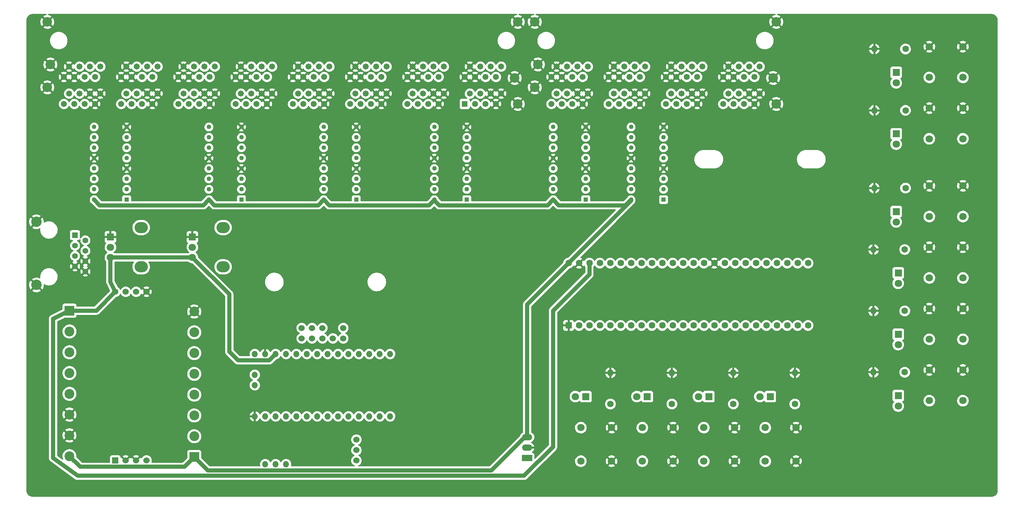
<source format=gbr>
G04 #@! TF.GenerationSoftware,KiCad,Pcbnew,(6.0.5-0)*
G04 #@! TF.CreationDate,2022-06-03T14:00:56-04:00*
G04 #@! TF.ProjectId,CentralBrain,43656e74-7261-46c4-9272-61696e2e6b69,rev?*
G04 #@! TF.SameCoordinates,Original*
G04 #@! TF.FileFunction,Copper,L2,Inr*
G04 #@! TF.FilePolarity,Positive*
%FSLAX46Y46*%
G04 Gerber Fmt 4.6, Leading zero omitted, Abs format (unit mm)*
G04 Created by KiCad (PCBNEW (6.0.5-0)) date 2022-06-03 14:00:56*
%MOMM*%
%LPD*%
G01*
G04 APERTURE LIST*
G04 #@! TA.AperFunction,ComponentPad*
%ADD10C,1.478000*%
G04 #@! TD*
G04 #@! TA.AperFunction,ComponentPad*
%ADD11C,2.355000*%
G04 #@! TD*
G04 #@! TA.AperFunction,ComponentPad*
%ADD12C,1.803400*%
G04 #@! TD*
G04 #@! TA.AperFunction,ComponentPad*
%ADD13C,1.524000*%
G04 #@! TD*
G04 #@! TA.AperFunction,ComponentPad*
%ADD14O,1.524000X1.524000*%
G04 #@! TD*
G04 #@! TA.AperFunction,ComponentPad*
%ADD15C,1.600000*%
G04 #@! TD*
G04 #@! TA.AperFunction,ComponentPad*
%ADD16O,1.600000X1.600000*%
G04 #@! TD*
G04 #@! TA.AperFunction,ComponentPad*
%ADD17R,1.130000X1.130000*%
G04 #@! TD*
G04 #@! TA.AperFunction,ComponentPad*
%ADD18C,1.130000*%
G04 #@! TD*
G04 #@! TA.AperFunction,ComponentPad*
%ADD19R,2.500000X1.500000*%
G04 #@! TD*
G04 #@! TA.AperFunction,ComponentPad*
%ADD20O,2.500000X1.500000*%
G04 #@! TD*
G04 #@! TA.AperFunction,ComponentPad*
%ADD21R,1.800000X1.800000*%
G04 #@! TD*
G04 #@! TA.AperFunction,ComponentPad*
%ADD22C,1.800000*%
G04 #@! TD*
G04 #@! TA.AperFunction,ComponentPad*
%ADD23O,3.240000X2.720000*%
G04 #@! TD*
G04 #@! TA.AperFunction,ComponentPad*
%ADD24R,1.530000X1.530000*%
G04 #@! TD*
G04 #@! TA.AperFunction,ComponentPad*
%ADD25C,1.530000*%
G04 #@! TD*
G04 #@! TA.AperFunction,ComponentPad*
%ADD26R,1.600000X1.600000*%
G04 #@! TD*
G04 #@! TA.AperFunction,ComponentPad*
%ADD27R,1.408000X1.408000*%
G04 #@! TD*
G04 #@! TA.AperFunction,ComponentPad*
%ADD28C,1.408000*%
G04 #@! TD*
G04 #@! TA.AperFunction,ComponentPad*
%ADD29C,2.550000*%
G04 #@! TD*
G04 #@! TA.AperFunction,ComponentPad*
%ADD30R,2.400000X2.400000*%
G04 #@! TD*
G04 #@! TA.AperFunction,ComponentPad*
%ADD31C,2.400000*%
G04 #@! TD*
G04 #@! TA.AperFunction,ComponentPad*
%ADD32R,1.478000X1.478000*%
G04 #@! TD*
G04 #@! TA.AperFunction,Conductor*
%ADD33C,1.000000*%
G04 #@! TD*
G04 APERTURE END LIST*
D10*
G04 #@! TO.N,GND*
G04 #@! TO.C,J6*
X197400000Y-46954000D03*
X196130000Y-49494000D03*
X194860000Y-46954000D03*
G04 #@! TO.N,/B-16*
X193590000Y-49494000D03*
G04 #@! TO.N,/A-16*
X192320000Y-46954000D03*
G04 #@! TO.N,/12V_10*
X191050000Y-49494000D03*
X189780000Y-46954000D03*
X188510000Y-49494000D03*
G04 #@! TO.N,GND*
X183430000Y-46954000D03*
X182160000Y-49494000D03*
X180890000Y-46954000D03*
G04 #@! TO.N,/B-19*
X179620000Y-49494000D03*
G04 #@! TO.N,/A-19*
X178350000Y-46954000D03*
G04 #@! TO.N,/12V_09*
X177080000Y-49494000D03*
X175810000Y-46954000D03*
X174540000Y-49494000D03*
G04 #@! TO.N,GND*
X169460000Y-46954000D03*
X168190000Y-49494000D03*
X166920000Y-46954000D03*
G04 #@! TO.N,/B-20*
X165650000Y-49494000D03*
G04 #@! TO.N,/A-20*
X164380000Y-46954000D03*
G04 #@! TO.N,/12V_08*
X163110000Y-49494000D03*
X161840000Y-46954000D03*
X160570000Y-49494000D03*
G04 #@! TO.N,GND*
X155490000Y-46954000D03*
X154220000Y-49494000D03*
X152950000Y-46954000D03*
G04 #@! TO.N,/B-23*
X151680000Y-49494000D03*
G04 #@! TO.N,/A-23*
X150410000Y-46954000D03*
G04 #@! TO.N,/12V_07*
X149140000Y-49494000D03*
X147870000Y-46954000D03*
X146600000Y-49494000D03*
G04 #@! TO.N,/12V_10*
X197400000Y-40350000D03*
X196130000Y-42890000D03*
X194860000Y-40350000D03*
G04 #@! TO.N,/A-17*
X193590000Y-42890000D03*
G04 #@! TO.N,/B-17*
X192320000Y-40350000D03*
G04 #@! TO.N,GND*
X191050000Y-42890000D03*
X189780000Y-40350000D03*
X188510000Y-42890000D03*
G04 #@! TO.N,/12V_09*
X183430000Y-40350000D03*
X182160000Y-42890000D03*
X180890000Y-40350000D03*
G04 #@! TO.N,/A-18*
X179620000Y-42890000D03*
G04 #@! TO.N,/B-18*
X178350000Y-40350000D03*
G04 #@! TO.N,GND*
X177080000Y-42890000D03*
X175810000Y-40350000D03*
X174540000Y-42890000D03*
G04 #@! TO.N,/12V_08*
X169460000Y-40350000D03*
X168190000Y-42890000D03*
X166920000Y-40350000D03*
G04 #@! TO.N,/A-21*
X165650000Y-42890000D03*
G04 #@! TO.N,/B-21*
X164380000Y-40350000D03*
G04 #@! TO.N,GND*
X163110000Y-42890000D03*
X161840000Y-40350000D03*
X160570000Y-42890000D03*
G04 #@! TO.N,/12V_07*
X155490000Y-40350000D03*
X154220000Y-42890000D03*
X152950000Y-40350000D03*
G04 #@! TO.N,/A-22*
X151680000Y-42890000D03*
G04 #@! TO.N,/B-22*
X150410000Y-40350000D03*
G04 #@! TO.N,GND*
X149140000Y-42890000D03*
X147870000Y-40350000D03*
X146600000Y-42890000D03*
D11*
X201464000Y-29428000D03*
X142536000Y-29428000D03*
X201464000Y-49494000D03*
X200702000Y-43144000D03*
X142536000Y-45430000D03*
X143298000Y-39842000D03*
G04 #@! TD*
D12*
G04 #@! TO.N,/12V_09*
G04 #@! TO.C,J3*
X238806800Y-57999993D03*
X247006799Y-57999993D03*
G04 #@! TO.N,GND*
X238806800Y-50499993D03*
X247006799Y-50499993D03*
G04 #@! TO.N,/12V_10*
X238806800Y-42999992D03*
X247006799Y-42999992D03*
G04 #@! TO.N,GND*
X238806800Y-35499992D03*
X247006799Y-35499992D03*
G04 #@! TD*
G04 #@! TO.N,+12V*
G04 #@! TO.C,J1*
X153776999Y-128581800D03*
X153776999Y-136781799D03*
G04 #@! TO.N,GND*
X161276999Y-128581800D03*
X161276999Y-136781799D03*
G04 #@! TO.N,/12V_02*
X168776999Y-128581800D03*
X168776999Y-136781799D03*
G04 #@! TO.N,GND*
X176276999Y-128581800D03*
X176276999Y-136781799D03*
G04 #@! TO.N,/12V_03*
X183777000Y-128581800D03*
X183777000Y-136781799D03*
G04 #@! TO.N,GND*
X191277000Y-128581800D03*
X191277000Y-136781799D03*
G04 #@! TO.N,/12V_04*
X198777000Y-128581800D03*
X198777000Y-136781799D03*
G04 #@! TO.N,GND*
X206277000Y-128581800D03*
X206277000Y-136781799D03*
G04 #@! TD*
G04 #@! TO.N,/12V_05*
G04 #@! TO.C,J2*
X238806800Y-121999993D03*
X247006799Y-121999993D03*
G04 #@! TO.N,GND*
X238806800Y-114499993D03*
X247006799Y-114499993D03*
G04 #@! TO.N,/12V_06*
X238806800Y-106999993D03*
X247006799Y-106999993D03*
G04 #@! TO.N,GND*
X238806800Y-99499993D03*
X247006799Y-99499993D03*
G04 #@! TO.N,/12V_07*
X238806800Y-91999992D03*
X247006799Y-91999992D03*
G04 #@! TO.N,GND*
X238806800Y-84499992D03*
X247006799Y-84499992D03*
G04 #@! TO.N,/12V_08*
X238806800Y-76999992D03*
X247006799Y-76999992D03*
G04 #@! TO.N,GND*
X238806800Y-69499992D03*
X247006799Y-69499992D03*
G04 #@! TD*
D13*
G04 #@! TO.N,*
G04 #@! TO.C,U5*
X95822701Y-104236000D03*
X90742701Y-104236000D03*
D14*
G04 #@! TO.N,GND*
X74232701Y-125826000D03*
G04 #@! TO.N,unconnected-(U5-Pad2)*
X76772701Y-125826000D03*
G04 #@! TO.N,unconnected-(U5-Pad3)*
X79312701Y-125826000D03*
G04 #@! TO.N,unconnected-(U5-Pad4)*
X81852701Y-125826000D03*
G04 #@! TO.N,unconnected-(U5-Pad5)*
X84392701Y-125826000D03*
G04 #@! TO.N,unconnected-(U5-Pad6)*
X86932701Y-125826000D03*
G04 #@! TO.N,unconnected-(U5-Pad7)*
X89472701Y-125826000D03*
G04 #@! TO.N,unconnected-(U5-Pad8)*
X92012701Y-125826000D03*
G04 #@! TO.N,/AUDIO_DIN*
X94552701Y-125826000D03*
G04 #@! TO.N,/AUDIO_DOUT*
X97092701Y-125826000D03*
G04 #@! TO.N,unconnected-(U5-Pad11)*
X99632701Y-125826000D03*
G04 #@! TO.N,unconnected-(U5-Pad12)*
X102172701Y-125826000D03*
G04 #@! TO.N,unconnected-(U5-Pad13)*
X104712701Y-125826000D03*
G04 #@! TO.N,unconnected-(U5-Pad14)*
X107252701Y-125826000D03*
G04 #@! TO.N,unconnected-(U5-Pad15)*
X74232701Y-115666000D03*
G04 #@! TO.N,unconnected-(U5-Pad16)*
X74232701Y-118206000D03*
G04 #@! TO.N,unconnected-(U5-Pad17)*
X107252701Y-110586000D03*
G04 #@! TO.N,unconnected-(U5-Pad18)*
X104712701Y-110586000D03*
G04 #@! TO.N,unconnected-(U5-Pad19)*
X102172701Y-110586000D03*
G04 #@! TO.N,unconnected-(U5-Pad20)*
X99632701Y-110586000D03*
G04 #@! TO.N,unconnected-(U5-Pad21)*
X97092701Y-110586000D03*
G04 #@! TO.N,/AUDIO_SDA*
X94552701Y-110586000D03*
G04 #@! TO.N,/AUDIO_SCL*
X92012701Y-110586000D03*
G04 #@! TO.N,/AUDIO_LRCLK*
X89472701Y-110586000D03*
G04 #@! TO.N,/AUDIO_BCLK*
X86932701Y-110586000D03*
G04 #@! TO.N,unconnected-(U5-Pad26)*
X84392701Y-110586000D03*
G04 #@! TO.N,/AUDIO_MCLK*
X81852701Y-110586000D03*
G04 #@! TO.N,+3V3*
X79312701Y-110586000D03*
G04 #@! TO.N,GND*
X76772701Y-110586000D03*
G04 #@! TO.N,unconnected-(U5-Pad30)*
X74232701Y-110586000D03*
D13*
G04 #@! TO.N,unconnected-(U5-Pad31)*
X95822701Y-106776000D03*
G04 #@! TO.N,unconnected-(U5-Pad32)*
X93282701Y-106776000D03*
G04 #@! TO.N,unconnected-(U5-Pad33)*
X90742701Y-106776000D03*
G04 #@! TO.N,/AUDIO_LINE_IN_R*
X88202701Y-106776000D03*
G04 #@! TO.N,/AUDIO_LINE_IN_L*
X85662701Y-106776000D03*
G04 #@! TO.N,/AUDIO_LINE_IN_GND*
X88202701Y-104236000D03*
X85662701Y-104236000D03*
G04 #@! TO.N,unconnected-(U5-Pad38)*
X99023101Y-131518140D03*
G04 #@! TO.N,unconnected-(U5-Pad39)*
X99023101Y-134098780D03*
G04 #@! TO.N,unconnected-(U5-Pad40)*
X99023101Y-136636240D03*
D14*
G04 #@! TO.N,unconnected-(U5-Pad41)*
X81852701Y-137510000D03*
G04 #@! TO.N,unconnected-(U5-Pad42)*
X79312701Y-137510000D03*
G04 #@! TO.N,unconnected-(U5-Pad43)*
X76772701Y-137510000D03*
G04 #@! TD*
D15*
G04 #@! TO.N,Net-(D7-Pad1)*
G04 #@! TO.C,R7*
X232810000Y-85051992D03*
D16*
G04 #@! TO.N,GND*
X225190000Y-85051992D03*
G04 #@! TD*
D15*
G04 #@! TO.N,Net-(D4-Pad1)*
G04 #@! TO.C,R4*
X206000000Y-122810000D03*
D16*
G04 #@! TO.N,GND*
X206000000Y-115190000D03*
G04 #@! TD*
D15*
G04 #@! TO.N,Net-(D2-Pad1)*
G04 #@! TO.C,R2*
X176000000Y-122810000D03*
D16*
G04 #@! TO.N,GND*
X176000000Y-115190000D03*
G04 #@! TD*
D15*
G04 #@! TO.N,Net-(D1-Pad1)*
G04 #@! TO.C,R1*
X161000000Y-122810000D03*
D16*
G04 #@! TO.N,GND*
X161000000Y-115190000D03*
G04 #@! TD*
D17*
G04 #@! TO.N,/LED-04*
G04 #@! TO.C,U7*
X70970000Y-72890000D03*
D18*
G04 #@! TO.N,/A-04*
X70970000Y-70350000D03*
G04 #@! TO.N,/B-04*
X70970000Y-67810000D03*
G04 #@! TO.N,GND*
X70970000Y-65270000D03*
G04 #@! TO.N,/B-05*
X70970000Y-62730000D03*
G04 #@! TO.N,/A-05*
X70970000Y-60190000D03*
G04 #@! TO.N,/LED-05*
X70970000Y-57650000D03*
G04 #@! TO.N,GND*
X70970000Y-55110000D03*
G04 #@! TO.N,/LED-06*
X63030000Y-55110000D03*
G04 #@! TO.N,/A-06*
X63030000Y-57650000D03*
G04 #@! TO.N,/B-06*
X63030000Y-60190000D03*
G04 #@! TO.N,GND*
X63030000Y-62730000D03*
G04 #@! TO.N,/B-07*
X63030000Y-65270000D03*
G04 #@! TO.N,/A-07*
X63030000Y-67810000D03*
G04 #@! TO.N,/LED-07*
X63030000Y-70350000D03*
G04 #@! TO.N,+5V*
X63030000Y-72890000D03*
G04 #@! TD*
D19*
G04 #@! TO.N,+12V*
G04 #@! TO.C,U4*
X140682500Y-136000000D03*
D20*
G04 #@! TO.N,GND*
X140682500Y-133460000D03*
G04 #@! TO.N,+5V*
X140682500Y-130920000D03*
G04 #@! TD*
D17*
G04 #@! TO.N,/LED-20*
G04 #@! TO.C,U11*
X154970000Y-72890000D03*
D18*
G04 #@! TO.N,/A-20*
X154970000Y-70350000D03*
G04 #@! TO.N,/B-20*
X154970000Y-67810000D03*
G04 #@! TO.N,GND*
X154970000Y-65270000D03*
G04 #@! TO.N,/B-21*
X154970000Y-62730000D03*
G04 #@! TO.N,/A-21*
X154970000Y-60190000D03*
G04 #@! TO.N,/LED-21*
X154970000Y-57650000D03*
G04 #@! TO.N,GND*
X154970000Y-55110000D03*
G04 #@! TO.N,/LED-22*
X147030000Y-55110000D03*
G04 #@! TO.N,/A-22*
X147030000Y-57650000D03*
G04 #@! TO.N,/B-22*
X147030000Y-60190000D03*
G04 #@! TO.N,GND*
X147030000Y-62730000D03*
G04 #@! TO.N,/B-23*
X147030000Y-65270000D03*
G04 #@! TO.N,/A-23*
X147030000Y-67810000D03*
G04 #@! TO.N,/LED-23*
X147030000Y-70350000D03*
G04 #@! TO.N,+5V*
X147030000Y-72890000D03*
G04 #@! TD*
D21*
G04 #@! TO.N,Net-(D7-Pad1)*
G04 #@! TO.C,D7*
X231225000Y-90776992D03*
D22*
G04 #@! TO.N,/12V_07*
X231225000Y-93316992D03*
G04 #@! TD*
D15*
G04 #@! TO.N,Net-(D9-Pad1)*
G04 #@! TO.C,R9*
X233000000Y-51051992D03*
D16*
G04 #@! TO.N,GND*
X225380000Y-51051992D03*
G04 #@! TD*
D17*
G04 #@! TO.N,/LED-08*
G04 #@! TO.C,U8*
X125970000Y-72890000D03*
D18*
G04 #@! TO.N,/A-08*
X125970000Y-70350000D03*
G04 #@! TO.N,/B-08*
X125970000Y-67810000D03*
G04 #@! TO.N,GND*
X125970000Y-65270000D03*
G04 #@! TO.N,/B-09*
X125970000Y-62730000D03*
G04 #@! TO.N,/A-09*
X125970000Y-60190000D03*
G04 #@! TO.N,/LED-09*
X125970000Y-57650000D03*
G04 #@! TO.N,GND*
X125970000Y-55110000D03*
G04 #@! TO.N,/LED-10*
X118030000Y-55110000D03*
G04 #@! TO.N,/A-10*
X118030000Y-57650000D03*
G04 #@! TO.N,/B-10*
X118030000Y-60190000D03*
G04 #@! TO.N,GND*
X118030000Y-62730000D03*
G04 #@! TO.N,/B-11*
X118030000Y-65270000D03*
G04 #@! TO.N,/A-11*
X118030000Y-67810000D03*
G04 #@! TO.N,/LED-11*
X118030000Y-70350000D03*
G04 #@! TO.N,+5V*
X118030000Y-72890000D03*
G04 #@! TD*
D21*
G04 #@! TO.N,Net-(D3-Pad1)*
G04 #@! TO.C,D3*
X185000000Y-121000000D03*
D22*
G04 #@! TO.N,/12V_03*
X182460000Y-121000000D03*
G04 #@! TD*
D21*
G04 #@! TO.N,Net-(D8-Pad1)*
G04 #@! TO.C,D8*
X230725000Y-75776992D03*
D22*
G04 #@! TO.N,/12V_08*
X230725000Y-78316992D03*
G04 #@! TD*
D17*
G04 #@! TO.N,/LED-12*
G04 #@! TO.C,U9*
X42970000Y-72890000D03*
D18*
G04 #@! TO.N,/A-12*
X42970000Y-70350000D03*
G04 #@! TO.N,/B-12*
X42970000Y-67810000D03*
G04 #@! TO.N,GND*
X42970000Y-65270000D03*
G04 #@! TO.N,/B-13*
X42970000Y-62730000D03*
G04 #@! TO.N,/A-13*
X42970000Y-60190000D03*
G04 #@! TO.N,/LED-13*
X42970000Y-57650000D03*
G04 #@! TO.N,GND*
X42970000Y-55110000D03*
G04 #@! TO.N,/LED-14*
X35030000Y-55110000D03*
G04 #@! TO.N,/A-14*
X35030000Y-57650000D03*
G04 #@! TO.N,/B-14*
X35030000Y-60190000D03*
G04 #@! TO.N,GND*
X35030000Y-62730000D03*
G04 #@! TO.N,/B-15*
X35030000Y-65270000D03*
G04 #@! TO.N,/A-15*
X35030000Y-67810000D03*
G04 #@! TO.N,/LED-15*
X35030000Y-70350000D03*
G04 #@! TO.N,+5V*
X35030000Y-72890000D03*
G04 #@! TD*
D15*
G04 #@! TO.N,Net-(D10-Pad1)*
G04 #@! TO.C,R10*
X233000000Y-36051992D03*
D16*
G04 #@! TO.N,GND*
X225380000Y-36051992D03*
G04 #@! TD*
D23*
G04 #@! TO.N,*
G04 #@! TO.C,RV2*
X46500000Y-89300000D03*
X46500000Y-79700000D03*
D21*
G04 #@! TO.N,GND*
X39000000Y-82000000D03*
D22*
G04 #@! TO.N,/POT_WHIPS*
X39000000Y-84500000D03*
G04 #@! TO.N,+3V3*
X39000000Y-87000000D03*
G04 #@! TD*
D24*
G04 #@! TO.N,/RX_KEYPAD*
G04 #@! TO.C,U1*
X40190000Y-136600000D03*
D25*
G04 #@! TO.N,GND*
X42730000Y-136600000D03*
X45270000Y-136600000D03*
G04 #@! TO.N,unconnected-(U1-Pad4)*
X47810000Y-136600000D03*
G04 #@! TO.N,GND*
X47810000Y-95380000D03*
G04 #@! TO.N,Net-(J7-Pad5)*
X45270000Y-95380000D03*
G04 #@! TO.N,Net-(J7-Pad4)*
X42730000Y-95380000D03*
G04 #@! TO.N,+3V3*
X40190000Y-95380000D03*
G04 #@! TD*
D21*
G04 #@! TO.N,Net-(D9-Pad1)*
G04 #@! TO.C,D9*
X230725000Y-56776992D03*
D22*
G04 #@! TO.N,/12V_09*
X230725000Y-59316992D03*
G04 #@! TD*
D15*
G04 #@! TO.N,Net-(D8-Pad1)*
G04 #@! TO.C,R8*
X233000000Y-70051992D03*
D16*
G04 #@! TO.N,GND*
X225380000Y-70051992D03*
G04 #@! TD*
D21*
G04 #@! TO.N,Net-(D10-Pad1)*
G04 #@! TO.C,D10*
X230725000Y-41776992D03*
D22*
G04 #@! TO.N,/12V_10*
X230725000Y-44316992D03*
G04 #@! TD*
D26*
G04 #@! TO.N,GND*
G04 #@! TO.C,U3*
X150790000Y-103620000D03*
D15*
G04 #@! TO.N,/RX_KEYPAD*
X153330000Y-103620000D03*
G04 #@! TO.N,/PIN_1*
X155870000Y-103620000D03*
G04 #@! TO.N,/LED-16*
X158410000Y-103620000D03*
G04 #@! TO.N,/LED-17*
X160950000Y-103620000D03*
G04 #@! TO.N,/LED-18*
X163490000Y-103620000D03*
G04 #@! TO.N,/PHONE_JACK_SW*
X166030000Y-103620000D03*
G04 #@! TO.N,/PIN_6*
X168570000Y-103620000D03*
G04 #@! TO.N,/AUDIO_DIN*
X171110000Y-103620000D03*
G04 #@! TO.N,/AUDIO_DOUT*
X173650000Y-103620000D03*
G04 #@! TO.N,/LED-19*
X176190000Y-103620000D03*
G04 #@! TO.N,/PIN_10*
X178730000Y-103620000D03*
G04 #@! TO.N,/PIN_11*
X181270000Y-103620000D03*
G04 #@! TO.N,/PIN_12*
X183810000Y-103620000D03*
G04 #@! TO.N,unconnected-(U3-Pad15)*
X186350000Y-103620000D03*
G04 #@! TO.N,/LED-20*
X188890000Y-103620000D03*
G04 #@! TO.N,/LED-21*
X191430000Y-103620000D03*
G04 #@! TO.N,/LED-22*
X193970000Y-103620000D03*
G04 #@! TO.N,/LED-23*
X196510000Y-103620000D03*
G04 #@! TO.N,/LED-08*
X199050000Y-103620000D03*
G04 #@! TO.N,/LED-09*
X201590000Y-103620000D03*
G04 #@! TO.N,/LED-10*
X204130000Y-103620000D03*
G04 #@! TO.N,/LED-11*
X206670000Y-103620000D03*
G04 #@! TO.N,/LED-00*
X209210000Y-103620000D03*
G04 #@! TO.N,/LED-01*
X209210000Y-88380000D03*
G04 #@! TO.N,/LED-02*
X206670000Y-88380000D03*
G04 #@! TO.N,/LED-03*
X204130000Y-88380000D03*
G04 #@! TO.N,/LED-04*
X201590000Y-88380000D03*
G04 #@! TO.N,/LED-05*
X199050000Y-88380000D03*
G04 #@! TO.N,/LED-06*
X196510000Y-88380000D03*
G04 #@! TO.N,/LED-07*
X193970000Y-88380000D03*
G04 #@! TO.N,/LED-12*
X191430000Y-88380000D03*
G04 #@! TO.N,/LED-13*
X188890000Y-88380000D03*
G04 #@! TO.N,GND*
X186350000Y-88380000D03*
G04 #@! TO.N,unconnected-(U3-Pad35)*
X183810000Y-88380000D03*
G04 #@! TO.N,/LED-14*
X181270000Y-88380000D03*
G04 #@! TO.N,/PIN_15*
X178730000Y-88380000D03*
G04 #@! TO.N,/POT_WHIPS*
X176190000Y-88380000D03*
G04 #@! TO.N,/POT_ANTENNA*
X173650000Y-88380000D03*
G04 #@! TO.N,/AUDIO_SDA*
X171110000Y-88380000D03*
G04 #@! TO.N,/AUDIO_SCL*
X168570000Y-88380000D03*
G04 #@! TO.N,/AUDIO_LRCLK*
X166030000Y-88380000D03*
G04 #@! TO.N,/AUDIO_BCLK*
X163490000Y-88380000D03*
G04 #@! TO.N,/LED-15*
X160950000Y-88380000D03*
G04 #@! TO.N,/AUDIO_MCLK*
X158410000Y-88380000D03*
G04 #@! TO.N,+3V3*
X155870000Y-88380000D03*
G04 #@! TO.N,GND*
X153330000Y-88380000D03*
G04 #@! TO.N,+5V*
X150790000Y-88380000D03*
G04 #@! TD*
D21*
G04 #@! TO.N,Net-(D4-Pad1)*
G04 #@! TO.C,D4*
X200000000Y-121000000D03*
D22*
G04 #@! TO.N,/12V_04*
X197460000Y-121000000D03*
G04 #@! TD*
D17*
G04 #@! TO.N,/LED-16*
G04 #@! TO.C,U10*
X173970000Y-72890000D03*
D18*
G04 #@! TO.N,/A-16*
X173970000Y-70350000D03*
G04 #@! TO.N,/B-16*
X173970000Y-67810000D03*
G04 #@! TO.N,GND*
X173970000Y-65270000D03*
G04 #@! TO.N,/B-17*
X173970000Y-62730000D03*
G04 #@! TO.N,/A-17*
X173970000Y-60190000D03*
G04 #@! TO.N,/LED-17*
X173970000Y-57650000D03*
G04 #@! TO.N,GND*
X173970000Y-55110000D03*
G04 #@! TO.N,/LED-18*
X166030000Y-55110000D03*
G04 #@! TO.N,/A-18*
X166030000Y-57650000D03*
G04 #@! TO.N,/B-18*
X166030000Y-60190000D03*
G04 #@! TO.N,GND*
X166030000Y-62730000D03*
G04 #@! TO.N,/B-19*
X166030000Y-65270000D03*
G04 #@! TO.N,/A-19*
X166030000Y-67810000D03*
G04 #@! TO.N,/LED-19*
X166030000Y-70350000D03*
G04 #@! TO.N,+5V*
X166030000Y-72890000D03*
G04 #@! TD*
D21*
G04 #@! TO.N,Net-(D1-Pad1)*
G04 #@! TO.C,D1*
X155000000Y-121000000D03*
D22*
G04 #@! TO.N,+12V*
X152460000Y-121000000D03*
G04 #@! TD*
D21*
G04 #@! TO.N,Net-(D5-Pad1)*
G04 #@! TO.C,D5*
X231225000Y-120776992D03*
D22*
G04 #@! TO.N,/12V_05*
X231225000Y-123316992D03*
G04 #@! TD*
D27*
G04 #@! TO.N,+12V*
G04 #@! TO.C,J7*
X30350000Y-81555000D03*
D28*
X32890000Y-82825000D03*
X30350000Y-84095000D03*
G04 #@! TO.N,Net-(J7-Pad4)*
X32890000Y-85365000D03*
G04 #@! TO.N,Net-(J7-Pad5)*
X30350000Y-86635000D03*
G04 #@! TO.N,GND*
X32890000Y-87905000D03*
X30350000Y-89175000D03*
X32890000Y-90445000D03*
D29*
X20950000Y-78285000D03*
X20950000Y-93715000D03*
G04 #@! TD*
D23*
G04 #@! TO.N,*
G04 #@! TO.C,RV1*
X66500000Y-79700000D03*
X66500000Y-89300000D03*
D21*
G04 #@! TO.N,GND*
X59000000Y-82000000D03*
D22*
G04 #@! TO.N,/POT_ANTENNA*
X59000000Y-84500000D03*
G04 #@! TO.N,+3V3*
X59000000Y-87000000D03*
G04 #@! TD*
D30*
G04 #@! TO.N,+5V*
G04 #@! TO.C,J4*
X59462500Y-135780000D03*
D31*
G04 #@! TO.N,/PIN_1*
X59462500Y-130700000D03*
G04 #@! TO.N,/PIN_6*
X59462500Y-125620000D03*
G04 #@! TO.N,/PIN_10*
X59462500Y-120540000D03*
G04 #@! TO.N,/PIN_11*
X59462500Y-115460000D03*
G04 #@! TO.N,/PIN_12*
X59462500Y-110380000D03*
G04 #@! TO.N,/PIN_15*
X59462500Y-105300000D03*
G04 #@! TO.N,GND*
X59462500Y-100220000D03*
G04 #@! TD*
D15*
G04 #@! TO.N,Net-(D3-Pad1)*
G04 #@! TO.C,R3*
X191000000Y-122810000D03*
D16*
G04 #@! TO.N,GND*
X191000000Y-115190000D03*
G04 #@! TD*
D30*
G04 #@! TO.N,+3V3*
G04 #@! TO.C,J8*
X29000000Y-100000000D03*
D31*
G04 #@! TO.N,/AUDIO_LINE_IN_GND*
X29000000Y-105080000D03*
G04 #@! TO.N,/AUDIO_LINE_IN_L*
X29000000Y-110160000D03*
G04 #@! TO.N,/AUDIO_LINE_IN_R*
X29000000Y-115240000D03*
G04 #@! TO.N,/PHONE_JACK_SW*
X29000000Y-120320000D03*
G04 #@! TO.N,GND*
X29000000Y-125400000D03*
X29000000Y-130480000D03*
G04 #@! TO.N,+5V*
X29000000Y-135560000D03*
G04 #@! TD*
D21*
G04 #@! TO.N,Net-(D6-Pad1)*
G04 #@! TO.C,D6*
X231225000Y-105776992D03*
D22*
G04 #@! TO.N,/12V_06*
X231225000Y-108316992D03*
G04 #@! TD*
D15*
G04 #@! TO.N,Net-(D6-Pad1)*
G04 #@! TO.C,R6*
X232810000Y-100051992D03*
D16*
G04 #@! TO.N,GND*
X225190000Y-100051992D03*
G04 #@! TD*
D15*
G04 #@! TO.N,Net-(D5-Pad1)*
G04 #@! TO.C,R5*
X232810000Y-115051992D03*
D16*
G04 #@! TO.N,GND*
X225190000Y-115051992D03*
G04 #@! TD*
D17*
G04 #@! TO.N,/LED-00*
G04 #@! TO.C,U6*
X98970000Y-72890000D03*
D18*
G04 #@! TO.N,/A-00*
X98970000Y-70350000D03*
G04 #@! TO.N,/B-00*
X98970000Y-67810000D03*
G04 #@! TO.N,GND*
X98970000Y-65270000D03*
G04 #@! TO.N,/B-01*
X98970000Y-62730000D03*
G04 #@! TO.N,/A-01*
X98970000Y-60190000D03*
G04 #@! TO.N,/LED-01*
X98970000Y-57650000D03*
G04 #@! TO.N,GND*
X98970000Y-55110000D03*
G04 #@! TO.N,/LED-02*
X91030000Y-55110000D03*
G04 #@! TO.N,/A-02*
X91030000Y-57650000D03*
G04 #@! TO.N,/B-02*
X91030000Y-60190000D03*
G04 #@! TO.N,GND*
X91030000Y-62730000D03*
G04 #@! TO.N,/B-03*
X91030000Y-65270000D03*
G04 #@! TO.N,/A-03*
X91030000Y-67810000D03*
G04 #@! TO.N,/LED-03*
X91030000Y-70350000D03*
G04 #@! TO.N,+5V*
X91030000Y-72890000D03*
G04 #@! TD*
D21*
G04 #@! TO.N,Net-(D2-Pad1)*
G04 #@! TO.C,D2*
X170000000Y-121000000D03*
D22*
G04 #@! TO.N,/12V_02*
X167460000Y-121000000D03*
G04 #@! TD*
D32*
G04 #@! TO.N,/12V_06*
G04 #@! TO.C,J5*
X125450000Y-49490000D03*
D10*
X126720000Y-46950000D03*
X127990000Y-49490000D03*
G04 #@! TO.N,/A-08*
X129260000Y-46950000D03*
G04 #@! TO.N,/B-08*
X130530000Y-49490000D03*
G04 #@! TO.N,GND*
X131800000Y-46950000D03*
X133070000Y-49490000D03*
X134340000Y-46950000D03*
G04 #@! TO.N,/12V_05*
X111480000Y-49490000D03*
X112750000Y-46950000D03*
X114020000Y-49490000D03*
G04 #@! TO.N,/A-11*
X115290000Y-46950000D03*
G04 #@! TO.N,/B-11*
X116560000Y-49490000D03*
G04 #@! TO.N,GND*
X117830000Y-46950000D03*
X119100000Y-49490000D03*
X120370000Y-46950000D03*
G04 #@! TO.N,/12V_04*
X97510000Y-49490000D03*
X98780000Y-46950000D03*
X100050000Y-49490000D03*
G04 #@! TO.N,/A-00*
X101320000Y-46950000D03*
G04 #@! TO.N,/B-00*
X102590000Y-49490000D03*
G04 #@! TO.N,GND*
X103860000Y-46950000D03*
X105130000Y-49490000D03*
X106400000Y-46950000D03*
G04 #@! TO.N,/12V_03*
X83540000Y-49490000D03*
X84810000Y-46950000D03*
X86080000Y-49490000D03*
G04 #@! TO.N,/A-03*
X87350000Y-46950000D03*
G04 #@! TO.N,/B-03*
X88620000Y-49490000D03*
G04 #@! TO.N,GND*
X89890000Y-46950000D03*
X91160000Y-49490000D03*
X92430000Y-46950000D03*
G04 #@! TO.N,/12V_03*
X69570000Y-49490000D03*
X70840000Y-46950000D03*
X72110000Y-49490000D03*
G04 #@! TO.N,/A-04*
X73380000Y-46950000D03*
G04 #@! TO.N,/B-04*
X74650000Y-49490000D03*
G04 #@! TO.N,GND*
X75920000Y-46950000D03*
X77190000Y-49490000D03*
X78460000Y-46950000D03*
G04 #@! TO.N,/12V_02*
X55600000Y-49490000D03*
X56870000Y-46950000D03*
X58140000Y-49490000D03*
G04 #@! TO.N,/A-07*
X59410000Y-46950000D03*
G04 #@! TO.N,/B-07*
X60680000Y-49490000D03*
G04 #@! TO.N,GND*
X61950000Y-46950000D03*
X63220000Y-49490000D03*
X64490000Y-46950000D03*
G04 #@! TO.N,+12V*
X41630000Y-49490000D03*
X42900000Y-46950000D03*
X44170000Y-49490000D03*
G04 #@! TO.N,/A-12*
X45440000Y-46950000D03*
G04 #@! TO.N,/B-12*
X46710000Y-49490000D03*
G04 #@! TO.N,GND*
X47980000Y-46950000D03*
X49250000Y-49490000D03*
X50520000Y-46950000D03*
G04 #@! TO.N,+12V*
X27660000Y-49490000D03*
X28930000Y-46950000D03*
X30200000Y-49490000D03*
G04 #@! TO.N,/A-15*
X31470000Y-46950000D03*
G04 #@! TO.N,/B-15*
X32740000Y-49490000D03*
G04 #@! TO.N,GND*
X34010000Y-46950000D03*
X35280000Y-49490000D03*
X36550000Y-46950000D03*
G04 #@! TO.N,/12V_06*
X134340000Y-40350000D03*
X133070000Y-42890000D03*
X131800000Y-40350000D03*
G04 #@! TO.N,/A-09*
X130530000Y-42890000D03*
G04 #@! TO.N,/B-09*
X129260000Y-40350000D03*
G04 #@! TO.N,GND*
X127990000Y-42890000D03*
X126720000Y-40350000D03*
X125450000Y-42890000D03*
G04 #@! TO.N,/12V_05*
X120370000Y-40350000D03*
X119100000Y-42890000D03*
X117830000Y-40350000D03*
G04 #@! TO.N,/A-10*
X116560000Y-42890000D03*
G04 #@! TO.N,/B-10*
X115290000Y-40350000D03*
G04 #@! TO.N,GND*
X114020000Y-42890000D03*
X112750000Y-40350000D03*
X111480000Y-42890000D03*
G04 #@! TO.N,/12V_04*
X106400000Y-40350000D03*
X105130000Y-42890000D03*
X103860000Y-40350000D03*
G04 #@! TO.N,/A-01*
X102590000Y-42890000D03*
G04 #@! TO.N,/B-01*
X101320000Y-40350000D03*
G04 #@! TO.N,GND*
X100050000Y-42890000D03*
X98780000Y-40350000D03*
X97510000Y-42890000D03*
G04 #@! TO.N,/12V_04*
X92430000Y-40350000D03*
X91160000Y-42890000D03*
X89890000Y-40350000D03*
G04 #@! TO.N,/A-02*
X88620000Y-42890000D03*
G04 #@! TO.N,/B-02*
X87350000Y-40350000D03*
G04 #@! TO.N,GND*
X86080000Y-42890000D03*
X84810000Y-40350000D03*
X83540000Y-42890000D03*
G04 #@! TO.N,/12V_03*
X78460000Y-40350000D03*
X77190000Y-42890000D03*
X75920000Y-40350000D03*
G04 #@! TO.N,/A-05*
X74650000Y-42890000D03*
G04 #@! TO.N,/B-05*
X73380000Y-40350000D03*
G04 #@! TO.N,GND*
X72110000Y-42890000D03*
X70840000Y-40350000D03*
X69570000Y-42890000D03*
G04 #@! TO.N,/12V_02*
X64490000Y-40350000D03*
X63220000Y-42890000D03*
X61950000Y-40350000D03*
G04 #@! TO.N,/A-06*
X60680000Y-42890000D03*
G04 #@! TO.N,/B-06*
X59410000Y-40350000D03*
G04 #@! TO.N,GND*
X58140000Y-42890000D03*
X56870000Y-40350000D03*
X55600000Y-42890000D03*
G04 #@! TO.N,/12V_02*
X50520000Y-40350000D03*
X49250000Y-42890000D03*
X47980000Y-40350000D03*
G04 #@! TO.N,/A-13*
X46710000Y-42890000D03*
G04 #@! TO.N,/B-13*
X45440000Y-40350000D03*
G04 #@! TO.N,GND*
X44170000Y-42890000D03*
X42900000Y-40350000D03*
X41630000Y-42890000D03*
G04 #@! TO.N,+12V*
X36550000Y-40350000D03*
X35280000Y-42890000D03*
X34010000Y-40350000D03*
G04 #@! TO.N,/A-14*
X32740000Y-42890000D03*
G04 #@! TO.N,/B-14*
X31470000Y-40350000D03*
G04 #@! TO.N,GND*
X30200000Y-42890000D03*
X28930000Y-40350000D03*
X27660000Y-42890000D03*
D11*
X138400000Y-49490000D03*
X137640000Y-43140000D03*
X138400000Y-29430000D03*
X23600000Y-45430000D03*
X24360000Y-39840000D03*
X23600000Y-29430000D03*
G04 #@! TD*
D33*
G04 #@! TO.N,+3V3*
X29000000Y-100000000D02*
X25000000Y-101999511D01*
X25000000Y-101999511D02*
X25000000Y-136000000D01*
X155870000Y-91130000D02*
X155870000Y-88380000D01*
X25000000Y-136000000D02*
X30983293Y-140371030D01*
X139910492Y-140371030D02*
X147000000Y-133281522D01*
X30983293Y-140371030D02*
X139910492Y-140371030D01*
X147000000Y-133281522D02*
X147000000Y-100000000D01*
X147000000Y-100000000D02*
X155870000Y-91130000D01*
G04 #@! TO.N,+5V*
X61665489Y-74254511D02*
X36394511Y-74254511D01*
X118000000Y-73000000D02*
X116745489Y-74254511D01*
X57077989Y-138164511D02*
X59462500Y-135780000D01*
X119254511Y-74254511D02*
X118000000Y-73000000D01*
X89665489Y-74254511D02*
X64394511Y-74254511D01*
X31604511Y-138164511D02*
X57077989Y-138164511D01*
X64394511Y-74254511D02*
X63030000Y-72890000D01*
X145665489Y-74254511D02*
X119254511Y-74254511D01*
X140682500Y-130920000D02*
X140682500Y-98487500D01*
X148394511Y-74254511D02*
X147030000Y-72890000D01*
X62754011Y-139071511D02*
X131928489Y-139071511D01*
X147030000Y-72890000D02*
X145665489Y-74254511D01*
X59462500Y-135780000D02*
X62754011Y-139071511D01*
X116745489Y-74254511D02*
X92394511Y-74254511D01*
X131928489Y-139071511D02*
X140080000Y-130920000D01*
X166030000Y-73140000D02*
X166030000Y-72890000D01*
X164665489Y-74254511D02*
X148394511Y-74254511D01*
X140080000Y-130920000D02*
X140682500Y-130920000D01*
X29000000Y-135560000D02*
X31604511Y-138164511D01*
X150790000Y-88380000D02*
X166030000Y-73140000D01*
X63030000Y-72890000D02*
X61665489Y-74254511D01*
X91030000Y-72890000D02*
X89665489Y-74254511D01*
X92394511Y-74254511D02*
X91030000Y-72890000D01*
X166030000Y-72890000D02*
X164665489Y-74254511D01*
X36394511Y-74254511D02*
X35030000Y-72890000D01*
X140682500Y-98487500D02*
X150790000Y-88380000D01*
G04 #@! TO.N,+3V3*
X40190000Y-95380000D02*
X39000000Y-93000000D01*
X39000000Y-87000000D02*
X59000000Y-87000000D01*
X79312701Y-110586000D02*
X77751190Y-112147511D01*
X68000000Y-110000000D02*
X68000000Y-96000000D01*
X70147511Y-112147511D02*
X68000000Y-110000000D01*
X39000000Y-93000000D02*
X39000000Y-87000000D01*
X77751190Y-112147511D02*
X70147511Y-112147511D01*
X29000000Y-100000000D02*
X35570000Y-100000000D01*
X35570000Y-100000000D02*
X40190000Y-95380000D01*
X68000000Y-96000000D02*
X59000000Y-87000000D01*
G04 #@! TD*
G04 #@! TA.AperFunction,Conductor*
G04 #@! TO.N,GND*
G36*
X23427274Y-27528502D02*
G01*
X23473767Y-27582158D01*
X23483871Y-27652432D01*
X23454377Y-27717012D01*
X23394651Y-27755396D01*
X23376144Y-27759349D01*
X23253222Y-27776078D01*
X23244086Y-27778019D01*
X23012563Y-27845503D01*
X23003820Y-27848771D01*
X22784810Y-27949737D01*
X22776654Y-27954257D01*
X22614718Y-28060429D01*
X22605583Y-28071168D01*
X22610158Y-28080948D01*
X23587188Y-29057978D01*
X23601132Y-29065592D01*
X23602965Y-29065461D01*
X23609580Y-29061210D01*
X24586319Y-28084471D01*
X24592703Y-28072781D01*
X24583291Y-28060671D01*
X24461697Y-27976317D01*
X24453662Y-27971584D01*
X24237358Y-27864915D01*
X24228725Y-27861427D01*
X23999020Y-27787898D01*
X23989969Y-27785725D01*
X23825024Y-27758862D01*
X23761004Y-27728170D01*
X23723740Y-27667738D01*
X23725064Y-27596754D01*
X23764554Y-27537754D01*
X23829673Y-27509470D01*
X23845277Y-27508500D01*
X138159153Y-27508500D01*
X138227274Y-27528502D01*
X138273767Y-27582158D01*
X138283871Y-27652432D01*
X138254377Y-27717012D01*
X138194651Y-27755396D01*
X138176144Y-27759349D01*
X138053222Y-27776078D01*
X138044086Y-27778019D01*
X137812563Y-27845503D01*
X137803820Y-27848771D01*
X137584810Y-27949737D01*
X137576654Y-27954257D01*
X137414718Y-28060429D01*
X137405583Y-28071168D01*
X137410158Y-28080948D01*
X138387188Y-29057978D01*
X138401132Y-29065592D01*
X138402965Y-29065461D01*
X138409580Y-29061210D01*
X139386319Y-28084471D01*
X139392703Y-28072781D01*
X139383291Y-28060671D01*
X139261697Y-27976317D01*
X139253662Y-27971584D01*
X139037358Y-27864915D01*
X139028725Y-27861427D01*
X138799020Y-27787898D01*
X138789969Y-27785725D01*
X138625024Y-27758862D01*
X138561004Y-27728170D01*
X138523740Y-27667738D01*
X138525064Y-27596754D01*
X138564554Y-27537754D01*
X138629673Y-27509470D01*
X138645277Y-27508500D01*
X142280457Y-27508500D01*
X142348578Y-27528502D01*
X142395071Y-27582158D01*
X142405175Y-27652432D01*
X142375681Y-27717012D01*
X142315955Y-27755396D01*
X142297448Y-27759349D01*
X142189222Y-27774078D01*
X142180086Y-27776019D01*
X141948563Y-27843503D01*
X141939820Y-27846771D01*
X141720810Y-27947737D01*
X141712654Y-27952257D01*
X141550718Y-28058429D01*
X141541583Y-28069168D01*
X141546158Y-28078948D01*
X142523188Y-29055978D01*
X142537132Y-29063592D01*
X142538965Y-29063461D01*
X142545580Y-29059210D01*
X143522319Y-28082471D01*
X143528703Y-28070781D01*
X143519291Y-28058671D01*
X143397697Y-27974317D01*
X143389662Y-27969584D01*
X143173358Y-27862915D01*
X143164725Y-27859427D01*
X142935020Y-27785898D01*
X142925971Y-27783725D01*
X142773304Y-27758862D01*
X142709285Y-27728170D01*
X142672021Y-27667738D01*
X142673345Y-27596754D01*
X142712835Y-27537754D01*
X142777954Y-27509470D01*
X142793558Y-27508500D01*
X201208457Y-27508500D01*
X201276578Y-27528502D01*
X201323071Y-27582158D01*
X201333175Y-27652432D01*
X201303681Y-27717012D01*
X201243955Y-27755396D01*
X201225448Y-27759349D01*
X201117222Y-27774078D01*
X201108086Y-27776019D01*
X200876563Y-27843503D01*
X200867820Y-27846771D01*
X200648810Y-27947737D01*
X200640654Y-27952257D01*
X200478718Y-28058429D01*
X200469583Y-28069168D01*
X200474158Y-28078948D01*
X201451188Y-29055978D01*
X201465132Y-29063592D01*
X201466965Y-29063461D01*
X201473580Y-29059210D01*
X202450319Y-28082471D01*
X202456703Y-28070781D01*
X202447291Y-28058671D01*
X202325697Y-27974317D01*
X202317662Y-27969584D01*
X202101358Y-27862915D01*
X202092725Y-27859427D01*
X201863020Y-27785898D01*
X201853971Y-27783725D01*
X201701304Y-27758862D01*
X201637285Y-27728170D01*
X201600021Y-27667738D01*
X201601345Y-27596754D01*
X201640835Y-27537754D01*
X201705954Y-27509470D01*
X201721558Y-27508500D01*
X253950633Y-27508500D01*
X253970018Y-27510000D01*
X253984851Y-27512310D01*
X253984855Y-27512310D01*
X253993724Y-27513691D01*
X254008981Y-27511696D01*
X254034302Y-27510953D01*
X254203285Y-27523039D01*
X254221064Y-27525596D01*
X254411392Y-27566999D01*
X254428641Y-27572063D01*
X254611150Y-27640136D01*
X254627502Y-27647604D01*
X254798458Y-27740952D01*
X254813582Y-27750672D01*
X254969514Y-27867402D01*
X254983100Y-27879175D01*
X255120825Y-28016900D01*
X255132598Y-28030486D01*
X255249328Y-28186418D01*
X255259048Y-28201542D01*
X255352396Y-28372498D01*
X255359864Y-28388850D01*
X255427937Y-28571359D01*
X255433001Y-28588607D01*
X255474404Y-28778936D01*
X255476961Y-28796715D01*
X255487094Y-28938383D01*
X255488540Y-28958601D01*
X255487793Y-28976565D01*
X255487692Y-28984845D01*
X255486309Y-28993724D01*
X255487474Y-29002630D01*
X255490436Y-29025283D01*
X255491500Y-29041621D01*
X255491500Y-143950633D01*
X255490000Y-143970018D01*
X255487690Y-143984851D01*
X255487690Y-143984855D01*
X255486309Y-143993724D01*
X255488136Y-144007693D01*
X255488304Y-144008976D01*
X255489047Y-144034305D01*
X255476962Y-144203279D01*
X255474404Y-144221064D01*
X255456598Y-144302919D01*
X255433001Y-144411392D01*
X255427937Y-144428641D01*
X255359864Y-144611150D01*
X255352396Y-144627502D01*
X255259048Y-144798458D01*
X255249328Y-144813582D01*
X255132598Y-144969514D01*
X255120825Y-144983100D01*
X254983100Y-145120825D01*
X254969514Y-145132598D01*
X254813582Y-145249328D01*
X254798458Y-145259048D01*
X254627502Y-145352396D01*
X254611150Y-145359864D01*
X254428641Y-145427937D01*
X254411393Y-145433001D01*
X254221064Y-145474404D01*
X254203285Y-145476961D01*
X254041395Y-145488540D01*
X254023435Y-145487793D01*
X254015155Y-145487692D01*
X254006276Y-145486309D01*
X253974714Y-145490436D01*
X253958379Y-145491500D01*
X20049367Y-145491500D01*
X20029982Y-145490000D01*
X20015149Y-145487690D01*
X20015145Y-145487690D01*
X20006276Y-145486309D01*
X19991019Y-145488304D01*
X19965698Y-145489047D01*
X19796715Y-145476961D01*
X19778936Y-145474404D01*
X19588607Y-145433001D01*
X19571359Y-145427937D01*
X19388850Y-145359864D01*
X19372498Y-145352396D01*
X19201542Y-145259048D01*
X19186418Y-145249328D01*
X19030486Y-145132598D01*
X19016900Y-145120825D01*
X18879175Y-144983100D01*
X18867402Y-144969514D01*
X18750672Y-144813582D01*
X18740952Y-144798458D01*
X18647604Y-144627502D01*
X18640136Y-144611150D01*
X18572063Y-144428641D01*
X18566999Y-144411392D01*
X18543402Y-144302919D01*
X18525596Y-144221064D01*
X18523038Y-144203278D01*
X18511719Y-144045012D01*
X18512805Y-144022245D01*
X18512334Y-144022203D01*
X18512770Y-144017345D01*
X18513576Y-144012552D01*
X18513729Y-144000000D01*
X18509773Y-143972376D01*
X18508500Y-143954514D01*
X18508500Y-135947855D01*
X23987962Y-135947855D01*
X23988247Y-135954010D01*
X23991365Y-136021364D01*
X23991500Y-136027191D01*
X23991500Y-136049769D01*
X23991801Y-136052837D01*
X23991801Y-136052841D01*
X23993419Y-136069348D01*
X23993885Y-136075812D01*
X23994211Y-136082855D01*
X23997108Y-136145420D01*
X23998583Y-136151404D01*
X23998584Y-136151408D01*
X24001192Y-136161983D01*
X24004256Y-136179857D01*
X24005920Y-136196833D01*
X24019002Y-136240161D01*
X24026051Y-136263508D01*
X24027765Y-136269762D01*
X24044453Y-136337447D01*
X24047063Y-136343031D01*
X24051680Y-136352910D01*
X24058153Y-136369838D01*
X24063084Y-136386169D01*
X24065975Y-136391606D01*
X24095796Y-136447692D01*
X24098691Y-136453494D01*
X24125583Y-136511030D01*
X24125587Y-136511036D01*
X24128196Y-136516619D01*
X24131842Y-136521592D01*
X24131843Y-136521593D01*
X24138281Y-136530374D01*
X24147920Y-136545724D01*
X24155934Y-136560796D01*
X24159824Y-136565566D01*
X24159825Y-136565567D01*
X24199981Y-136614803D01*
X24203950Y-136619934D01*
X24219921Y-136641715D01*
X24245144Y-136676115D01*
X24257715Y-136687655D01*
X24270147Y-136700834D01*
X24280935Y-136714062D01*
X24285682Y-136717989D01*
X24285685Y-136717992D01*
X24334623Y-136758477D01*
X24339511Y-136762737D01*
X24359247Y-136780853D01*
X24376933Y-136793773D01*
X24382897Y-136798412D01*
X24433325Y-136840130D01*
X24438744Y-136843060D01*
X24438747Y-136843062D01*
X24453003Y-136850770D01*
X24467400Y-136859863D01*
X26554267Y-138384401D01*
X30357075Y-141162501D01*
X30363719Y-141167706D01*
X30410767Y-141207184D01*
X30416159Y-141210148D01*
X30416163Y-141210151D01*
X30482266Y-141246491D01*
X30485608Y-141248396D01*
X30555828Y-141289840D01*
X30561646Y-141291883D01*
X30566831Y-141294295D01*
X30573460Y-141297257D01*
X30578681Y-141299495D01*
X30584080Y-141302463D01*
X30661839Y-141327130D01*
X30665487Y-141328349D01*
X30736618Y-141353328D01*
X30736621Y-141353329D01*
X30742434Y-141355370D01*
X30748532Y-141356244D01*
X30754043Y-141357592D01*
X30761173Y-141359221D01*
X30766719Y-141360400D01*
X30772599Y-141362265D01*
X30778724Y-141362952D01*
X30853645Y-141371356D01*
X30857460Y-141371843D01*
X30911141Y-141379530D01*
X30938214Y-141383407D01*
X31007605Y-141379709D01*
X31014310Y-141379530D01*
X139848649Y-141379530D01*
X139862256Y-141380267D01*
X139893754Y-141383689D01*
X139893759Y-141383689D01*
X139899880Y-141384354D01*
X139926130Y-141382057D01*
X139949880Y-141379980D01*
X139954706Y-141379651D01*
X139957178Y-141379530D01*
X139960261Y-141379530D01*
X139972230Y-141378356D01*
X140002998Y-141375340D01*
X140004311Y-141375218D01*
X140048576Y-141371345D01*
X140096905Y-141367117D01*
X140102024Y-141365630D01*
X140107325Y-141365110D01*
X140196326Y-141338239D01*
X140197459Y-141337904D01*
X140280906Y-141313660D01*
X140280910Y-141313658D01*
X140286828Y-141311939D01*
X140291560Y-141309486D01*
X140296661Y-141307946D01*
X140316765Y-141297257D01*
X140378752Y-141264299D01*
X140379918Y-141263687D01*
X140456945Y-141223759D01*
X140462418Y-141220922D01*
X140466581Y-141217599D01*
X140471288Y-141215096D01*
X140543410Y-141156275D01*
X140544266Y-141155584D01*
X140583465Y-141124292D01*
X140585969Y-141121788D01*
X140586687Y-141121146D01*
X140591020Y-141117445D01*
X140624554Y-141090095D01*
X140653780Y-141054767D01*
X140661769Y-141045988D01*
X144960529Y-136747227D01*
X152362388Y-136747227D01*
X152362685Y-136752379D01*
X152362685Y-136752383D01*
X152364316Y-136780667D01*
X152375737Y-136978734D01*
X152376872Y-136983771D01*
X152376873Y-136983777D01*
X152407266Y-137118642D01*
X152426717Y-137204952D01*
X152513961Y-137419806D01*
X152635124Y-137617526D01*
X152786952Y-137792801D01*
X152965369Y-137940926D01*
X152969821Y-137943528D01*
X152969826Y-137943531D01*
X153155510Y-138052036D01*
X153165583Y-138057922D01*
X153382217Y-138140646D01*
X153387285Y-138141677D01*
X153387288Y-138141678D01*
X153496680Y-138163934D01*
X153609453Y-138186878D01*
X153614626Y-138187068D01*
X153614629Y-138187068D01*
X153836025Y-138195186D01*
X153836029Y-138195186D01*
X153841189Y-138195375D01*
X153846309Y-138194719D01*
X153846311Y-138194719D01*
X153919455Y-138185349D01*
X154071201Y-138165910D01*
X154076150Y-138164425D01*
X154076156Y-138164424D01*
X154288369Y-138100757D01*
X154293312Y-138099274D01*
X154298920Y-138096527D01*
X154496919Y-137999528D01*
X154501557Y-137997256D01*
X154565700Y-137951503D01*
X154575591Y-137944448D01*
X160479180Y-137944448D01*
X160484461Y-137951503D01*
X160661342Y-138054864D01*
X160670625Y-138059311D01*
X160877526Y-138138319D01*
X160887424Y-138141195D01*
X161104451Y-138185349D01*
X161114680Y-138186568D01*
X161336002Y-138194685D01*
X161346288Y-138194218D01*
X161565969Y-138166076D01*
X161576047Y-138163934D01*
X161788174Y-138100293D01*
X161797781Y-138096527D01*
X161996652Y-137999101D01*
X162005511Y-137993821D01*
X162063314Y-137952590D01*
X162071714Y-137941890D01*
X162064727Y-137928737D01*
X161289811Y-137153821D01*
X161275867Y-137146207D01*
X161274034Y-137146338D01*
X161267419Y-137150589D01*
X160485940Y-137932068D01*
X160479180Y-137944448D01*
X154575591Y-137944448D01*
X154686131Y-137865601D01*
X154686136Y-137865597D01*
X154690343Y-137862596D01*
X154698469Y-137854499D01*
X154850940Y-137702558D01*
X154854601Y-137698910D01*
X154989919Y-137510595D01*
X155008206Y-137473595D01*
X155090369Y-137307349D01*
X155090370Y-137307347D01*
X155092663Y-137302707D01*
X155122724Y-137203767D01*
X155158571Y-137085783D01*
X155158572Y-137085777D01*
X155160075Y-137080831D01*
X155187526Y-136872324D01*
X155189906Y-136854244D01*
X155189906Y-136854240D01*
X155190343Y-136850923D01*
X155192032Y-136781799D01*
X155189615Y-136752395D01*
X159863187Y-136752395D01*
X159875936Y-136973495D01*
X159877372Y-136983716D01*
X159926059Y-137199754D01*
X159929143Y-137209595D01*
X160012463Y-137414786D01*
X160017113Y-137423991D01*
X160105861Y-137568814D01*
X160116319Y-137578276D01*
X160125095Y-137574493D01*
X160904977Y-136794611D01*
X160911355Y-136782931D01*
X161641407Y-136782931D01*
X161641538Y-136784764D01*
X161645789Y-136791379D01*
X162424519Y-137570109D01*
X162436530Y-137576668D01*
X162448268Y-137567700D01*
X162486468Y-137514540D01*
X162491783Y-137505694D01*
X162589903Y-137307165D01*
X162593701Y-137297572D01*
X162658082Y-137085668D01*
X162660259Y-137075598D01*
X162689404Y-136854221D01*
X162689923Y-136847546D01*
X162691448Y-136785159D01*
X162691254Y-136778445D01*
X162688688Y-136747227D01*
X167362388Y-136747227D01*
X167362685Y-136752379D01*
X167362685Y-136752383D01*
X167364316Y-136780667D01*
X167375737Y-136978734D01*
X167376872Y-136983771D01*
X167376873Y-136983777D01*
X167407266Y-137118642D01*
X167426717Y-137204952D01*
X167513961Y-137419806D01*
X167635124Y-137617526D01*
X167786952Y-137792801D01*
X167965369Y-137940926D01*
X167969821Y-137943528D01*
X167969826Y-137943531D01*
X168155510Y-138052036D01*
X168165583Y-138057922D01*
X168382217Y-138140646D01*
X168387285Y-138141677D01*
X168387288Y-138141678D01*
X168496680Y-138163934D01*
X168609453Y-138186878D01*
X168614626Y-138187068D01*
X168614629Y-138187068D01*
X168836025Y-138195186D01*
X168836029Y-138195186D01*
X168841189Y-138195375D01*
X168846309Y-138194719D01*
X168846311Y-138194719D01*
X168919455Y-138185349D01*
X169071201Y-138165910D01*
X169076150Y-138164425D01*
X169076156Y-138164424D01*
X169288369Y-138100757D01*
X169293312Y-138099274D01*
X169298920Y-138096527D01*
X169496919Y-137999528D01*
X169501557Y-137997256D01*
X169565700Y-137951503D01*
X169575591Y-137944448D01*
X175479180Y-137944448D01*
X175484461Y-137951503D01*
X175661342Y-138054864D01*
X175670625Y-138059311D01*
X175877526Y-138138319D01*
X175887424Y-138141195D01*
X176104451Y-138185349D01*
X176114680Y-138186568D01*
X176336002Y-138194685D01*
X176346288Y-138194218D01*
X176565969Y-138166076D01*
X176576047Y-138163934D01*
X176788174Y-138100293D01*
X176797781Y-138096527D01*
X176996652Y-137999101D01*
X177005511Y-137993821D01*
X177063314Y-137952590D01*
X177071714Y-137941890D01*
X177064727Y-137928737D01*
X176289811Y-137153821D01*
X176275867Y-137146207D01*
X176274034Y-137146338D01*
X176267419Y-137150589D01*
X175485940Y-137932068D01*
X175479180Y-137944448D01*
X169575591Y-137944448D01*
X169686131Y-137865601D01*
X169686136Y-137865597D01*
X169690343Y-137862596D01*
X169698469Y-137854499D01*
X169850940Y-137702558D01*
X169854601Y-137698910D01*
X169989919Y-137510595D01*
X170008206Y-137473595D01*
X170090369Y-137307349D01*
X170090370Y-137307347D01*
X170092663Y-137302707D01*
X170122724Y-137203767D01*
X170158571Y-137085783D01*
X170158572Y-137085777D01*
X170160075Y-137080831D01*
X170187526Y-136872324D01*
X170189906Y-136854244D01*
X170189906Y-136854240D01*
X170190343Y-136850923D01*
X170192032Y-136781799D01*
X170189615Y-136752395D01*
X174863187Y-136752395D01*
X174875936Y-136973495D01*
X174877372Y-136983716D01*
X174926059Y-137199754D01*
X174929143Y-137209595D01*
X175012463Y-137414786D01*
X175017113Y-137423991D01*
X175105861Y-137568814D01*
X175116319Y-137578276D01*
X175125095Y-137574493D01*
X175904977Y-136794611D01*
X175911355Y-136782931D01*
X176641407Y-136782931D01*
X176641538Y-136784764D01*
X176645789Y-136791379D01*
X177424519Y-137570109D01*
X177436530Y-137576668D01*
X177448268Y-137567700D01*
X177486468Y-137514540D01*
X177491783Y-137505694D01*
X177589903Y-137307165D01*
X177593701Y-137297572D01*
X177658082Y-137085668D01*
X177660259Y-137075598D01*
X177689404Y-136854221D01*
X177689923Y-136847546D01*
X177691448Y-136785159D01*
X177691254Y-136778445D01*
X177688688Y-136747227D01*
X182362389Y-136747227D01*
X182362686Y-136752379D01*
X182362686Y-136752383D01*
X182364317Y-136780667D01*
X182375738Y-136978734D01*
X182376873Y-136983771D01*
X182376874Y-136983777D01*
X182407267Y-137118642D01*
X182426718Y-137204952D01*
X182513962Y-137419806D01*
X182635125Y-137617526D01*
X182786953Y-137792801D01*
X182965370Y-137940926D01*
X182969822Y-137943528D01*
X182969827Y-137943531D01*
X183155511Y-138052036D01*
X183165584Y-138057922D01*
X183382218Y-138140646D01*
X183387286Y-138141677D01*
X183387289Y-138141678D01*
X183496681Y-138163934D01*
X183609454Y-138186878D01*
X183614627Y-138187068D01*
X183614630Y-138187068D01*
X183836026Y-138195186D01*
X183836030Y-138195186D01*
X183841190Y-138195375D01*
X183846310Y-138194719D01*
X183846312Y-138194719D01*
X183919456Y-138185349D01*
X184071202Y-138165910D01*
X184076151Y-138164425D01*
X184076157Y-138164424D01*
X184288370Y-138100757D01*
X184293313Y-138099274D01*
X184298921Y-138096527D01*
X184496920Y-137999528D01*
X184501558Y-137997256D01*
X184565701Y-137951503D01*
X184575592Y-137944448D01*
X190479181Y-137944448D01*
X190484462Y-137951503D01*
X190661343Y-138054864D01*
X190670626Y-138059311D01*
X190877527Y-138138319D01*
X190887425Y-138141195D01*
X191104452Y-138185349D01*
X191114681Y-138186568D01*
X191336003Y-138194685D01*
X191346289Y-138194218D01*
X191565970Y-138166076D01*
X191576048Y-138163934D01*
X191788175Y-138100293D01*
X191797782Y-138096527D01*
X191996653Y-137999101D01*
X192005512Y-137993821D01*
X192063315Y-137952590D01*
X192071715Y-137941890D01*
X192064728Y-137928737D01*
X191289812Y-137153821D01*
X191275868Y-137146207D01*
X191274035Y-137146338D01*
X191267420Y-137150589D01*
X190485941Y-137932068D01*
X190479181Y-137944448D01*
X184575592Y-137944448D01*
X184686132Y-137865601D01*
X184686137Y-137865597D01*
X184690344Y-137862596D01*
X184698470Y-137854499D01*
X184850941Y-137702558D01*
X184854602Y-137698910D01*
X184989920Y-137510595D01*
X185008207Y-137473595D01*
X185090370Y-137307349D01*
X185090371Y-137307347D01*
X185092664Y-137302707D01*
X185122725Y-137203767D01*
X185158572Y-137085783D01*
X185158573Y-137085777D01*
X185160076Y-137080831D01*
X185187527Y-136872324D01*
X185189907Y-136854244D01*
X185189907Y-136854240D01*
X185190344Y-136850923D01*
X185192033Y-136781799D01*
X185189616Y-136752395D01*
X189863188Y-136752395D01*
X189875937Y-136973495D01*
X189877373Y-136983716D01*
X189926060Y-137199754D01*
X189929144Y-137209595D01*
X190012464Y-137414786D01*
X190017114Y-137423991D01*
X190105862Y-137568814D01*
X190116320Y-137578276D01*
X190125096Y-137574493D01*
X190904978Y-136794611D01*
X190911356Y-136782931D01*
X191641408Y-136782931D01*
X191641539Y-136784764D01*
X191645790Y-136791379D01*
X192424520Y-137570109D01*
X192436531Y-137576668D01*
X192448269Y-137567700D01*
X192486469Y-137514540D01*
X192491784Y-137505694D01*
X192589904Y-137307165D01*
X192593702Y-137297572D01*
X192658083Y-137085668D01*
X192660260Y-137075598D01*
X192689405Y-136854221D01*
X192689924Y-136847546D01*
X192691449Y-136785159D01*
X192691255Y-136778445D01*
X192688689Y-136747227D01*
X197362389Y-136747227D01*
X197362686Y-136752379D01*
X197362686Y-136752383D01*
X197364317Y-136780667D01*
X197375738Y-136978734D01*
X197376873Y-136983771D01*
X197376874Y-136983777D01*
X197407267Y-137118642D01*
X197426718Y-137204952D01*
X197513962Y-137419806D01*
X197635125Y-137617526D01*
X197786953Y-137792801D01*
X197965370Y-137940926D01*
X197969822Y-137943528D01*
X197969827Y-137943531D01*
X198155511Y-138052036D01*
X198165584Y-138057922D01*
X198382218Y-138140646D01*
X198387286Y-138141677D01*
X198387289Y-138141678D01*
X198496681Y-138163934D01*
X198609454Y-138186878D01*
X198614627Y-138187068D01*
X198614630Y-138187068D01*
X198836026Y-138195186D01*
X198836030Y-138195186D01*
X198841190Y-138195375D01*
X198846310Y-138194719D01*
X198846312Y-138194719D01*
X198919456Y-138185349D01*
X199071202Y-138165910D01*
X199076151Y-138164425D01*
X199076157Y-138164424D01*
X199288370Y-138100757D01*
X199293313Y-138099274D01*
X199298921Y-138096527D01*
X199496920Y-137999528D01*
X199501558Y-137997256D01*
X199565701Y-137951503D01*
X199575592Y-137944448D01*
X205479181Y-137944448D01*
X205484462Y-137951503D01*
X205661343Y-138054864D01*
X205670626Y-138059311D01*
X205877527Y-138138319D01*
X205887425Y-138141195D01*
X206104452Y-138185349D01*
X206114681Y-138186568D01*
X206336003Y-138194685D01*
X206346289Y-138194218D01*
X206565970Y-138166076D01*
X206576048Y-138163934D01*
X206788175Y-138100293D01*
X206797782Y-138096527D01*
X206996653Y-137999101D01*
X207005512Y-137993821D01*
X207063315Y-137952590D01*
X207071715Y-137941890D01*
X207064728Y-137928737D01*
X206289812Y-137153821D01*
X206275868Y-137146207D01*
X206274035Y-137146338D01*
X206267420Y-137150589D01*
X205485941Y-137932068D01*
X205479181Y-137944448D01*
X199575592Y-137944448D01*
X199686132Y-137865601D01*
X199686137Y-137865597D01*
X199690344Y-137862596D01*
X199698470Y-137854499D01*
X199850941Y-137702558D01*
X199854602Y-137698910D01*
X199989920Y-137510595D01*
X200008207Y-137473595D01*
X200090370Y-137307349D01*
X200090371Y-137307347D01*
X200092664Y-137302707D01*
X200122725Y-137203767D01*
X200158572Y-137085783D01*
X200158573Y-137085777D01*
X200160076Y-137080831D01*
X200187527Y-136872324D01*
X200189907Y-136854244D01*
X200189907Y-136854240D01*
X200190344Y-136850923D01*
X200192033Y-136781799D01*
X200189616Y-136752395D01*
X204863188Y-136752395D01*
X204875937Y-136973495D01*
X204877373Y-136983716D01*
X204926060Y-137199754D01*
X204929144Y-137209595D01*
X205012464Y-137414786D01*
X205017114Y-137423991D01*
X205105862Y-137568814D01*
X205116320Y-137578276D01*
X205125096Y-137574493D01*
X205904978Y-136794611D01*
X205911356Y-136782931D01*
X206641408Y-136782931D01*
X206641539Y-136784764D01*
X206645790Y-136791379D01*
X207424520Y-137570109D01*
X207436531Y-137576668D01*
X207448269Y-137567700D01*
X207486469Y-137514540D01*
X207491784Y-137505694D01*
X207589904Y-137307165D01*
X207593702Y-137297572D01*
X207658083Y-137085668D01*
X207660260Y-137075598D01*
X207689405Y-136854221D01*
X207689924Y-136847546D01*
X207691449Y-136785159D01*
X207691255Y-136778445D01*
X207672961Y-136555920D01*
X207671278Y-136545758D01*
X207617324Y-136330958D01*
X207614005Y-136321207D01*
X207525689Y-136118095D01*
X207520825Y-136109024D01*
X207447453Y-135995609D01*
X207436766Y-135986405D01*
X207427201Y-135990808D01*
X206649022Y-136768987D01*
X206641408Y-136782931D01*
X205911356Y-136782931D01*
X205912592Y-136780667D01*
X205912461Y-136778834D01*
X205908210Y-136772219D01*
X205129643Y-135993652D01*
X205118107Y-135987352D01*
X205105824Y-135996976D01*
X205049991Y-136078824D01*
X205044893Y-136087798D01*
X204951652Y-136288669D01*
X204948089Y-136298356D01*
X204888906Y-136511760D01*
X204886975Y-136521879D01*
X204863440Y-136742106D01*
X204863188Y-136752395D01*
X200189616Y-136752395D01*
X200184504Y-136690219D01*
X200173456Y-136555838D01*
X200173455Y-136555832D01*
X200173032Y-136550687D01*
X200116540Y-136325782D01*
X200024073Y-136113124D01*
X199898116Y-135918423D01*
X199892346Y-135912081D01*
X199745528Y-135750731D01*
X199745526Y-135750730D01*
X199742050Y-135746909D01*
X199737999Y-135743710D01*
X199737995Y-135743706D01*
X199582997Y-135621297D01*
X205481294Y-135621297D01*
X205488038Y-135633627D01*
X206264188Y-136409777D01*
X206278132Y-136417391D01*
X206279965Y-136417260D01*
X206286580Y-136413009D01*
X207067200Y-135632389D01*
X207074220Y-135619533D01*
X207066446Y-135608863D01*
X207063848Y-135606811D01*
X207055265Y-135601108D01*
X206861375Y-135494076D01*
X206851976Y-135489851D01*
X206643211Y-135415923D01*
X206633240Y-135413289D01*
X206415208Y-135374452D01*
X206404955Y-135373483D01*
X206183496Y-135370777D01*
X206173213Y-135371497D01*
X205954297Y-135404995D01*
X205944270Y-135407384D01*
X205733766Y-135476187D01*
X205724257Y-135480184D01*
X205527820Y-135582444D01*
X205519092Y-135587940D01*
X205489747Y-135609972D01*
X205481294Y-135621297D01*
X199582997Y-135621297D01*
X199567253Y-135608863D01*
X199560067Y-135603188D01*
X199357055Y-135491119D01*
X199197981Y-135434788D01*
X199143339Y-135415438D01*
X199143335Y-135415437D01*
X199138464Y-135413712D01*
X199133371Y-135412805D01*
X199133368Y-135412804D01*
X198915255Y-135373952D01*
X198915249Y-135373951D01*
X198910166Y-135373046D01*
X198821632Y-135371964D01*
X198683461Y-135370276D01*
X198683459Y-135370276D01*
X198678292Y-135370213D01*
X198449069Y-135405289D01*
X198228653Y-135477332D01*
X198224065Y-135479720D01*
X198224061Y-135479722D01*
X198075898Y-135556851D01*
X198022962Y-135584408D01*
X198018829Y-135587511D01*
X198018826Y-135587513D01*
X197845986Y-135717285D01*
X197837522Y-135723640D01*
X197677313Y-135891290D01*
X197674399Y-135895562D01*
X197674398Y-135895563D01*
X197600734Y-136003551D01*
X197546636Y-136082855D01*
X197529514Y-136119742D01*
X197466522Y-136255446D01*
X197449001Y-136293191D01*
X197387031Y-136516648D01*
X197362389Y-136747227D01*
X192688689Y-136747227D01*
X192672961Y-136555920D01*
X192671278Y-136545758D01*
X192617324Y-136330958D01*
X192614005Y-136321207D01*
X192525689Y-136118095D01*
X192520825Y-136109024D01*
X192447453Y-135995609D01*
X192436766Y-135986405D01*
X192427201Y-135990808D01*
X191649022Y-136768987D01*
X191641408Y-136782931D01*
X190911356Y-136782931D01*
X190912592Y-136780667D01*
X190912461Y-136778834D01*
X190908210Y-136772219D01*
X190129643Y-135993652D01*
X190118107Y-135987352D01*
X190105824Y-135996976D01*
X190049991Y-136078824D01*
X190044893Y-136087798D01*
X189951652Y-136288669D01*
X189948089Y-136298356D01*
X189888906Y-136511760D01*
X189886975Y-136521879D01*
X189863440Y-136742106D01*
X189863188Y-136752395D01*
X185189616Y-136752395D01*
X185184504Y-136690219D01*
X185173456Y-136555838D01*
X185173455Y-136555832D01*
X185173032Y-136550687D01*
X185116540Y-136325782D01*
X185024073Y-136113124D01*
X184898116Y-135918423D01*
X184892346Y-135912081D01*
X184745528Y-135750731D01*
X184745526Y-135750730D01*
X184742050Y-135746909D01*
X184737999Y-135743710D01*
X184737995Y-135743706D01*
X184582997Y-135621297D01*
X190481294Y-135621297D01*
X190488038Y-135633627D01*
X191264188Y-136409777D01*
X191278132Y-136417391D01*
X191279965Y-136417260D01*
X191286580Y-136413009D01*
X192067200Y-135632389D01*
X192074220Y-135619533D01*
X192066446Y-135608863D01*
X192063848Y-135606811D01*
X192055265Y-135601108D01*
X191861375Y-135494076D01*
X191851976Y-135489851D01*
X191643211Y-135415923D01*
X191633240Y-135413289D01*
X191415208Y-135374452D01*
X191404955Y-135373483D01*
X191183496Y-135370777D01*
X191173213Y-135371497D01*
X190954297Y-135404995D01*
X190944270Y-135407384D01*
X190733766Y-135476187D01*
X190724257Y-135480184D01*
X190527820Y-135582444D01*
X190519092Y-135587940D01*
X190489747Y-135609972D01*
X190481294Y-135621297D01*
X184582997Y-135621297D01*
X184567253Y-135608863D01*
X184560067Y-135603188D01*
X184357055Y-135491119D01*
X184197981Y-135434788D01*
X184143339Y-135415438D01*
X184143335Y-135415437D01*
X184138464Y-135413712D01*
X184133371Y-135412805D01*
X184133368Y-135412804D01*
X183915255Y-135373952D01*
X183915249Y-135373951D01*
X183910166Y-135373046D01*
X183821632Y-135371964D01*
X183683461Y-135370276D01*
X183683459Y-135370276D01*
X183678292Y-135370213D01*
X183449069Y-135405289D01*
X183228653Y-135477332D01*
X183224065Y-135479720D01*
X183224061Y-135479722D01*
X183075898Y-135556851D01*
X183022962Y-135584408D01*
X183018829Y-135587511D01*
X183018826Y-135587513D01*
X182845986Y-135717285D01*
X182837522Y-135723640D01*
X182677313Y-135891290D01*
X182674399Y-135895562D01*
X182674398Y-135895563D01*
X182600734Y-136003551D01*
X182546636Y-136082855D01*
X182529514Y-136119742D01*
X182466522Y-136255446D01*
X182449001Y-136293191D01*
X182387031Y-136516648D01*
X182362389Y-136747227D01*
X177688688Y-136747227D01*
X177672960Y-136555920D01*
X177671277Y-136545758D01*
X177617323Y-136330958D01*
X177614004Y-136321207D01*
X177525688Y-136118095D01*
X177520824Y-136109024D01*
X177447452Y-135995609D01*
X177436765Y-135986405D01*
X177427200Y-135990808D01*
X176649021Y-136768987D01*
X176641407Y-136782931D01*
X175911355Y-136782931D01*
X175912591Y-136780667D01*
X175912460Y-136778834D01*
X175908209Y-136772219D01*
X175129642Y-135993652D01*
X175118106Y-135987352D01*
X175105823Y-135996976D01*
X175049990Y-136078824D01*
X175044892Y-136087798D01*
X174951651Y-136288669D01*
X174948088Y-136298356D01*
X174888905Y-136511760D01*
X174886974Y-136521879D01*
X174863439Y-136742106D01*
X174863187Y-136752395D01*
X170189615Y-136752395D01*
X170184503Y-136690219D01*
X170173455Y-136555838D01*
X170173454Y-136555832D01*
X170173031Y-136550687D01*
X170116539Y-136325782D01*
X170024072Y-136113124D01*
X169898115Y-135918423D01*
X169892345Y-135912081D01*
X169745527Y-135750731D01*
X169745525Y-135750730D01*
X169742049Y-135746909D01*
X169737998Y-135743710D01*
X169737994Y-135743706D01*
X169582996Y-135621297D01*
X175481293Y-135621297D01*
X175488037Y-135633627D01*
X176264187Y-136409777D01*
X176278131Y-136417391D01*
X176279964Y-136417260D01*
X176286579Y-136413009D01*
X177067199Y-135632389D01*
X177074219Y-135619533D01*
X177066445Y-135608863D01*
X177063847Y-135606811D01*
X177055264Y-135601108D01*
X176861374Y-135494076D01*
X176851975Y-135489851D01*
X176643210Y-135415923D01*
X176633239Y-135413289D01*
X176415207Y-135374452D01*
X176404954Y-135373483D01*
X176183495Y-135370777D01*
X176173212Y-135371497D01*
X175954296Y-135404995D01*
X175944269Y-135407384D01*
X175733765Y-135476187D01*
X175724256Y-135480184D01*
X175527819Y-135582444D01*
X175519091Y-135587940D01*
X175489746Y-135609972D01*
X175481293Y-135621297D01*
X169582996Y-135621297D01*
X169567252Y-135608863D01*
X169560066Y-135603188D01*
X169357054Y-135491119D01*
X169197980Y-135434788D01*
X169143338Y-135415438D01*
X169143334Y-135415437D01*
X169138463Y-135413712D01*
X169133370Y-135412805D01*
X169133367Y-135412804D01*
X168915254Y-135373952D01*
X168915248Y-135373951D01*
X168910165Y-135373046D01*
X168821631Y-135371964D01*
X168683460Y-135370276D01*
X168683458Y-135370276D01*
X168678291Y-135370213D01*
X168449068Y-135405289D01*
X168228652Y-135477332D01*
X168224064Y-135479720D01*
X168224060Y-135479722D01*
X168075897Y-135556851D01*
X168022961Y-135584408D01*
X168018828Y-135587511D01*
X168018825Y-135587513D01*
X167845985Y-135717285D01*
X167837521Y-135723640D01*
X167677312Y-135891290D01*
X167674398Y-135895562D01*
X167674397Y-135895563D01*
X167600733Y-136003551D01*
X167546635Y-136082855D01*
X167529513Y-136119742D01*
X167466521Y-136255446D01*
X167449000Y-136293191D01*
X167387030Y-136516648D01*
X167362388Y-136747227D01*
X162688688Y-136747227D01*
X162672960Y-136555920D01*
X162671277Y-136545758D01*
X162617323Y-136330958D01*
X162614004Y-136321207D01*
X162525688Y-136118095D01*
X162520824Y-136109024D01*
X162447452Y-135995609D01*
X162436765Y-135986405D01*
X162427200Y-135990808D01*
X161649021Y-136768987D01*
X161641407Y-136782931D01*
X160911355Y-136782931D01*
X160912591Y-136780667D01*
X160912460Y-136778834D01*
X160908209Y-136772219D01*
X160129642Y-135993652D01*
X160118106Y-135987352D01*
X160105823Y-135996976D01*
X160049990Y-136078824D01*
X160044892Y-136087798D01*
X159951651Y-136288669D01*
X159948088Y-136298356D01*
X159888905Y-136511760D01*
X159886974Y-136521879D01*
X159863439Y-136742106D01*
X159863187Y-136752395D01*
X155189615Y-136752395D01*
X155184503Y-136690219D01*
X155173455Y-136555838D01*
X155173454Y-136555832D01*
X155173031Y-136550687D01*
X155116539Y-136325782D01*
X155024072Y-136113124D01*
X154898115Y-135918423D01*
X154892345Y-135912081D01*
X154745527Y-135750731D01*
X154745525Y-135750730D01*
X154742049Y-135746909D01*
X154737998Y-135743710D01*
X154737994Y-135743706D01*
X154582996Y-135621297D01*
X160481293Y-135621297D01*
X160488037Y-135633627D01*
X161264187Y-136409777D01*
X161278131Y-136417391D01*
X161279964Y-136417260D01*
X161286579Y-136413009D01*
X162067199Y-135632389D01*
X162074219Y-135619533D01*
X162066445Y-135608863D01*
X162063847Y-135606811D01*
X162055264Y-135601108D01*
X161861374Y-135494076D01*
X161851975Y-135489851D01*
X161643210Y-135415923D01*
X161633239Y-135413289D01*
X161415207Y-135374452D01*
X161404954Y-135373483D01*
X161183495Y-135370777D01*
X161173212Y-135371497D01*
X160954296Y-135404995D01*
X160944269Y-135407384D01*
X160733765Y-135476187D01*
X160724256Y-135480184D01*
X160527819Y-135582444D01*
X160519091Y-135587940D01*
X160489746Y-135609972D01*
X160481293Y-135621297D01*
X154582996Y-135621297D01*
X154567252Y-135608863D01*
X154560066Y-135603188D01*
X154357054Y-135491119D01*
X154197980Y-135434788D01*
X154143338Y-135415438D01*
X154143334Y-135415437D01*
X154138463Y-135413712D01*
X154133370Y-135412805D01*
X154133367Y-135412804D01*
X153915254Y-135373952D01*
X153915248Y-135373951D01*
X153910165Y-135373046D01*
X153821631Y-135371964D01*
X153683460Y-135370276D01*
X153683458Y-135370276D01*
X153678291Y-135370213D01*
X153449068Y-135405289D01*
X153228652Y-135477332D01*
X153224064Y-135479720D01*
X153224060Y-135479722D01*
X153075897Y-135556851D01*
X153022961Y-135584408D01*
X153018828Y-135587511D01*
X153018825Y-135587513D01*
X152845985Y-135717285D01*
X152837521Y-135723640D01*
X152677312Y-135891290D01*
X152674398Y-135895562D01*
X152674397Y-135895563D01*
X152600733Y-136003551D01*
X152546635Y-136082855D01*
X152529513Y-136119742D01*
X152466521Y-136255446D01*
X152449000Y-136293191D01*
X152387030Y-136516648D01*
X152362388Y-136747227D01*
X144960529Y-136747227D01*
X147669379Y-134038377D01*
X147679522Y-134029275D01*
X147704218Y-134009419D01*
X147709025Y-134005554D01*
X147741320Y-133967066D01*
X147744478Y-133963447D01*
X147746124Y-133961632D01*
X147748309Y-133959447D01*
X147750264Y-133957067D01*
X147750273Y-133957057D01*
X147775549Y-133926286D01*
X147776391Y-133925271D01*
X147811425Y-133883519D01*
X147836154Y-133854048D01*
X147838723Y-133849374D01*
X147842102Y-133845261D01*
X147885975Y-133763437D01*
X147886584Y-133762315D01*
X147928464Y-133686136D01*
X147928465Y-133686134D01*
X147931433Y-133680735D01*
X147933045Y-133675653D01*
X147935562Y-133670959D01*
X147962762Y-133581991D01*
X147963108Y-133580880D01*
X147989373Y-133498085D01*
X147991235Y-133492216D01*
X147991829Y-133486920D01*
X147993387Y-133481824D01*
X148002790Y-133389265D01*
X148002911Y-133388129D01*
X148008500Y-133338295D01*
X148008500Y-133334768D01*
X148008555Y-133333783D01*
X148009002Y-133328103D01*
X148013374Y-133285060D01*
X148009059Y-133239413D01*
X148008500Y-133227555D01*
X148008500Y-128547228D01*
X152362388Y-128547228D01*
X152362685Y-128552380D01*
X152362685Y-128552384D01*
X152364316Y-128580668D01*
X152375737Y-128778735D01*
X152376872Y-128783772D01*
X152376873Y-128783778D01*
X152422113Y-128984524D01*
X152426717Y-129004953D01*
X152513961Y-129219807D01*
X152635124Y-129417527D01*
X152786952Y-129592802D01*
X152965369Y-129740927D01*
X152969821Y-129743529D01*
X152969826Y-129743532D01*
X153070476Y-129802347D01*
X153165583Y-129857923D01*
X153382217Y-129940647D01*
X153387285Y-129941678D01*
X153387288Y-129941679D01*
X153469244Y-129958353D01*
X153609453Y-129986879D01*
X153614626Y-129987069D01*
X153614629Y-129987069D01*
X153836025Y-129995187D01*
X153836029Y-129995187D01*
X153841189Y-129995376D01*
X153846309Y-129994720D01*
X153846311Y-129994720D01*
X153931664Y-129983786D01*
X154071201Y-129965911D01*
X154076150Y-129964426D01*
X154076156Y-129964425D01*
X154288369Y-129900758D01*
X154293312Y-129899275D01*
X154298920Y-129896528D01*
X154496919Y-129799529D01*
X154501557Y-129797257D01*
X154570885Y-129747806D01*
X154575591Y-129744449D01*
X160479180Y-129744449D01*
X160484461Y-129751504D01*
X160661342Y-129854865D01*
X160670625Y-129859312D01*
X160877526Y-129938320D01*
X160887424Y-129941196D01*
X161104451Y-129985350D01*
X161114680Y-129986569D01*
X161336002Y-129994686D01*
X161346288Y-129994219D01*
X161565969Y-129966077D01*
X161576047Y-129963935D01*
X161788174Y-129900294D01*
X161797781Y-129896528D01*
X161996652Y-129799102D01*
X162005511Y-129793822D01*
X162063314Y-129752591D01*
X162071714Y-129741891D01*
X162064727Y-129728738D01*
X161289811Y-128953822D01*
X161275867Y-128946208D01*
X161274034Y-128946339D01*
X161267419Y-128950590D01*
X160485940Y-129732069D01*
X160479180Y-129744449D01*
X154575591Y-129744449D01*
X154686131Y-129665602D01*
X154686136Y-129665598D01*
X154690343Y-129662597D01*
X154854601Y-129498911D01*
X154870431Y-129476882D01*
X154941285Y-129378277D01*
X154989919Y-129310596D01*
X155032615Y-129224208D01*
X155090369Y-129107350D01*
X155090370Y-129107348D01*
X155092663Y-129102708D01*
X155138881Y-128950590D01*
X155158571Y-128885784D01*
X155158572Y-128885778D01*
X155160075Y-128880832D01*
X155190343Y-128650924D01*
X155192032Y-128581800D01*
X155189614Y-128552396D01*
X159863187Y-128552396D01*
X159875936Y-128773496D01*
X159877372Y-128783717D01*
X159926059Y-128999755D01*
X159929143Y-129009596D01*
X160012463Y-129214787D01*
X160017113Y-129223992D01*
X160105861Y-129368815D01*
X160116319Y-129378277D01*
X160125095Y-129374494D01*
X160904977Y-128594612D01*
X160911355Y-128582932D01*
X161641407Y-128582932D01*
X161641538Y-128584765D01*
X161645789Y-128591380D01*
X162424519Y-129370110D01*
X162436530Y-129376669D01*
X162448268Y-129367701D01*
X162486468Y-129314541D01*
X162491783Y-129305695D01*
X162589903Y-129107166D01*
X162593701Y-129097573D01*
X162658082Y-128885669D01*
X162660259Y-128875599D01*
X162689404Y-128654222D01*
X162689923Y-128647547D01*
X162691448Y-128585164D01*
X162691254Y-128578446D01*
X162688688Y-128547228D01*
X167362388Y-128547228D01*
X167362685Y-128552380D01*
X167362685Y-128552384D01*
X167364316Y-128580668D01*
X167375737Y-128778735D01*
X167376872Y-128783772D01*
X167376873Y-128783778D01*
X167422113Y-128984524D01*
X167426717Y-129004953D01*
X167513961Y-129219807D01*
X167635124Y-129417527D01*
X167786952Y-129592802D01*
X167965369Y-129740927D01*
X167969821Y-129743529D01*
X167969826Y-129743532D01*
X168070476Y-129802347D01*
X168165583Y-129857923D01*
X168382217Y-129940647D01*
X168387285Y-129941678D01*
X168387288Y-129941679D01*
X168469244Y-129958353D01*
X168609453Y-129986879D01*
X168614626Y-129987069D01*
X168614629Y-129987069D01*
X168836025Y-129995187D01*
X168836029Y-129995187D01*
X168841189Y-129995376D01*
X168846309Y-129994720D01*
X168846311Y-129994720D01*
X168931664Y-129983786D01*
X169071201Y-129965911D01*
X169076150Y-129964426D01*
X169076156Y-129964425D01*
X169288369Y-129900758D01*
X169293312Y-129899275D01*
X169298920Y-129896528D01*
X169496919Y-129799529D01*
X169501557Y-129797257D01*
X169570885Y-129747806D01*
X169575591Y-129744449D01*
X175479180Y-129744449D01*
X175484461Y-129751504D01*
X175661342Y-129854865D01*
X175670625Y-129859312D01*
X175877526Y-129938320D01*
X175887424Y-129941196D01*
X176104451Y-129985350D01*
X176114680Y-129986569D01*
X176336002Y-129994686D01*
X176346288Y-129994219D01*
X176565969Y-129966077D01*
X176576047Y-129963935D01*
X176788174Y-129900294D01*
X176797781Y-129896528D01*
X176996652Y-129799102D01*
X177005511Y-129793822D01*
X177063314Y-129752591D01*
X177071714Y-129741891D01*
X177064727Y-129728738D01*
X176289811Y-128953822D01*
X176275867Y-128946208D01*
X176274034Y-128946339D01*
X176267419Y-128950590D01*
X175485940Y-129732069D01*
X175479180Y-129744449D01*
X169575591Y-129744449D01*
X169686131Y-129665602D01*
X169686136Y-129665598D01*
X169690343Y-129662597D01*
X169854601Y-129498911D01*
X169870431Y-129476882D01*
X169941285Y-129378277D01*
X169989919Y-129310596D01*
X170032615Y-129224208D01*
X170090369Y-129107350D01*
X170090370Y-129107348D01*
X170092663Y-129102708D01*
X170138881Y-128950590D01*
X170158571Y-128885784D01*
X170158572Y-128885778D01*
X170160075Y-128880832D01*
X170190343Y-128650924D01*
X170192032Y-128581800D01*
X170189614Y-128552396D01*
X174863187Y-128552396D01*
X174875936Y-128773496D01*
X174877372Y-128783717D01*
X174926059Y-128999755D01*
X174929143Y-129009596D01*
X175012463Y-129214787D01*
X175017113Y-129223992D01*
X175105861Y-129368815D01*
X175116319Y-129378277D01*
X175125095Y-129374494D01*
X175904977Y-128594612D01*
X175911355Y-128582932D01*
X176641407Y-128582932D01*
X176641538Y-128584765D01*
X176645789Y-128591380D01*
X177424519Y-129370110D01*
X177436530Y-129376669D01*
X177448268Y-129367701D01*
X177486468Y-129314541D01*
X177491783Y-129305695D01*
X177589903Y-129107166D01*
X177593701Y-129097573D01*
X177658082Y-128885669D01*
X177660259Y-128875599D01*
X177689404Y-128654222D01*
X177689923Y-128647547D01*
X177691448Y-128585164D01*
X177691254Y-128578446D01*
X177688688Y-128547228D01*
X182362389Y-128547228D01*
X182362686Y-128552380D01*
X182362686Y-128552384D01*
X182364317Y-128580668D01*
X182375738Y-128778735D01*
X182376873Y-128783772D01*
X182376874Y-128783778D01*
X182422114Y-128984524D01*
X182426718Y-129004953D01*
X182513962Y-129219807D01*
X182635125Y-129417527D01*
X182786953Y-129592802D01*
X182965370Y-129740927D01*
X182969822Y-129743529D01*
X182969827Y-129743532D01*
X183070477Y-129802347D01*
X183165584Y-129857923D01*
X183382218Y-129940647D01*
X183387286Y-129941678D01*
X183387289Y-129941679D01*
X183469245Y-129958353D01*
X183609454Y-129986879D01*
X183614627Y-129987069D01*
X183614630Y-129987069D01*
X183836026Y-129995187D01*
X183836030Y-129995187D01*
X183841190Y-129995376D01*
X183846310Y-129994720D01*
X183846312Y-129994720D01*
X183931665Y-129983786D01*
X184071202Y-129965911D01*
X184076151Y-129964426D01*
X184076157Y-129964425D01*
X184288370Y-129900758D01*
X184293313Y-129899275D01*
X184298921Y-129896528D01*
X184496920Y-129799529D01*
X184501558Y-129797257D01*
X184570886Y-129747806D01*
X184575592Y-129744449D01*
X190479181Y-129744449D01*
X190484462Y-129751504D01*
X190661343Y-129854865D01*
X190670626Y-129859312D01*
X190877527Y-129938320D01*
X190887425Y-129941196D01*
X191104452Y-129985350D01*
X191114681Y-129986569D01*
X191336003Y-129994686D01*
X191346289Y-129994219D01*
X191565970Y-129966077D01*
X191576048Y-129963935D01*
X191788175Y-129900294D01*
X191797782Y-129896528D01*
X191996653Y-129799102D01*
X192005512Y-129793822D01*
X192063315Y-129752591D01*
X192071715Y-129741891D01*
X192064728Y-129728738D01*
X191289812Y-128953822D01*
X191275868Y-128946208D01*
X191274035Y-128946339D01*
X191267420Y-128950590D01*
X190485941Y-129732069D01*
X190479181Y-129744449D01*
X184575592Y-129744449D01*
X184686132Y-129665602D01*
X184686137Y-129665598D01*
X184690344Y-129662597D01*
X184854602Y-129498911D01*
X184870432Y-129476882D01*
X184941286Y-129378277D01*
X184989920Y-129310596D01*
X185032616Y-129224208D01*
X185090370Y-129107350D01*
X185090371Y-129107348D01*
X185092664Y-129102708D01*
X185138882Y-128950590D01*
X185158572Y-128885784D01*
X185158573Y-128885778D01*
X185160076Y-128880832D01*
X185190344Y-128650924D01*
X185192033Y-128581800D01*
X185189615Y-128552396D01*
X189863188Y-128552396D01*
X189875937Y-128773496D01*
X189877373Y-128783717D01*
X189926060Y-128999755D01*
X189929144Y-129009596D01*
X190012464Y-129214787D01*
X190017114Y-129223992D01*
X190105862Y-129368815D01*
X190116320Y-129378277D01*
X190125096Y-129374494D01*
X190904978Y-128594612D01*
X190911356Y-128582932D01*
X191641408Y-128582932D01*
X191641539Y-128584765D01*
X191645790Y-128591380D01*
X192424520Y-129370110D01*
X192436531Y-129376669D01*
X192448269Y-129367701D01*
X192486469Y-129314541D01*
X192491784Y-129305695D01*
X192589904Y-129107166D01*
X192593702Y-129097573D01*
X192658083Y-128885669D01*
X192660260Y-128875599D01*
X192689405Y-128654222D01*
X192689924Y-128647547D01*
X192691449Y-128585164D01*
X192691255Y-128578446D01*
X192688689Y-128547228D01*
X197362389Y-128547228D01*
X197362686Y-128552380D01*
X197362686Y-128552384D01*
X197364317Y-128580668D01*
X197375738Y-128778735D01*
X197376873Y-128783772D01*
X197376874Y-128783778D01*
X197422114Y-128984524D01*
X197426718Y-129004953D01*
X197513962Y-129219807D01*
X197635125Y-129417527D01*
X197786953Y-129592802D01*
X197965370Y-129740927D01*
X197969822Y-129743529D01*
X197969827Y-129743532D01*
X198070477Y-129802347D01*
X198165584Y-129857923D01*
X198382218Y-129940647D01*
X198387286Y-129941678D01*
X198387289Y-129941679D01*
X198469245Y-129958353D01*
X198609454Y-129986879D01*
X198614627Y-129987069D01*
X198614630Y-129987069D01*
X198836026Y-129995187D01*
X198836030Y-129995187D01*
X198841190Y-129995376D01*
X198846310Y-129994720D01*
X198846312Y-129994720D01*
X198931665Y-129983786D01*
X199071202Y-129965911D01*
X199076151Y-129964426D01*
X199076157Y-129964425D01*
X199288370Y-129900758D01*
X199293313Y-129899275D01*
X199298921Y-129896528D01*
X199496920Y-129799529D01*
X199501558Y-129797257D01*
X199570886Y-129747806D01*
X199575592Y-129744449D01*
X205479181Y-129744449D01*
X205484462Y-129751504D01*
X205661343Y-129854865D01*
X205670626Y-129859312D01*
X205877527Y-129938320D01*
X205887425Y-129941196D01*
X206104452Y-129985350D01*
X206114681Y-129986569D01*
X206336003Y-129994686D01*
X206346289Y-129994219D01*
X206565970Y-129966077D01*
X206576048Y-129963935D01*
X206788175Y-129900294D01*
X206797782Y-129896528D01*
X206996653Y-129799102D01*
X207005512Y-129793822D01*
X207063315Y-129752591D01*
X207071715Y-129741891D01*
X207064728Y-129728738D01*
X206289812Y-128953822D01*
X206275868Y-128946208D01*
X206274035Y-128946339D01*
X206267420Y-128950590D01*
X205485941Y-129732069D01*
X205479181Y-129744449D01*
X199575592Y-129744449D01*
X199686132Y-129665602D01*
X199686137Y-129665598D01*
X199690344Y-129662597D01*
X199854602Y-129498911D01*
X199870432Y-129476882D01*
X199941286Y-129378277D01*
X199989920Y-129310596D01*
X200032616Y-129224208D01*
X200090370Y-129107350D01*
X200090371Y-129107348D01*
X200092664Y-129102708D01*
X200138882Y-128950590D01*
X200158572Y-128885784D01*
X200158573Y-128885778D01*
X200160076Y-128880832D01*
X200190344Y-128650924D01*
X200192033Y-128581800D01*
X200189615Y-128552396D01*
X204863188Y-128552396D01*
X204875937Y-128773496D01*
X204877373Y-128783717D01*
X204926060Y-128999755D01*
X204929144Y-129009596D01*
X205012464Y-129214787D01*
X205017114Y-129223992D01*
X205105862Y-129368815D01*
X205116320Y-129378277D01*
X205125096Y-129374494D01*
X205904978Y-128594612D01*
X205911356Y-128582932D01*
X206641408Y-128582932D01*
X206641539Y-128584765D01*
X206645790Y-128591380D01*
X207424520Y-129370110D01*
X207436531Y-129376669D01*
X207448269Y-129367701D01*
X207486469Y-129314541D01*
X207491784Y-129305695D01*
X207589904Y-129107166D01*
X207593702Y-129097573D01*
X207658083Y-128885669D01*
X207660260Y-128875599D01*
X207689405Y-128654222D01*
X207689924Y-128647547D01*
X207691449Y-128585164D01*
X207691255Y-128578446D01*
X207672961Y-128355921D01*
X207671278Y-128345759D01*
X207617324Y-128130959D01*
X207614005Y-128121208D01*
X207525689Y-127918096D01*
X207520825Y-127909025D01*
X207447453Y-127795610D01*
X207436766Y-127786406D01*
X207427201Y-127790809D01*
X206649022Y-128568988D01*
X206641408Y-128582932D01*
X205911356Y-128582932D01*
X205912592Y-128580668D01*
X205912461Y-128578835D01*
X205908210Y-128572220D01*
X205129643Y-127793653D01*
X205118107Y-127787353D01*
X205105824Y-127796977D01*
X205049991Y-127878825D01*
X205044893Y-127887799D01*
X204951652Y-128088670D01*
X204948089Y-128098357D01*
X204888906Y-128311761D01*
X204886975Y-128321880D01*
X204863440Y-128542107D01*
X204863188Y-128552396D01*
X200189615Y-128552396D01*
X200185734Y-128505186D01*
X200173456Y-128355839D01*
X200173455Y-128355833D01*
X200173032Y-128350688D01*
X200116540Y-128125783D01*
X200024073Y-127913125D01*
X199898116Y-127718424D01*
X199870027Y-127687554D01*
X199745528Y-127550732D01*
X199745526Y-127550731D01*
X199742050Y-127546910D01*
X199737999Y-127543711D01*
X199737995Y-127543707D01*
X199582997Y-127421298D01*
X205481294Y-127421298D01*
X205488038Y-127433628D01*
X206264188Y-128209778D01*
X206278132Y-128217392D01*
X206279965Y-128217261D01*
X206286580Y-128213010D01*
X207067200Y-127432390D01*
X207074220Y-127419534D01*
X207066446Y-127408864D01*
X207063848Y-127406812D01*
X207055265Y-127401109D01*
X206861375Y-127294077D01*
X206851976Y-127289852D01*
X206643211Y-127215924D01*
X206633240Y-127213290D01*
X206415208Y-127174453D01*
X206404955Y-127173484D01*
X206183496Y-127170778D01*
X206173213Y-127171498D01*
X205954297Y-127204996D01*
X205944270Y-127207385D01*
X205733766Y-127276188D01*
X205724257Y-127280185D01*
X205527820Y-127382445D01*
X205519092Y-127387941D01*
X205489747Y-127409973D01*
X205481294Y-127421298D01*
X199582997Y-127421298D01*
X199567253Y-127408864D01*
X199560067Y-127403189D01*
X199357055Y-127291120D01*
X199215910Y-127241138D01*
X199143339Y-127215439D01*
X199143335Y-127215438D01*
X199138464Y-127213713D01*
X199133371Y-127212806D01*
X199133368Y-127212805D01*
X198915255Y-127173953D01*
X198915249Y-127173952D01*
X198910166Y-127173047D01*
X198821632Y-127171965D01*
X198683461Y-127170277D01*
X198683459Y-127170277D01*
X198678292Y-127170214D01*
X198449069Y-127205290D01*
X198228653Y-127277333D01*
X198224065Y-127279721D01*
X198224061Y-127279723D01*
X198123164Y-127332247D01*
X198022962Y-127384409D01*
X198018829Y-127387512D01*
X198018826Y-127387514D01*
X197973830Y-127421298D01*
X197837522Y-127523641D01*
X197677313Y-127691291D01*
X197546636Y-127882856D01*
X197449001Y-128093192D01*
X197387031Y-128316649D01*
X197362389Y-128547228D01*
X192688689Y-128547228D01*
X192672961Y-128355921D01*
X192671278Y-128345759D01*
X192617324Y-128130959D01*
X192614005Y-128121208D01*
X192525689Y-127918096D01*
X192520825Y-127909025D01*
X192447453Y-127795610D01*
X192436766Y-127786406D01*
X192427201Y-127790809D01*
X191649022Y-128568988D01*
X191641408Y-128582932D01*
X190911356Y-128582932D01*
X190912592Y-128580668D01*
X190912461Y-128578835D01*
X190908210Y-128572220D01*
X190129643Y-127793653D01*
X190118107Y-127787353D01*
X190105824Y-127796977D01*
X190049991Y-127878825D01*
X190044893Y-127887799D01*
X189951652Y-128088670D01*
X189948089Y-128098357D01*
X189888906Y-128311761D01*
X189886975Y-128321880D01*
X189863440Y-128542107D01*
X189863188Y-128552396D01*
X185189615Y-128552396D01*
X185185734Y-128505186D01*
X185173456Y-128355839D01*
X185173455Y-128355833D01*
X185173032Y-128350688D01*
X185116540Y-128125783D01*
X185024073Y-127913125D01*
X184898116Y-127718424D01*
X184870027Y-127687554D01*
X184745528Y-127550732D01*
X184745526Y-127550731D01*
X184742050Y-127546910D01*
X184737999Y-127543711D01*
X184737995Y-127543707D01*
X184582997Y-127421298D01*
X190481294Y-127421298D01*
X190488038Y-127433628D01*
X191264188Y-128209778D01*
X191278132Y-128217392D01*
X191279965Y-128217261D01*
X191286580Y-128213010D01*
X192067200Y-127432390D01*
X192074220Y-127419534D01*
X192066446Y-127408864D01*
X192063848Y-127406812D01*
X192055265Y-127401109D01*
X191861375Y-127294077D01*
X191851976Y-127289852D01*
X191643211Y-127215924D01*
X191633240Y-127213290D01*
X191415208Y-127174453D01*
X191404955Y-127173484D01*
X191183496Y-127170778D01*
X191173213Y-127171498D01*
X190954297Y-127204996D01*
X190944270Y-127207385D01*
X190733766Y-127276188D01*
X190724257Y-127280185D01*
X190527820Y-127382445D01*
X190519092Y-127387941D01*
X190489747Y-127409973D01*
X190481294Y-127421298D01*
X184582997Y-127421298D01*
X184567253Y-127408864D01*
X184560067Y-127403189D01*
X184357055Y-127291120D01*
X184215910Y-127241138D01*
X184143339Y-127215439D01*
X184143335Y-127215438D01*
X184138464Y-127213713D01*
X184133371Y-127212806D01*
X184133368Y-127212805D01*
X183915255Y-127173953D01*
X183915249Y-127173952D01*
X183910166Y-127173047D01*
X183821632Y-127171965D01*
X183683461Y-127170277D01*
X183683459Y-127170277D01*
X183678292Y-127170214D01*
X183449069Y-127205290D01*
X183228653Y-127277333D01*
X183224065Y-127279721D01*
X183224061Y-127279723D01*
X183123164Y-127332247D01*
X183022962Y-127384409D01*
X183018829Y-127387512D01*
X183018826Y-127387514D01*
X182973830Y-127421298D01*
X182837522Y-127523641D01*
X182677313Y-127691291D01*
X182546636Y-127882856D01*
X182449001Y-128093192D01*
X182387031Y-128316649D01*
X182362389Y-128547228D01*
X177688688Y-128547228D01*
X177672960Y-128355921D01*
X177671277Y-128345759D01*
X177617323Y-128130959D01*
X177614004Y-128121208D01*
X177525688Y-127918096D01*
X177520824Y-127909025D01*
X177447452Y-127795610D01*
X177436765Y-127786406D01*
X177427200Y-127790809D01*
X176649021Y-128568988D01*
X176641407Y-128582932D01*
X175911355Y-128582932D01*
X175912591Y-128580668D01*
X175912460Y-128578835D01*
X175908209Y-128572220D01*
X175129642Y-127793653D01*
X175118106Y-127787353D01*
X175105823Y-127796977D01*
X175049990Y-127878825D01*
X175044892Y-127887799D01*
X174951651Y-128088670D01*
X174948088Y-128098357D01*
X174888905Y-128311761D01*
X174886974Y-128321880D01*
X174863439Y-128542107D01*
X174863187Y-128552396D01*
X170189614Y-128552396D01*
X170185733Y-128505186D01*
X170173455Y-128355839D01*
X170173454Y-128355833D01*
X170173031Y-128350688D01*
X170116539Y-128125783D01*
X170024072Y-127913125D01*
X169898115Y-127718424D01*
X169870026Y-127687554D01*
X169745527Y-127550732D01*
X169745525Y-127550731D01*
X169742049Y-127546910D01*
X169737998Y-127543711D01*
X169737994Y-127543707D01*
X169582996Y-127421298D01*
X175481293Y-127421298D01*
X175488037Y-127433628D01*
X176264187Y-128209778D01*
X176278131Y-128217392D01*
X176279964Y-128217261D01*
X176286579Y-128213010D01*
X177067199Y-127432390D01*
X177074219Y-127419534D01*
X177066445Y-127408864D01*
X177063847Y-127406812D01*
X177055264Y-127401109D01*
X176861374Y-127294077D01*
X176851975Y-127289852D01*
X176643210Y-127215924D01*
X176633239Y-127213290D01*
X176415207Y-127174453D01*
X176404954Y-127173484D01*
X176183495Y-127170778D01*
X176173212Y-127171498D01*
X175954296Y-127204996D01*
X175944269Y-127207385D01*
X175733765Y-127276188D01*
X175724256Y-127280185D01*
X175527819Y-127382445D01*
X175519091Y-127387941D01*
X175489746Y-127409973D01*
X175481293Y-127421298D01*
X169582996Y-127421298D01*
X169567252Y-127408864D01*
X169560066Y-127403189D01*
X169357054Y-127291120D01*
X169215909Y-127241138D01*
X169143338Y-127215439D01*
X169143334Y-127215438D01*
X169138463Y-127213713D01*
X169133370Y-127212806D01*
X169133367Y-127212805D01*
X168915254Y-127173953D01*
X168915248Y-127173952D01*
X168910165Y-127173047D01*
X168821631Y-127171965D01*
X168683460Y-127170277D01*
X168683458Y-127170277D01*
X168678291Y-127170214D01*
X168449068Y-127205290D01*
X168228652Y-127277333D01*
X168224064Y-127279721D01*
X168224060Y-127279723D01*
X168123163Y-127332247D01*
X168022961Y-127384409D01*
X168018828Y-127387512D01*
X168018825Y-127387514D01*
X167973829Y-127421298D01*
X167837521Y-127523641D01*
X167677312Y-127691291D01*
X167546635Y-127882856D01*
X167449000Y-128093192D01*
X167387030Y-128316649D01*
X167362388Y-128547228D01*
X162688688Y-128547228D01*
X162672960Y-128355921D01*
X162671277Y-128345759D01*
X162617323Y-128130959D01*
X162614004Y-128121208D01*
X162525688Y-127918096D01*
X162520824Y-127909025D01*
X162447452Y-127795610D01*
X162436765Y-127786406D01*
X162427200Y-127790809D01*
X161649021Y-128568988D01*
X161641407Y-128582932D01*
X160911355Y-128582932D01*
X160912591Y-128580668D01*
X160912460Y-128578835D01*
X160908209Y-128572220D01*
X160129642Y-127793653D01*
X160118106Y-127787353D01*
X160105823Y-127796977D01*
X160049990Y-127878825D01*
X160044892Y-127887799D01*
X159951651Y-128088670D01*
X159948088Y-128098357D01*
X159888905Y-128311761D01*
X159886974Y-128321880D01*
X159863439Y-128542107D01*
X159863187Y-128552396D01*
X155189614Y-128552396D01*
X155185733Y-128505186D01*
X155173455Y-128355839D01*
X155173454Y-128355833D01*
X155173031Y-128350688D01*
X155116539Y-128125783D01*
X155024072Y-127913125D01*
X154898115Y-127718424D01*
X154870026Y-127687554D01*
X154745527Y-127550732D01*
X154745525Y-127550731D01*
X154742049Y-127546910D01*
X154737998Y-127543711D01*
X154737994Y-127543707D01*
X154582996Y-127421298D01*
X160481293Y-127421298D01*
X160488037Y-127433628D01*
X161264187Y-128209778D01*
X161278131Y-128217392D01*
X161279964Y-128217261D01*
X161286579Y-128213010D01*
X162067199Y-127432390D01*
X162074219Y-127419534D01*
X162066445Y-127408864D01*
X162063847Y-127406812D01*
X162055264Y-127401109D01*
X161861374Y-127294077D01*
X161851975Y-127289852D01*
X161643210Y-127215924D01*
X161633239Y-127213290D01*
X161415207Y-127174453D01*
X161404954Y-127173484D01*
X161183495Y-127170778D01*
X161173212Y-127171498D01*
X160954296Y-127204996D01*
X160944269Y-127207385D01*
X160733765Y-127276188D01*
X160724256Y-127280185D01*
X160527819Y-127382445D01*
X160519091Y-127387941D01*
X160489746Y-127409973D01*
X160481293Y-127421298D01*
X154582996Y-127421298D01*
X154567252Y-127408864D01*
X154560066Y-127403189D01*
X154357054Y-127291120D01*
X154215909Y-127241138D01*
X154143338Y-127215439D01*
X154143334Y-127215438D01*
X154138463Y-127213713D01*
X154133370Y-127212806D01*
X154133367Y-127212805D01*
X153915254Y-127173953D01*
X153915248Y-127173952D01*
X153910165Y-127173047D01*
X153821631Y-127171965D01*
X153683460Y-127170277D01*
X153683458Y-127170277D01*
X153678291Y-127170214D01*
X153449068Y-127205290D01*
X153228652Y-127277333D01*
X153224064Y-127279721D01*
X153224060Y-127279723D01*
X153123163Y-127332247D01*
X153022961Y-127384409D01*
X153018828Y-127387512D01*
X153018825Y-127387514D01*
X152973829Y-127421298D01*
X152837521Y-127523641D01*
X152677312Y-127691291D01*
X152546635Y-127882856D01*
X152449000Y-128093192D01*
X152387030Y-128316649D01*
X152362388Y-128547228D01*
X148008500Y-128547228D01*
X148008500Y-122810000D01*
X159686502Y-122810000D01*
X159706457Y-123038087D01*
X159707881Y-123043400D01*
X159707881Y-123043402D01*
X159753982Y-123215450D01*
X159765716Y-123259243D01*
X159768039Y-123264224D01*
X159768039Y-123264225D01*
X159860151Y-123461762D01*
X159860154Y-123461767D01*
X159862477Y-123466749D01*
X159993802Y-123654300D01*
X160155700Y-123816198D01*
X160160208Y-123819355D01*
X160160211Y-123819357D01*
X160192426Y-123841914D01*
X160343251Y-123947523D01*
X160348233Y-123949846D01*
X160348238Y-123949849D01*
X160530189Y-124034693D01*
X160550757Y-124044284D01*
X160556065Y-124045706D01*
X160556067Y-124045707D01*
X160766598Y-124102119D01*
X160766600Y-124102119D01*
X160771913Y-124103543D01*
X161000000Y-124123498D01*
X161228087Y-124103543D01*
X161233400Y-124102119D01*
X161233402Y-124102119D01*
X161443933Y-124045707D01*
X161443935Y-124045706D01*
X161449243Y-124044284D01*
X161469811Y-124034693D01*
X161651762Y-123949849D01*
X161651767Y-123949846D01*
X161656749Y-123947523D01*
X161807574Y-123841914D01*
X161839789Y-123819357D01*
X161839792Y-123819355D01*
X161844300Y-123816198D01*
X162006198Y-123654300D01*
X162137523Y-123466749D01*
X162139846Y-123461767D01*
X162139849Y-123461762D01*
X162231961Y-123264225D01*
X162231961Y-123264224D01*
X162234284Y-123259243D01*
X162246019Y-123215450D01*
X162292119Y-123043402D01*
X162292119Y-123043400D01*
X162293543Y-123038087D01*
X162313498Y-122810000D01*
X174686502Y-122810000D01*
X174706457Y-123038087D01*
X174707881Y-123043400D01*
X174707881Y-123043402D01*
X174753982Y-123215450D01*
X174765716Y-123259243D01*
X174768039Y-123264224D01*
X174768039Y-123264225D01*
X174860151Y-123461762D01*
X174860154Y-123461767D01*
X174862477Y-123466749D01*
X174993802Y-123654300D01*
X175155700Y-123816198D01*
X175160208Y-123819355D01*
X175160211Y-123819357D01*
X175192426Y-123841914D01*
X175343251Y-123947523D01*
X175348233Y-123949846D01*
X175348238Y-123949849D01*
X175530189Y-124034693D01*
X175550757Y-124044284D01*
X175556065Y-124045706D01*
X175556067Y-124045707D01*
X175766598Y-124102119D01*
X175766600Y-124102119D01*
X175771913Y-124103543D01*
X176000000Y-124123498D01*
X176228087Y-124103543D01*
X176233400Y-124102119D01*
X176233402Y-124102119D01*
X176443933Y-124045707D01*
X176443935Y-124045706D01*
X176449243Y-124044284D01*
X176469811Y-124034693D01*
X176651762Y-123949849D01*
X176651767Y-123949846D01*
X176656749Y-123947523D01*
X176807574Y-123841914D01*
X176839789Y-123819357D01*
X176839792Y-123819355D01*
X176844300Y-123816198D01*
X177006198Y-123654300D01*
X177137523Y-123466749D01*
X177139846Y-123461767D01*
X177139849Y-123461762D01*
X177231961Y-123264225D01*
X177231961Y-123264224D01*
X177234284Y-123259243D01*
X177246019Y-123215450D01*
X177292119Y-123043402D01*
X177292119Y-123043400D01*
X177293543Y-123038087D01*
X177313498Y-122810000D01*
X189686502Y-122810000D01*
X189706457Y-123038087D01*
X189707881Y-123043400D01*
X189707881Y-123043402D01*
X189753982Y-123215450D01*
X189765716Y-123259243D01*
X189768039Y-123264224D01*
X189768039Y-123264225D01*
X189860151Y-123461762D01*
X189860154Y-123461767D01*
X189862477Y-123466749D01*
X189993802Y-123654300D01*
X190155700Y-123816198D01*
X190160208Y-123819355D01*
X190160211Y-123819357D01*
X190192426Y-123841914D01*
X190343251Y-123947523D01*
X190348233Y-123949846D01*
X190348238Y-123949849D01*
X190530189Y-124034693D01*
X190550757Y-124044284D01*
X190556065Y-124045706D01*
X190556067Y-124045707D01*
X190766598Y-124102119D01*
X190766600Y-124102119D01*
X190771913Y-124103543D01*
X191000000Y-124123498D01*
X191228087Y-124103543D01*
X191233400Y-124102119D01*
X191233402Y-124102119D01*
X191443933Y-124045707D01*
X191443935Y-124045706D01*
X191449243Y-124044284D01*
X191469811Y-124034693D01*
X191651762Y-123949849D01*
X191651767Y-123949846D01*
X191656749Y-123947523D01*
X191807574Y-123841914D01*
X191839789Y-123819357D01*
X191839792Y-123819355D01*
X191844300Y-123816198D01*
X192006198Y-123654300D01*
X192137523Y-123466749D01*
X192139846Y-123461767D01*
X192139849Y-123461762D01*
X192231961Y-123264225D01*
X192231961Y-123264224D01*
X192234284Y-123259243D01*
X192246019Y-123215450D01*
X192292119Y-123043402D01*
X192292119Y-123043400D01*
X192293543Y-123038087D01*
X192313498Y-122810000D01*
X204686502Y-122810000D01*
X204706457Y-123038087D01*
X204707881Y-123043400D01*
X204707881Y-123043402D01*
X204753982Y-123215450D01*
X204765716Y-123259243D01*
X204768039Y-123264224D01*
X204768039Y-123264225D01*
X204860151Y-123461762D01*
X204860154Y-123461767D01*
X204862477Y-123466749D01*
X204993802Y-123654300D01*
X205155700Y-123816198D01*
X205160208Y-123819355D01*
X205160211Y-123819357D01*
X205192426Y-123841914D01*
X205343251Y-123947523D01*
X205348233Y-123949846D01*
X205348238Y-123949849D01*
X205530189Y-124034693D01*
X205550757Y-124044284D01*
X205556065Y-124045706D01*
X205556067Y-124045707D01*
X205766598Y-124102119D01*
X205766600Y-124102119D01*
X205771913Y-124103543D01*
X206000000Y-124123498D01*
X206228087Y-124103543D01*
X206233400Y-124102119D01*
X206233402Y-124102119D01*
X206443933Y-124045707D01*
X206443935Y-124045706D01*
X206449243Y-124044284D01*
X206469811Y-124034693D01*
X206651762Y-123949849D01*
X206651767Y-123949846D01*
X206656749Y-123947523D01*
X206807574Y-123841914D01*
X206839789Y-123819357D01*
X206839792Y-123819355D01*
X206844300Y-123816198D01*
X207006198Y-123654300D01*
X207137523Y-123466749D01*
X207139846Y-123461767D01*
X207139849Y-123461762D01*
X207223458Y-123282461D01*
X229812095Y-123282461D01*
X229812392Y-123287614D01*
X229812392Y-123287617D01*
X229822980Y-123471257D01*
X229825427Y-123513689D01*
X229826564Y-123518735D01*
X229826565Y-123518741D01*
X229857115Y-123654300D01*
X229876346Y-123739634D01*
X229878288Y-123744416D01*
X229878289Y-123744420D01*
X229950456Y-123922145D01*
X229963484Y-123954229D01*
X230084501Y-124151711D01*
X230236147Y-124326776D01*
X230414349Y-124474722D01*
X230614322Y-124591576D01*
X230830694Y-124674201D01*
X230835760Y-124675232D01*
X230835761Y-124675232D01*
X230888846Y-124686032D01*
X231057656Y-124720377D01*
X231188324Y-124725168D01*
X231283949Y-124728675D01*
X231283953Y-124728675D01*
X231289113Y-124728864D01*
X231294233Y-124728208D01*
X231294235Y-124728208D01*
X231367270Y-124718852D01*
X231518847Y-124699434D01*
X231523795Y-124697949D01*
X231523802Y-124697948D01*
X231735747Y-124634361D01*
X231740690Y-124632878D01*
X231748435Y-124629084D01*
X231944049Y-124533254D01*
X231944052Y-124533252D01*
X231948684Y-124530983D01*
X232137243Y-124396486D01*
X232301303Y-124232997D01*
X232436458Y-124044909D01*
X232439724Y-124038302D01*
X232536784Y-123841914D01*
X232536785Y-123841912D01*
X232539078Y-123837272D01*
X232606408Y-123615663D01*
X232636640Y-123386033D01*
X232636722Y-123382683D01*
X232638245Y-123320357D01*
X232638245Y-123320353D01*
X232638327Y-123316992D01*
X232632032Y-123240426D01*
X232619773Y-123091310D01*
X232619772Y-123091304D01*
X232619349Y-123086159D01*
X232577802Y-122920752D01*
X232564184Y-122866536D01*
X232564183Y-122866532D01*
X232562925Y-122861525D01*
X232551705Y-122835720D01*
X232472630Y-122653860D01*
X232472628Y-122653857D01*
X232470570Y-122649123D01*
X232344764Y-122454657D01*
X232316704Y-122423819D01*
X232254848Y-122355840D01*
X232223796Y-122291994D01*
X232232192Y-122221496D01*
X232277369Y-122166728D01*
X232303812Y-122153059D01*
X232363297Y-122130759D01*
X232371705Y-122127607D01*
X232488261Y-122040253D01*
X232544345Y-121965421D01*
X237392189Y-121965421D01*
X237392486Y-121970573D01*
X237392486Y-121970577D01*
X237394522Y-122005877D01*
X237405538Y-122196928D01*
X237406673Y-122201965D01*
X237406674Y-122201971D01*
X237441891Y-122358240D01*
X237456518Y-122423146D01*
X237543762Y-122638000D01*
X237546459Y-122642401D01*
X237657923Y-122824293D01*
X237664925Y-122835720D01*
X237816753Y-123010995D01*
X237820728Y-123014295D01*
X237820731Y-123014298D01*
X237872519Y-123057293D01*
X237995170Y-123159120D01*
X237999622Y-123161722D01*
X237999627Y-123161725D01*
X238157422Y-123253933D01*
X238195384Y-123276116D01*
X238412018Y-123358840D01*
X238417086Y-123359871D01*
X238417089Y-123359872D01*
X238528890Y-123382618D01*
X238639254Y-123405072D01*
X238644427Y-123405262D01*
X238644430Y-123405262D01*
X238865826Y-123413380D01*
X238865830Y-123413380D01*
X238870990Y-123413569D01*
X238876110Y-123412913D01*
X238876112Y-123412913D01*
X238946909Y-123403844D01*
X239101002Y-123384104D01*
X239105951Y-123382619D01*
X239105957Y-123382618D01*
X239318170Y-123318951D01*
X239323113Y-123317468D01*
X239531358Y-123215450D01*
X239705396Y-123091310D01*
X239715932Y-123083795D01*
X239715937Y-123083791D01*
X239720144Y-123080790D01*
X239753863Y-123047189D01*
X239880741Y-122920752D01*
X239884402Y-122917104D01*
X240019720Y-122728789D01*
X240062416Y-122642401D01*
X240120170Y-122525543D01*
X240120171Y-122525541D01*
X240122464Y-122520901D01*
X240142591Y-122454657D01*
X240188372Y-122303977D01*
X240188373Y-122303971D01*
X240189876Y-122299025D01*
X240220144Y-122069117D01*
X240221045Y-122032247D01*
X240221751Y-122003358D01*
X240221751Y-122003354D01*
X240221833Y-121999993D01*
X240218991Y-121965421D01*
X245592188Y-121965421D01*
X245592485Y-121970573D01*
X245592485Y-121970577D01*
X245594521Y-122005877D01*
X245605537Y-122196928D01*
X245606672Y-122201965D01*
X245606673Y-122201971D01*
X245641890Y-122358240D01*
X245656517Y-122423146D01*
X245743761Y-122638000D01*
X245746458Y-122642401D01*
X245857922Y-122824293D01*
X245864924Y-122835720D01*
X246016752Y-123010995D01*
X246020727Y-123014295D01*
X246020730Y-123014298D01*
X246072518Y-123057293D01*
X246195169Y-123159120D01*
X246199621Y-123161722D01*
X246199626Y-123161725D01*
X246357421Y-123253933D01*
X246395383Y-123276116D01*
X246612017Y-123358840D01*
X246617085Y-123359871D01*
X246617088Y-123359872D01*
X246728889Y-123382618D01*
X246839253Y-123405072D01*
X246844426Y-123405262D01*
X246844429Y-123405262D01*
X247065825Y-123413380D01*
X247065829Y-123413380D01*
X247070989Y-123413569D01*
X247076109Y-123412913D01*
X247076111Y-123412913D01*
X247146908Y-123403844D01*
X247301001Y-123384104D01*
X247305950Y-123382619D01*
X247305956Y-123382618D01*
X247518169Y-123318951D01*
X247523112Y-123317468D01*
X247731357Y-123215450D01*
X247905395Y-123091310D01*
X247915931Y-123083795D01*
X247915936Y-123083791D01*
X247920143Y-123080790D01*
X247953862Y-123047189D01*
X248080740Y-122920752D01*
X248084401Y-122917104D01*
X248219719Y-122728789D01*
X248262415Y-122642401D01*
X248320169Y-122525543D01*
X248320170Y-122525541D01*
X248322463Y-122520901D01*
X248342590Y-122454657D01*
X248388371Y-122303977D01*
X248388372Y-122303971D01*
X248389875Y-122299025D01*
X248420143Y-122069117D01*
X248421044Y-122032247D01*
X248421750Y-122003358D01*
X248421750Y-122003354D01*
X248421832Y-121999993D01*
X248408638Y-121839509D01*
X248403255Y-121774032D01*
X248403254Y-121774026D01*
X248402831Y-121768881D01*
X248346339Y-121543976D01*
X248253872Y-121331318D01*
X248127915Y-121136617D01*
X248114133Y-121121470D01*
X247975327Y-120968925D01*
X247975325Y-120968924D01*
X247971849Y-120965103D01*
X247967798Y-120961904D01*
X247967794Y-120961900D01*
X247793924Y-120824587D01*
X247789866Y-120821382D01*
X247586854Y-120709313D01*
X247452046Y-120661575D01*
X247373138Y-120633632D01*
X247373134Y-120633631D01*
X247368263Y-120631906D01*
X247363170Y-120630999D01*
X247363167Y-120630998D01*
X247145054Y-120592146D01*
X247145048Y-120592145D01*
X247139965Y-120591240D01*
X247051431Y-120590158D01*
X246913260Y-120588470D01*
X246913258Y-120588470D01*
X246908091Y-120588407D01*
X246678868Y-120623483D01*
X246458452Y-120695526D01*
X246453864Y-120697914D01*
X246453860Y-120697916D01*
X246257350Y-120800213D01*
X246252761Y-120802602D01*
X246248628Y-120805705D01*
X246248625Y-120805707D01*
X246071456Y-120938729D01*
X246067321Y-120941834D01*
X245907112Y-121109484D01*
X245904198Y-121113756D01*
X245904197Y-121113757D01*
X245885640Y-121140960D01*
X245776435Y-121301049D01*
X245752204Y-121353251D01*
X245700658Y-121464297D01*
X245678800Y-121511385D01*
X245616830Y-121734842D01*
X245592188Y-121965421D01*
X240218991Y-121965421D01*
X240208639Y-121839509D01*
X240203256Y-121774032D01*
X240203255Y-121774026D01*
X240202832Y-121768881D01*
X240146340Y-121543976D01*
X240053873Y-121331318D01*
X239927916Y-121136617D01*
X239914134Y-121121470D01*
X239775328Y-120968925D01*
X239775326Y-120968924D01*
X239771850Y-120965103D01*
X239767799Y-120961904D01*
X239767795Y-120961900D01*
X239593925Y-120824587D01*
X239589867Y-120821382D01*
X239386855Y-120709313D01*
X239252047Y-120661575D01*
X239173139Y-120633632D01*
X239173135Y-120633631D01*
X239168264Y-120631906D01*
X239163171Y-120630999D01*
X239163168Y-120630998D01*
X238945055Y-120592146D01*
X238945049Y-120592145D01*
X238939966Y-120591240D01*
X238851432Y-120590158D01*
X238713261Y-120588470D01*
X238713259Y-120588470D01*
X238708092Y-120588407D01*
X238478869Y-120623483D01*
X238258453Y-120695526D01*
X238253865Y-120697914D01*
X238253861Y-120697916D01*
X238057351Y-120800213D01*
X238052762Y-120802602D01*
X238048629Y-120805705D01*
X238048626Y-120805707D01*
X237871457Y-120938729D01*
X237867322Y-120941834D01*
X237707113Y-121109484D01*
X237704199Y-121113756D01*
X237704198Y-121113757D01*
X237685641Y-121140960D01*
X237576436Y-121301049D01*
X237552205Y-121353251D01*
X237500659Y-121464297D01*
X237478801Y-121511385D01*
X237416831Y-121734842D01*
X237392189Y-121965421D01*
X232544345Y-121965421D01*
X232575615Y-121923697D01*
X232626745Y-121787308D01*
X232633500Y-121725126D01*
X232633500Y-119828858D01*
X232626745Y-119766676D01*
X232575615Y-119630287D01*
X232488261Y-119513731D01*
X232371705Y-119426377D01*
X232235316Y-119375247D01*
X232173134Y-119368492D01*
X230276866Y-119368492D01*
X230214684Y-119375247D01*
X230078295Y-119426377D01*
X229961739Y-119513731D01*
X229874385Y-119630287D01*
X229823255Y-119766676D01*
X229816500Y-119828858D01*
X229816500Y-121725126D01*
X229823255Y-121787308D01*
X229874385Y-121923697D01*
X229961739Y-122040253D01*
X230078295Y-122127607D01*
X230086704Y-122130759D01*
X230086705Y-122130760D01*
X230146164Y-122153050D01*
X230202929Y-122195691D01*
X230227629Y-122262253D01*
X230212422Y-122331601D01*
X230193029Y-122358083D01*
X230141808Y-122411683D01*
X230126639Y-122427556D01*
X230123725Y-122431828D01*
X230123724Y-122431829D01*
X230108152Y-122454657D01*
X229996119Y-122618891D01*
X229898602Y-122828973D01*
X229836707Y-123052161D01*
X229812095Y-123282461D01*
X207223458Y-123282461D01*
X207231961Y-123264225D01*
X207231961Y-123264224D01*
X207234284Y-123259243D01*
X207246019Y-123215450D01*
X207292119Y-123043402D01*
X207292119Y-123043400D01*
X207293543Y-123038087D01*
X207313498Y-122810000D01*
X207293543Y-122581913D01*
X207277195Y-122520901D01*
X207235707Y-122366067D01*
X207235706Y-122366065D01*
X207234284Y-122360757D01*
X207227043Y-122345229D01*
X207139849Y-122158238D01*
X207139846Y-122158233D01*
X207137523Y-122153251D01*
X207052667Y-122032064D01*
X207009357Y-121970211D01*
X207009355Y-121970208D01*
X207006198Y-121965700D01*
X206844300Y-121803802D01*
X206839792Y-121800645D01*
X206839789Y-121800643D01*
X206708262Y-121708547D01*
X206656749Y-121672477D01*
X206651767Y-121670154D01*
X206651762Y-121670151D01*
X206454225Y-121578039D01*
X206454224Y-121578039D01*
X206449243Y-121575716D01*
X206443935Y-121574294D01*
X206443933Y-121574293D01*
X206233402Y-121517881D01*
X206233400Y-121517881D01*
X206228087Y-121516457D01*
X206000000Y-121496502D01*
X205771913Y-121516457D01*
X205766600Y-121517881D01*
X205766598Y-121517881D01*
X205556067Y-121574293D01*
X205556065Y-121574294D01*
X205550757Y-121575716D01*
X205545776Y-121578039D01*
X205545775Y-121578039D01*
X205348238Y-121670151D01*
X205348233Y-121670154D01*
X205343251Y-121672477D01*
X205291738Y-121708547D01*
X205160211Y-121800643D01*
X205160208Y-121800645D01*
X205155700Y-121803802D01*
X204993802Y-121965700D01*
X204990645Y-121970208D01*
X204990643Y-121970211D01*
X204947333Y-122032064D01*
X204862477Y-122153251D01*
X204860154Y-122158233D01*
X204860151Y-122158238D01*
X204772957Y-122345229D01*
X204765716Y-122360757D01*
X204764294Y-122366065D01*
X204764293Y-122366067D01*
X204722805Y-122520901D01*
X204706457Y-122581913D01*
X204686502Y-122810000D01*
X192313498Y-122810000D01*
X192293543Y-122581913D01*
X192277195Y-122520901D01*
X192235707Y-122366067D01*
X192235706Y-122366065D01*
X192234284Y-122360757D01*
X192227043Y-122345229D01*
X192139849Y-122158238D01*
X192139846Y-122158233D01*
X192137523Y-122153251D01*
X192052667Y-122032064D01*
X192009357Y-121970211D01*
X192009355Y-121970208D01*
X192006198Y-121965700D01*
X191844300Y-121803802D01*
X191839792Y-121800645D01*
X191839789Y-121800643D01*
X191708262Y-121708547D01*
X191656749Y-121672477D01*
X191651767Y-121670154D01*
X191651762Y-121670151D01*
X191454225Y-121578039D01*
X191454224Y-121578039D01*
X191449243Y-121575716D01*
X191443935Y-121574294D01*
X191443933Y-121574293D01*
X191233402Y-121517881D01*
X191233400Y-121517881D01*
X191228087Y-121516457D01*
X191000000Y-121496502D01*
X190771913Y-121516457D01*
X190766600Y-121517881D01*
X190766598Y-121517881D01*
X190556067Y-121574293D01*
X190556065Y-121574294D01*
X190550757Y-121575716D01*
X190545776Y-121578039D01*
X190545775Y-121578039D01*
X190348238Y-121670151D01*
X190348233Y-121670154D01*
X190343251Y-121672477D01*
X190291738Y-121708547D01*
X190160211Y-121800643D01*
X190160208Y-121800645D01*
X190155700Y-121803802D01*
X189993802Y-121965700D01*
X189990645Y-121970208D01*
X189990643Y-121970211D01*
X189947333Y-122032064D01*
X189862477Y-122153251D01*
X189860154Y-122158233D01*
X189860151Y-122158238D01*
X189772957Y-122345229D01*
X189765716Y-122360757D01*
X189764294Y-122366065D01*
X189764293Y-122366067D01*
X189722805Y-122520901D01*
X189706457Y-122581913D01*
X189686502Y-122810000D01*
X177313498Y-122810000D01*
X177293543Y-122581913D01*
X177277195Y-122520901D01*
X177235707Y-122366067D01*
X177235706Y-122366065D01*
X177234284Y-122360757D01*
X177227043Y-122345229D01*
X177139849Y-122158238D01*
X177139846Y-122158233D01*
X177137523Y-122153251D01*
X177052667Y-122032064D01*
X177009357Y-121970211D01*
X177009355Y-121970208D01*
X177006198Y-121965700D01*
X176844300Y-121803802D01*
X176839792Y-121800645D01*
X176839789Y-121800643D01*
X176708262Y-121708547D01*
X176656749Y-121672477D01*
X176651767Y-121670154D01*
X176651762Y-121670151D01*
X176454225Y-121578039D01*
X176454224Y-121578039D01*
X176449243Y-121575716D01*
X176443935Y-121574294D01*
X176443933Y-121574293D01*
X176233402Y-121517881D01*
X176233400Y-121517881D01*
X176228087Y-121516457D01*
X176000000Y-121496502D01*
X175771913Y-121516457D01*
X175766600Y-121517881D01*
X175766598Y-121517881D01*
X175556067Y-121574293D01*
X175556065Y-121574294D01*
X175550757Y-121575716D01*
X175545776Y-121578039D01*
X175545775Y-121578039D01*
X175348238Y-121670151D01*
X175348233Y-121670154D01*
X175343251Y-121672477D01*
X175291738Y-121708547D01*
X175160211Y-121800643D01*
X175160208Y-121800645D01*
X175155700Y-121803802D01*
X174993802Y-121965700D01*
X174990645Y-121970208D01*
X174990643Y-121970211D01*
X174947333Y-122032064D01*
X174862477Y-122153251D01*
X174860154Y-122158233D01*
X174860151Y-122158238D01*
X174772957Y-122345229D01*
X174765716Y-122360757D01*
X174764294Y-122366065D01*
X174764293Y-122366067D01*
X174722805Y-122520901D01*
X174706457Y-122581913D01*
X174686502Y-122810000D01*
X162313498Y-122810000D01*
X162293543Y-122581913D01*
X162277195Y-122520901D01*
X162235707Y-122366067D01*
X162235706Y-122366065D01*
X162234284Y-122360757D01*
X162227043Y-122345229D01*
X162139849Y-122158238D01*
X162139846Y-122158233D01*
X162137523Y-122153251D01*
X162052667Y-122032064D01*
X162009357Y-121970211D01*
X162009355Y-121970208D01*
X162006198Y-121965700D01*
X161844300Y-121803802D01*
X161839792Y-121800645D01*
X161839789Y-121800643D01*
X161708262Y-121708547D01*
X161656749Y-121672477D01*
X161651767Y-121670154D01*
X161651762Y-121670151D01*
X161454225Y-121578039D01*
X161454224Y-121578039D01*
X161449243Y-121575716D01*
X161443935Y-121574294D01*
X161443933Y-121574293D01*
X161233402Y-121517881D01*
X161233400Y-121517881D01*
X161228087Y-121516457D01*
X161000000Y-121496502D01*
X160771913Y-121516457D01*
X160766600Y-121517881D01*
X160766598Y-121517881D01*
X160556067Y-121574293D01*
X160556065Y-121574294D01*
X160550757Y-121575716D01*
X160545776Y-121578039D01*
X160545775Y-121578039D01*
X160348238Y-121670151D01*
X160348233Y-121670154D01*
X160343251Y-121672477D01*
X160291738Y-121708547D01*
X160160211Y-121800643D01*
X160160208Y-121800645D01*
X160155700Y-121803802D01*
X159993802Y-121965700D01*
X159990645Y-121970208D01*
X159990643Y-121970211D01*
X159947333Y-122032064D01*
X159862477Y-122153251D01*
X159860154Y-122158233D01*
X159860151Y-122158238D01*
X159772957Y-122345229D01*
X159765716Y-122360757D01*
X159764294Y-122366065D01*
X159764293Y-122366067D01*
X159722805Y-122520901D01*
X159706457Y-122581913D01*
X159686502Y-122810000D01*
X148008500Y-122810000D01*
X148008500Y-120965469D01*
X151047095Y-120965469D01*
X151047392Y-120970622D01*
X151047392Y-120970625D01*
X151057213Y-121140960D01*
X151060427Y-121196697D01*
X151061564Y-121201743D01*
X151061565Y-121201749D01*
X151071154Y-121244297D01*
X151111346Y-121422642D01*
X151113288Y-121427424D01*
X151113289Y-121427428D01*
X151196540Y-121632450D01*
X151198484Y-121637237D01*
X151319501Y-121834719D01*
X151471147Y-122009784D01*
X151649349Y-122157730D01*
X151849322Y-122274584D01*
X151854147Y-122276426D01*
X151854148Y-122276427D01*
X151894914Y-122291994D01*
X152065694Y-122357209D01*
X152070760Y-122358240D01*
X152070761Y-122358240D01*
X152083133Y-122360757D01*
X152292656Y-122403385D01*
X152422089Y-122408131D01*
X152518949Y-122411683D01*
X152518953Y-122411683D01*
X152524113Y-122411872D01*
X152529233Y-122411216D01*
X152529235Y-122411216D01*
X152603166Y-122401745D01*
X152753847Y-122382442D01*
X152758795Y-122380957D01*
X152758802Y-122380956D01*
X152970747Y-122317369D01*
X152975690Y-122315886D01*
X152980324Y-122313616D01*
X153179049Y-122216262D01*
X153179052Y-122216260D01*
X153183684Y-122213991D01*
X153372243Y-122079494D01*
X153417309Y-122034585D01*
X153479681Y-122000669D01*
X153550487Y-122005857D01*
X153607249Y-122048503D01*
X153624231Y-122079607D01*
X153649385Y-122146705D01*
X153736739Y-122263261D01*
X153853295Y-122350615D01*
X153989684Y-122401745D01*
X154051866Y-122408500D01*
X155948134Y-122408500D01*
X156010316Y-122401745D01*
X156146705Y-122350615D01*
X156263261Y-122263261D01*
X156350615Y-122146705D01*
X156401745Y-122010316D01*
X156408500Y-121948134D01*
X156408500Y-120965469D01*
X166047095Y-120965469D01*
X166047392Y-120970622D01*
X166047392Y-120970625D01*
X166057213Y-121140960D01*
X166060427Y-121196697D01*
X166061564Y-121201743D01*
X166061565Y-121201749D01*
X166071154Y-121244297D01*
X166111346Y-121422642D01*
X166113288Y-121427424D01*
X166113289Y-121427428D01*
X166196540Y-121632450D01*
X166198484Y-121637237D01*
X166319501Y-121834719D01*
X166471147Y-122009784D01*
X166649349Y-122157730D01*
X166849322Y-122274584D01*
X166854147Y-122276426D01*
X166854148Y-122276427D01*
X166894914Y-122291994D01*
X167065694Y-122357209D01*
X167070760Y-122358240D01*
X167070761Y-122358240D01*
X167083133Y-122360757D01*
X167292656Y-122403385D01*
X167422089Y-122408131D01*
X167518949Y-122411683D01*
X167518953Y-122411683D01*
X167524113Y-122411872D01*
X167529233Y-122411216D01*
X167529235Y-122411216D01*
X167603166Y-122401745D01*
X167753847Y-122382442D01*
X167758795Y-122380957D01*
X167758802Y-122380956D01*
X167970747Y-122317369D01*
X167975690Y-122315886D01*
X167980324Y-122313616D01*
X168179049Y-122216262D01*
X168179052Y-122216260D01*
X168183684Y-122213991D01*
X168372243Y-122079494D01*
X168417309Y-122034585D01*
X168479681Y-122000669D01*
X168550487Y-122005857D01*
X168607249Y-122048503D01*
X168624231Y-122079607D01*
X168649385Y-122146705D01*
X168736739Y-122263261D01*
X168853295Y-122350615D01*
X168989684Y-122401745D01*
X169051866Y-122408500D01*
X170948134Y-122408500D01*
X171010316Y-122401745D01*
X171146705Y-122350615D01*
X171263261Y-122263261D01*
X171350615Y-122146705D01*
X171401745Y-122010316D01*
X171408500Y-121948134D01*
X171408500Y-120965469D01*
X181047095Y-120965469D01*
X181047392Y-120970622D01*
X181047392Y-120970625D01*
X181057213Y-121140960D01*
X181060427Y-121196697D01*
X181061564Y-121201743D01*
X181061565Y-121201749D01*
X181071154Y-121244297D01*
X181111346Y-121422642D01*
X181113288Y-121427424D01*
X181113289Y-121427428D01*
X181196540Y-121632450D01*
X181198484Y-121637237D01*
X181319501Y-121834719D01*
X181471147Y-122009784D01*
X181649349Y-122157730D01*
X181849322Y-122274584D01*
X181854147Y-122276426D01*
X181854148Y-122276427D01*
X181894914Y-122291994D01*
X182065694Y-122357209D01*
X182070760Y-122358240D01*
X182070761Y-122358240D01*
X182083133Y-122360757D01*
X182292656Y-122403385D01*
X182422089Y-122408131D01*
X182518949Y-122411683D01*
X182518953Y-122411683D01*
X182524113Y-122411872D01*
X182529233Y-122411216D01*
X182529235Y-122411216D01*
X182603166Y-122401745D01*
X182753847Y-122382442D01*
X182758795Y-122380957D01*
X182758802Y-122380956D01*
X182970747Y-122317369D01*
X182975690Y-122315886D01*
X182980324Y-122313616D01*
X183179049Y-122216262D01*
X183179052Y-122216260D01*
X183183684Y-122213991D01*
X183372243Y-122079494D01*
X183417309Y-122034585D01*
X183479681Y-122000669D01*
X183550487Y-122005857D01*
X183607249Y-122048503D01*
X183624231Y-122079607D01*
X183649385Y-122146705D01*
X183736739Y-122263261D01*
X183853295Y-122350615D01*
X183989684Y-122401745D01*
X184051866Y-122408500D01*
X185948134Y-122408500D01*
X186010316Y-122401745D01*
X186146705Y-122350615D01*
X186263261Y-122263261D01*
X186350615Y-122146705D01*
X186401745Y-122010316D01*
X186408500Y-121948134D01*
X186408500Y-120965469D01*
X196047095Y-120965469D01*
X196047392Y-120970622D01*
X196047392Y-120970625D01*
X196057213Y-121140960D01*
X196060427Y-121196697D01*
X196061564Y-121201743D01*
X196061565Y-121201749D01*
X196071154Y-121244297D01*
X196111346Y-121422642D01*
X196113288Y-121427424D01*
X196113289Y-121427428D01*
X196196540Y-121632450D01*
X196198484Y-121637237D01*
X196319501Y-121834719D01*
X196471147Y-122009784D01*
X196649349Y-122157730D01*
X196849322Y-122274584D01*
X196854147Y-122276426D01*
X196854148Y-122276427D01*
X196894914Y-122291994D01*
X197065694Y-122357209D01*
X197070760Y-122358240D01*
X197070761Y-122358240D01*
X197083133Y-122360757D01*
X197292656Y-122403385D01*
X197422089Y-122408131D01*
X197518949Y-122411683D01*
X197518953Y-122411683D01*
X197524113Y-122411872D01*
X197529233Y-122411216D01*
X197529235Y-122411216D01*
X197603166Y-122401745D01*
X197753847Y-122382442D01*
X197758795Y-122380957D01*
X197758802Y-122380956D01*
X197970747Y-122317369D01*
X197975690Y-122315886D01*
X197980324Y-122313616D01*
X198179049Y-122216262D01*
X198179052Y-122216260D01*
X198183684Y-122213991D01*
X198372243Y-122079494D01*
X198417309Y-122034585D01*
X198479681Y-122000669D01*
X198550487Y-122005857D01*
X198607249Y-122048503D01*
X198624231Y-122079607D01*
X198649385Y-122146705D01*
X198736739Y-122263261D01*
X198853295Y-122350615D01*
X198989684Y-122401745D01*
X199051866Y-122408500D01*
X200948134Y-122408500D01*
X201010316Y-122401745D01*
X201146705Y-122350615D01*
X201263261Y-122263261D01*
X201350615Y-122146705D01*
X201401745Y-122010316D01*
X201408500Y-121948134D01*
X201408500Y-120051866D01*
X201401745Y-119989684D01*
X201350615Y-119853295D01*
X201263261Y-119736739D01*
X201146705Y-119649385D01*
X201010316Y-119598255D01*
X200948134Y-119591500D01*
X199051866Y-119591500D01*
X198989684Y-119598255D01*
X198853295Y-119649385D01*
X198736739Y-119736739D01*
X198649385Y-119853295D01*
X198646233Y-119861703D01*
X198646232Y-119861705D01*
X198625538Y-119916906D01*
X198582897Y-119973671D01*
X198516335Y-119998371D01*
X198446986Y-119983164D01*
X198424167Y-119966666D01*
X198423887Y-119966358D01*
X198291373Y-119861705D01*
X198246177Y-119826011D01*
X198246172Y-119826008D01*
X198242123Y-119822810D01*
X198237607Y-119820317D01*
X198237604Y-119820315D01*
X198043879Y-119713373D01*
X198043875Y-119713371D01*
X198039355Y-119710876D01*
X198034486Y-119709152D01*
X198034482Y-119709150D01*
X197825903Y-119635288D01*
X197825899Y-119635287D01*
X197821028Y-119633562D01*
X197815935Y-119632655D01*
X197815932Y-119632654D01*
X197598095Y-119593851D01*
X197598089Y-119593850D01*
X197593006Y-119592945D01*
X197520096Y-119592054D01*
X197366581Y-119590179D01*
X197366579Y-119590179D01*
X197361411Y-119590116D01*
X197132464Y-119625150D01*
X196912314Y-119697106D01*
X196907726Y-119699494D01*
X196907722Y-119699496D01*
X196711461Y-119801663D01*
X196706872Y-119804052D01*
X196702739Y-119807155D01*
X196702736Y-119807157D01*
X196525790Y-119940012D01*
X196521655Y-119943117D01*
X196518083Y-119946855D01*
X196434110Y-120034728D01*
X196361639Y-120110564D01*
X196231119Y-120301899D01*
X196133602Y-120511981D01*
X196071707Y-120735169D01*
X196047095Y-120965469D01*
X186408500Y-120965469D01*
X186408500Y-120051866D01*
X186401745Y-119989684D01*
X186350615Y-119853295D01*
X186263261Y-119736739D01*
X186146705Y-119649385D01*
X186010316Y-119598255D01*
X185948134Y-119591500D01*
X184051866Y-119591500D01*
X183989684Y-119598255D01*
X183853295Y-119649385D01*
X183736739Y-119736739D01*
X183649385Y-119853295D01*
X183646233Y-119861703D01*
X183646232Y-119861705D01*
X183625538Y-119916906D01*
X183582897Y-119973671D01*
X183516335Y-119998371D01*
X183446986Y-119983164D01*
X183424167Y-119966666D01*
X183423887Y-119966358D01*
X183291373Y-119861705D01*
X183246177Y-119826011D01*
X183246172Y-119826008D01*
X183242123Y-119822810D01*
X183237607Y-119820317D01*
X183237604Y-119820315D01*
X183043879Y-119713373D01*
X183043875Y-119713371D01*
X183039355Y-119710876D01*
X183034486Y-119709152D01*
X183034482Y-119709150D01*
X182825903Y-119635288D01*
X182825899Y-119635287D01*
X182821028Y-119633562D01*
X182815935Y-119632655D01*
X182815932Y-119632654D01*
X182598095Y-119593851D01*
X182598089Y-119593850D01*
X182593006Y-119592945D01*
X182520096Y-119592054D01*
X182366581Y-119590179D01*
X182366579Y-119590179D01*
X182361411Y-119590116D01*
X182132464Y-119625150D01*
X181912314Y-119697106D01*
X181907726Y-119699494D01*
X181907722Y-119699496D01*
X181711461Y-119801663D01*
X181706872Y-119804052D01*
X181702739Y-119807155D01*
X181702736Y-119807157D01*
X181525790Y-119940012D01*
X181521655Y-119943117D01*
X181518083Y-119946855D01*
X181434110Y-120034728D01*
X181361639Y-120110564D01*
X181231119Y-120301899D01*
X181133602Y-120511981D01*
X181071707Y-120735169D01*
X181047095Y-120965469D01*
X171408500Y-120965469D01*
X171408500Y-120051866D01*
X171401745Y-119989684D01*
X171350615Y-119853295D01*
X171263261Y-119736739D01*
X171146705Y-119649385D01*
X171010316Y-119598255D01*
X170948134Y-119591500D01*
X169051866Y-119591500D01*
X168989684Y-119598255D01*
X168853295Y-119649385D01*
X168736739Y-119736739D01*
X168649385Y-119853295D01*
X168646233Y-119861703D01*
X168646232Y-119861705D01*
X168625538Y-119916906D01*
X168582897Y-119973671D01*
X168516335Y-119998371D01*
X168446986Y-119983164D01*
X168424167Y-119966666D01*
X168423887Y-119966358D01*
X168291373Y-119861705D01*
X168246177Y-119826011D01*
X168246172Y-119826008D01*
X168242123Y-119822810D01*
X168237607Y-119820317D01*
X168237604Y-119820315D01*
X168043879Y-119713373D01*
X168043875Y-119713371D01*
X168039355Y-119710876D01*
X168034486Y-119709152D01*
X168034482Y-119709150D01*
X167825903Y-119635288D01*
X167825899Y-119635287D01*
X167821028Y-119633562D01*
X167815935Y-119632655D01*
X167815932Y-119632654D01*
X167598095Y-119593851D01*
X167598089Y-119593850D01*
X167593006Y-119592945D01*
X167520096Y-119592054D01*
X167366581Y-119590179D01*
X167366579Y-119590179D01*
X167361411Y-119590116D01*
X167132464Y-119625150D01*
X166912314Y-119697106D01*
X166907726Y-119699494D01*
X166907722Y-119699496D01*
X166711461Y-119801663D01*
X166706872Y-119804052D01*
X166702739Y-119807155D01*
X166702736Y-119807157D01*
X166525790Y-119940012D01*
X166521655Y-119943117D01*
X166518083Y-119946855D01*
X166434110Y-120034728D01*
X166361639Y-120110564D01*
X166231119Y-120301899D01*
X166133602Y-120511981D01*
X166071707Y-120735169D01*
X166047095Y-120965469D01*
X156408500Y-120965469D01*
X156408500Y-120051866D01*
X156401745Y-119989684D01*
X156350615Y-119853295D01*
X156263261Y-119736739D01*
X156146705Y-119649385D01*
X156010316Y-119598255D01*
X155948134Y-119591500D01*
X154051866Y-119591500D01*
X153989684Y-119598255D01*
X153853295Y-119649385D01*
X153736739Y-119736739D01*
X153649385Y-119853295D01*
X153646233Y-119861703D01*
X153646232Y-119861705D01*
X153625538Y-119916906D01*
X153582897Y-119973671D01*
X153516335Y-119998371D01*
X153446986Y-119983164D01*
X153424167Y-119966666D01*
X153423887Y-119966358D01*
X153291373Y-119861705D01*
X153246177Y-119826011D01*
X153246172Y-119826008D01*
X153242123Y-119822810D01*
X153237607Y-119820317D01*
X153237604Y-119820315D01*
X153043879Y-119713373D01*
X153043875Y-119713371D01*
X153039355Y-119710876D01*
X153034486Y-119709152D01*
X153034482Y-119709150D01*
X152825903Y-119635288D01*
X152825899Y-119635287D01*
X152821028Y-119633562D01*
X152815935Y-119632655D01*
X152815932Y-119632654D01*
X152598095Y-119593851D01*
X152598089Y-119593850D01*
X152593006Y-119592945D01*
X152520096Y-119592054D01*
X152366581Y-119590179D01*
X152366579Y-119590179D01*
X152361411Y-119590116D01*
X152132464Y-119625150D01*
X151912314Y-119697106D01*
X151907726Y-119699494D01*
X151907722Y-119699496D01*
X151711461Y-119801663D01*
X151706872Y-119804052D01*
X151702739Y-119807155D01*
X151702736Y-119807157D01*
X151525790Y-119940012D01*
X151521655Y-119943117D01*
X151518083Y-119946855D01*
X151434110Y-120034728D01*
X151361639Y-120110564D01*
X151231119Y-120301899D01*
X151133602Y-120511981D01*
X151071707Y-120735169D01*
X151047095Y-120965469D01*
X148008500Y-120965469D01*
X148008500Y-115456522D01*
X159717273Y-115456522D01*
X159764764Y-115633761D01*
X159768510Y-115644053D01*
X159860586Y-115841511D01*
X159866069Y-115851007D01*
X159991028Y-116029467D01*
X159998084Y-116037875D01*
X160152125Y-116191916D01*
X160160533Y-116198972D01*
X160338993Y-116323931D01*
X160348489Y-116329414D01*
X160545947Y-116421490D01*
X160556239Y-116425236D01*
X160728503Y-116471394D01*
X160742599Y-116471058D01*
X160746000Y-116463116D01*
X160746000Y-116457967D01*
X161254000Y-116457967D01*
X161257973Y-116471498D01*
X161266522Y-116472727D01*
X161443761Y-116425236D01*
X161454053Y-116421490D01*
X161651511Y-116329414D01*
X161661007Y-116323931D01*
X161839467Y-116198972D01*
X161847875Y-116191916D01*
X162001916Y-116037875D01*
X162008972Y-116029467D01*
X162133931Y-115851007D01*
X162139414Y-115841511D01*
X162231490Y-115644053D01*
X162235236Y-115633761D01*
X162281394Y-115461497D01*
X162281275Y-115456522D01*
X174717273Y-115456522D01*
X174764764Y-115633761D01*
X174768510Y-115644053D01*
X174860586Y-115841511D01*
X174866069Y-115851007D01*
X174991028Y-116029467D01*
X174998084Y-116037875D01*
X175152125Y-116191916D01*
X175160533Y-116198972D01*
X175338993Y-116323931D01*
X175348489Y-116329414D01*
X175545947Y-116421490D01*
X175556239Y-116425236D01*
X175728503Y-116471394D01*
X175742599Y-116471058D01*
X175746000Y-116463116D01*
X175746000Y-116457967D01*
X176254000Y-116457967D01*
X176257973Y-116471498D01*
X176266522Y-116472727D01*
X176443761Y-116425236D01*
X176454053Y-116421490D01*
X176651511Y-116329414D01*
X176661007Y-116323931D01*
X176839467Y-116198972D01*
X176847875Y-116191916D01*
X177001916Y-116037875D01*
X177008972Y-116029467D01*
X177133931Y-115851007D01*
X177139414Y-115841511D01*
X177231490Y-115644053D01*
X177235236Y-115633761D01*
X177281394Y-115461497D01*
X177281275Y-115456522D01*
X189717273Y-115456522D01*
X189764764Y-115633761D01*
X189768510Y-115644053D01*
X189860586Y-115841511D01*
X189866069Y-115851007D01*
X189991028Y-116029467D01*
X189998084Y-116037875D01*
X190152125Y-116191916D01*
X190160533Y-116198972D01*
X190338993Y-116323931D01*
X190348489Y-116329414D01*
X190545947Y-116421490D01*
X190556239Y-116425236D01*
X190728503Y-116471394D01*
X190742599Y-116471058D01*
X190746000Y-116463116D01*
X190746000Y-116457967D01*
X191254000Y-116457967D01*
X191257973Y-116471498D01*
X191266522Y-116472727D01*
X191443761Y-116425236D01*
X191454053Y-116421490D01*
X191651511Y-116329414D01*
X191661007Y-116323931D01*
X191839467Y-116198972D01*
X191847875Y-116191916D01*
X192001916Y-116037875D01*
X192008972Y-116029467D01*
X192133931Y-115851007D01*
X192139414Y-115841511D01*
X192231490Y-115644053D01*
X192235236Y-115633761D01*
X192281394Y-115461497D01*
X192281275Y-115456522D01*
X204717273Y-115456522D01*
X204764764Y-115633761D01*
X204768510Y-115644053D01*
X204860586Y-115841511D01*
X204866069Y-115851007D01*
X204991028Y-116029467D01*
X204998084Y-116037875D01*
X205152125Y-116191916D01*
X205160533Y-116198972D01*
X205338993Y-116323931D01*
X205348489Y-116329414D01*
X205545947Y-116421490D01*
X205556239Y-116425236D01*
X205728503Y-116471394D01*
X205742599Y-116471058D01*
X205746000Y-116463116D01*
X205746000Y-116457967D01*
X206254000Y-116457967D01*
X206257973Y-116471498D01*
X206266522Y-116472727D01*
X206443761Y-116425236D01*
X206454053Y-116421490D01*
X206651511Y-116329414D01*
X206661007Y-116323931D01*
X206839467Y-116198972D01*
X206847875Y-116191916D01*
X207001916Y-116037875D01*
X207008972Y-116029467D01*
X207133931Y-115851007D01*
X207139414Y-115841511D01*
X207231490Y-115644053D01*
X207235236Y-115633761D01*
X207281394Y-115461497D01*
X207281058Y-115447401D01*
X207273116Y-115444000D01*
X206272115Y-115444000D01*
X206256876Y-115448475D01*
X206255671Y-115449865D01*
X206254000Y-115457548D01*
X206254000Y-116457967D01*
X205746000Y-116457967D01*
X205746000Y-115462115D01*
X205741525Y-115446876D01*
X205740135Y-115445671D01*
X205732452Y-115444000D01*
X204732033Y-115444000D01*
X204718502Y-115447973D01*
X204717273Y-115456522D01*
X192281275Y-115456522D01*
X192281058Y-115447401D01*
X192273116Y-115444000D01*
X191272115Y-115444000D01*
X191256876Y-115448475D01*
X191255671Y-115449865D01*
X191254000Y-115457548D01*
X191254000Y-116457967D01*
X190746000Y-116457967D01*
X190746000Y-115462115D01*
X190741525Y-115446876D01*
X190740135Y-115445671D01*
X190732452Y-115444000D01*
X189732033Y-115444000D01*
X189718502Y-115447973D01*
X189717273Y-115456522D01*
X177281275Y-115456522D01*
X177281058Y-115447401D01*
X177273116Y-115444000D01*
X176272115Y-115444000D01*
X176256876Y-115448475D01*
X176255671Y-115449865D01*
X176254000Y-115457548D01*
X176254000Y-116457967D01*
X175746000Y-116457967D01*
X175746000Y-115462115D01*
X175741525Y-115446876D01*
X175740135Y-115445671D01*
X175732452Y-115444000D01*
X174732033Y-115444000D01*
X174718502Y-115447973D01*
X174717273Y-115456522D01*
X162281275Y-115456522D01*
X162281058Y-115447401D01*
X162273116Y-115444000D01*
X161272115Y-115444000D01*
X161256876Y-115448475D01*
X161255671Y-115449865D01*
X161254000Y-115457548D01*
X161254000Y-116457967D01*
X160746000Y-116457967D01*
X160746000Y-115462115D01*
X160741525Y-115446876D01*
X160740135Y-115445671D01*
X160732452Y-115444000D01*
X159732033Y-115444000D01*
X159718502Y-115447973D01*
X159717273Y-115456522D01*
X148008500Y-115456522D01*
X148008500Y-115318514D01*
X223907273Y-115318514D01*
X223954764Y-115495753D01*
X223958510Y-115506045D01*
X224050586Y-115703503D01*
X224056069Y-115712999D01*
X224181028Y-115891459D01*
X224188084Y-115899867D01*
X224342125Y-116053908D01*
X224350533Y-116060964D01*
X224528993Y-116185923D01*
X224538489Y-116191406D01*
X224735947Y-116283482D01*
X224746239Y-116287228D01*
X224918503Y-116333386D01*
X224932599Y-116333050D01*
X224936000Y-116325108D01*
X224936000Y-116319959D01*
X225444000Y-116319959D01*
X225447973Y-116333490D01*
X225456522Y-116334719D01*
X225633761Y-116287228D01*
X225644053Y-116283482D01*
X225841511Y-116191406D01*
X225851007Y-116185923D01*
X226029467Y-116060964D01*
X226037875Y-116053908D01*
X226191916Y-115899867D01*
X226198972Y-115891459D01*
X226323931Y-115712999D01*
X226329414Y-115703503D01*
X226421490Y-115506045D01*
X226425236Y-115495753D01*
X226471394Y-115323489D01*
X226471058Y-115309393D01*
X226463116Y-115305992D01*
X225462115Y-115305992D01*
X225446876Y-115310467D01*
X225445671Y-115311857D01*
X225444000Y-115319540D01*
X225444000Y-116319959D01*
X224936000Y-116319959D01*
X224936000Y-115324107D01*
X224931525Y-115308868D01*
X224930135Y-115307663D01*
X224922452Y-115305992D01*
X223922033Y-115305992D01*
X223908502Y-115309965D01*
X223907273Y-115318514D01*
X148008500Y-115318514D01*
X148008500Y-115051992D01*
X231496502Y-115051992D01*
X231516457Y-115280079D01*
X231517881Y-115285392D01*
X231517881Y-115285394D01*
X231560828Y-115445671D01*
X231575716Y-115501235D01*
X231578039Y-115506216D01*
X231578039Y-115506217D01*
X231670151Y-115703754D01*
X231670154Y-115703759D01*
X231672477Y-115708741D01*
X231803802Y-115896292D01*
X231965700Y-116058190D01*
X231970208Y-116061347D01*
X231970211Y-116061349D01*
X231970344Y-116061442D01*
X232153251Y-116189515D01*
X232158233Y-116191838D01*
X232158238Y-116191841D01*
X232335711Y-116274597D01*
X232360757Y-116286276D01*
X232366065Y-116287698D01*
X232366067Y-116287699D01*
X232576598Y-116344111D01*
X232576600Y-116344111D01*
X232581913Y-116345535D01*
X232810000Y-116365490D01*
X233038087Y-116345535D01*
X233043400Y-116344111D01*
X233043402Y-116344111D01*
X233253933Y-116287699D01*
X233253935Y-116287698D01*
X233259243Y-116286276D01*
X233284289Y-116274597D01*
X233461762Y-116191841D01*
X233461767Y-116191838D01*
X233466749Y-116189515D01*
X233649656Y-116061442D01*
X233649789Y-116061349D01*
X233649792Y-116061347D01*
X233654300Y-116058190D01*
X233816198Y-115896292D01*
X233947523Y-115708741D01*
X233949846Y-115703759D01*
X233949849Y-115703754D01*
X233969020Y-115662642D01*
X238008981Y-115662642D01*
X238014262Y-115669697D01*
X238191143Y-115773058D01*
X238200426Y-115777505D01*
X238407327Y-115856513D01*
X238417225Y-115859389D01*
X238634252Y-115903543D01*
X238644481Y-115904762D01*
X238865803Y-115912879D01*
X238876089Y-115912412D01*
X239095770Y-115884270D01*
X239105848Y-115882128D01*
X239317975Y-115818487D01*
X239327582Y-115814721D01*
X239526453Y-115717295D01*
X239535312Y-115712015D01*
X239593115Y-115670784D01*
X239599507Y-115662642D01*
X246208980Y-115662642D01*
X246214261Y-115669697D01*
X246391142Y-115773058D01*
X246400425Y-115777505D01*
X246607326Y-115856513D01*
X246617224Y-115859389D01*
X246834251Y-115903543D01*
X246844480Y-115904762D01*
X247065802Y-115912879D01*
X247076088Y-115912412D01*
X247295769Y-115884270D01*
X247305847Y-115882128D01*
X247517974Y-115818487D01*
X247527581Y-115814721D01*
X247726452Y-115717295D01*
X247735311Y-115712015D01*
X247793114Y-115670784D01*
X247801514Y-115660084D01*
X247794527Y-115646931D01*
X247019611Y-114872015D01*
X247005667Y-114864401D01*
X247003834Y-114864532D01*
X246997219Y-114868783D01*
X246215740Y-115650262D01*
X246208980Y-115662642D01*
X239599507Y-115662642D01*
X239601515Y-115660084D01*
X239594528Y-115646931D01*
X238819612Y-114872015D01*
X238805668Y-114864401D01*
X238803835Y-114864532D01*
X238797220Y-114868783D01*
X238015741Y-115650262D01*
X238008981Y-115662642D01*
X233969020Y-115662642D01*
X234041961Y-115506217D01*
X234041961Y-115506216D01*
X234044284Y-115501235D01*
X234059173Y-115445671D01*
X234102119Y-115285394D01*
X234102119Y-115285392D01*
X234103543Y-115280079D01*
X234123498Y-115051992D01*
X234103543Y-114823905D01*
X234102119Y-114818590D01*
X234045707Y-114608059D01*
X234045706Y-114608057D01*
X234044284Y-114602749D01*
X234025055Y-114561512D01*
X233982657Y-114470589D01*
X237392988Y-114470589D01*
X237405737Y-114691689D01*
X237407173Y-114701910D01*
X237455860Y-114917948D01*
X237458944Y-114927789D01*
X237542264Y-115132980D01*
X237546914Y-115142185D01*
X237635662Y-115287008D01*
X237646120Y-115296470D01*
X237654896Y-115292687D01*
X238434778Y-114512805D01*
X238441156Y-114501125D01*
X239171208Y-114501125D01*
X239171339Y-114502958D01*
X239175590Y-114509573D01*
X239954320Y-115288303D01*
X239966331Y-115294862D01*
X239978069Y-115285894D01*
X240016269Y-115232734D01*
X240021584Y-115223888D01*
X240119704Y-115025359D01*
X240123502Y-115015766D01*
X240187883Y-114803862D01*
X240190060Y-114793792D01*
X240219205Y-114572415D01*
X240219724Y-114565740D01*
X240221249Y-114503357D01*
X240221055Y-114496639D01*
X240218913Y-114470589D01*
X245592987Y-114470589D01*
X245605736Y-114691689D01*
X245607172Y-114701910D01*
X245655859Y-114917948D01*
X245658943Y-114927789D01*
X245742263Y-115132980D01*
X245746913Y-115142185D01*
X245835661Y-115287008D01*
X245846119Y-115296470D01*
X245854895Y-115292687D01*
X246634777Y-114512805D01*
X246641155Y-114501125D01*
X247371207Y-114501125D01*
X247371338Y-114502958D01*
X247375589Y-114509573D01*
X248154319Y-115288303D01*
X248166330Y-115294862D01*
X248178068Y-115285894D01*
X248216268Y-115232734D01*
X248221583Y-115223888D01*
X248319703Y-115025359D01*
X248323501Y-115015766D01*
X248387882Y-114803862D01*
X248390059Y-114793792D01*
X248419204Y-114572415D01*
X248419723Y-114565740D01*
X248421248Y-114503357D01*
X248421054Y-114496639D01*
X248402760Y-114274114D01*
X248401077Y-114263952D01*
X248347123Y-114049152D01*
X248343804Y-114039401D01*
X248255488Y-113836289D01*
X248250624Y-113827218D01*
X248177252Y-113713803D01*
X248166565Y-113704599D01*
X248157000Y-113709002D01*
X247378821Y-114487181D01*
X247371207Y-114501125D01*
X246641155Y-114501125D01*
X246642391Y-114498861D01*
X246642260Y-114497028D01*
X246638009Y-114490413D01*
X245859442Y-113711846D01*
X245847906Y-113705546D01*
X245835623Y-113715170D01*
X245779790Y-113797018D01*
X245774692Y-113805992D01*
X245681451Y-114006863D01*
X245677888Y-114016550D01*
X245618705Y-114229954D01*
X245616774Y-114240073D01*
X245593239Y-114460300D01*
X245592987Y-114470589D01*
X240218913Y-114470589D01*
X240202761Y-114274114D01*
X240201078Y-114263952D01*
X240147124Y-114049152D01*
X240143805Y-114039401D01*
X240055489Y-113836289D01*
X240050625Y-113827218D01*
X239977253Y-113713803D01*
X239966566Y-113704599D01*
X239957001Y-113709002D01*
X239178822Y-114487181D01*
X239171208Y-114501125D01*
X238441156Y-114501125D01*
X238442392Y-114498861D01*
X238442261Y-114497028D01*
X238438010Y-114490413D01*
X237659443Y-113711846D01*
X237647907Y-113705546D01*
X237635624Y-113715170D01*
X237579791Y-113797018D01*
X237574693Y-113805992D01*
X237481452Y-114006863D01*
X237477889Y-114016550D01*
X237418706Y-114229954D01*
X237416775Y-114240073D01*
X237393240Y-114460300D01*
X237392988Y-114470589D01*
X233982657Y-114470589D01*
X233949849Y-114400230D01*
X233949846Y-114400225D01*
X233947523Y-114395243D01*
X233845181Y-114249084D01*
X233819357Y-114212203D01*
X233819355Y-114212200D01*
X233816198Y-114207692D01*
X233654300Y-114045794D01*
X233649792Y-114042637D01*
X233649789Y-114042635D01*
X233533947Y-113961522D01*
X233466749Y-113914469D01*
X233461767Y-113912146D01*
X233461762Y-113912143D01*
X233264225Y-113820031D01*
X233264224Y-113820031D01*
X233259243Y-113817708D01*
X233253935Y-113816286D01*
X233253933Y-113816285D01*
X233043402Y-113759873D01*
X233043400Y-113759873D01*
X233038087Y-113758449D01*
X232810000Y-113738494D01*
X232581913Y-113758449D01*
X232576600Y-113759873D01*
X232576598Y-113759873D01*
X232366067Y-113816285D01*
X232366065Y-113816286D01*
X232360757Y-113817708D01*
X232355776Y-113820031D01*
X232355775Y-113820031D01*
X232158238Y-113912143D01*
X232158233Y-113912146D01*
X232153251Y-113914469D01*
X232086053Y-113961522D01*
X231970211Y-114042635D01*
X231970208Y-114042637D01*
X231965700Y-114045794D01*
X231803802Y-114207692D01*
X231800645Y-114212200D01*
X231800643Y-114212203D01*
X231774819Y-114249084D01*
X231672477Y-114395243D01*
X231670154Y-114400225D01*
X231670151Y-114400230D01*
X231594945Y-114561512D01*
X231575716Y-114602749D01*
X231574294Y-114608057D01*
X231574293Y-114608059D01*
X231517881Y-114818590D01*
X231516457Y-114823905D01*
X231496502Y-115051992D01*
X148008500Y-115051992D01*
X148008500Y-114918503D01*
X159718606Y-114918503D01*
X159718942Y-114932599D01*
X159726884Y-114936000D01*
X160727885Y-114936000D01*
X160743124Y-114931525D01*
X160744329Y-114930135D01*
X160746000Y-114922452D01*
X160746000Y-114917885D01*
X161254000Y-114917885D01*
X161258475Y-114933124D01*
X161259865Y-114934329D01*
X161267548Y-114936000D01*
X162267967Y-114936000D01*
X162281498Y-114932027D01*
X162282727Y-114923478D01*
X162281394Y-114918503D01*
X174718606Y-114918503D01*
X174718942Y-114932599D01*
X174726884Y-114936000D01*
X175727885Y-114936000D01*
X175743124Y-114931525D01*
X175744329Y-114930135D01*
X175746000Y-114922452D01*
X175746000Y-114917885D01*
X176254000Y-114917885D01*
X176258475Y-114933124D01*
X176259865Y-114934329D01*
X176267548Y-114936000D01*
X177267967Y-114936000D01*
X177281498Y-114932027D01*
X177282727Y-114923478D01*
X177281394Y-114918503D01*
X189718606Y-114918503D01*
X189718942Y-114932599D01*
X189726884Y-114936000D01*
X190727885Y-114936000D01*
X190743124Y-114931525D01*
X190744329Y-114930135D01*
X190746000Y-114922452D01*
X190746000Y-114917885D01*
X191254000Y-114917885D01*
X191258475Y-114933124D01*
X191259865Y-114934329D01*
X191267548Y-114936000D01*
X192267967Y-114936000D01*
X192281498Y-114932027D01*
X192282727Y-114923478D01*
X192281394Y-114918503D01*
X204718606Y-114918503D01*
X204718942Y-114932599D01*
X204726884Y-114936000D01*
X205727885Y-114936000D01*
X205743124Y-114931525D01*
X205744329Y-114930135D01*
X205746000Y-114922452D01*
X205746000Y-114917885D01*
X206254000Y-114917885D01*
X206258475Y-114933124D01*
X206259865Y-114934329D01*
X206267548Y-114936000D01*
X207267967Y-114936000D01*
X207281498Y-114932027D01*
X207282727Y-114923478D01*
X207244415Y-114780495D01*
X223908606Y-114780495D01*
X223908942Y-114794591D01*
X223916884Y-114797992D01*
X224917885Y-114797992D01*
X224933124Y-114793517D01*
X224934329Y-114792127D01*
X224936000Y-114784444D01*
X224936000Y-114779877D01*
X225444000Y-114779877D01*
X225448475Y-114795116D01*
X225449865Y-114796321D01*
X225457548Y-114797992D01*
X226457967Y-114797992D01*
X226471498Y-114794019D01*
X226472727Y-114785470D01*
X226425236Y-114608231D01*
X226421490Y-114597939D01*
X226329414Y-114400481D01*
X226323931Y-114390985D01*
X226198972Y-114212525D01*
X226191916Y-114204117D01*
X226037875Y-114050076D01*
X226029467Y-114043020D01*
X225851007Y-113918061D01*
X225841511Y-113912578D01*
X225644053Y-113820502D01*
X225633761Y-113816756D01*
X225461497Y-113770598D01*
X225447401Y-113770934D01*
X225444000Y-113778876D01*
X225444000Y-114779877D01*
X224936000Y-114779877D01*
X224936000Y-113784025D01*
X224932027Y-113770494D01*
X224923478Y-113769265D01*
X224746239Y-113816756D01*
X224735947Y-113820502D01*
X224538489Y-113912578D01*
X224528993Y-113918061D01*
X224350533Y-114043020D01*
X224342125Y-114050076D01*
X224188084Y-114204117D01*
X224181028Y-114212525D01*
X224056069Y-114390985D01*
X224050586Y-114400481D01*
X223958510Y-114597939D01*
X223954764Y-114608231D01*
X223908606Y-114780495D01*
X207244415Y-114780495D01*
X207235236Y-114746239D01*
X207231490Y-114735947D01*
X207139414Y-114538489D01*
X207133931Y-114528993D01*
X207008972Y-114350533D01*
X207001916Y-114342125D01*
X206847875Y-114188084D01*
X206839467Y-114181028D01*
X206661007Y-114056069D01*
X206651511Y-114050586D01*
X206454053Y-113958510D01*
X206443761Y-113954764D01*
X206271497Y-113908606D01*
X206257401Y-113908942D01*
X206254000Y-113916884D01*
X206254000Y-114917885D01*
X205746000Y-114917885D01*
X205746000Y-113922033D01*
X205742027Y-113908502D01*
X205733478Y-113907273D01*
X205556239Y-113954764D01*
X205545947Y-113958510D01*
X205348489Y-114050586D01*
X205338993Y-114056069D01*
X205160533Y-114181028D01*
X205152125Y-114188084D01*
X204998084Y-114342125D01*
X204991028Y-114350533D01*
X204866069Y-114528993D01*
X204860586Y-114538489D01*
X204768510Y-114735947D01*
X204764764Y-114746239D01*
X204718606Y-114918503D01*
X192281394Y-114918503D01*
X192235236Y-114746239D01*
X192231490Y-114735947D01*
X192139414Y-114538489D01*
X192133931Y-114528993D01*
X192008972Y-114350533D01*
X192001916Y-114342125D01*
X191847875Y-114188084D01*
X191839467Y-114181028D01*
X191661007Y-114056069D01*
X191651511Y-114050586D01*
X191454053Y-113958510D01*
X191443761Y-113954764D01*
X191271497Y-113908606D01*
X191257401Y-113908942D01*
X191254000Y-113916884D01*
X191254000Y-114917885D01*
X190746000Y-114917885D01*
X190746000Y-113922033D01*
X190742027Y-113908502D01*
X190733478Y-113907273D01*
X190556239Y-113954764D01*
X190545947Y-113958510D01*
X190348489Y-114050586D01*
X190338993Y-114056069D01*
X190160533Y-114181028D01*
X190152125Y-114188084D01*
X189998084Y-114342125D01*
X189991028Y-114350533D01*
X189866069Y-114528993D01*
X189860586Y-114538489D01*
X189768510Y-114735947D01*
X189764764Y-114746239D01*
X189718606Y-114918503D01*
X177281394Y-114918503D01*
X177235236Y-114746239D01*
X177231490Y-114735947D01*
X177139414Y-114538489D01*
X177133931Y-114528993D01*
X177008972Y-114350533D01*
X177001916Y-114342125D01*
X176847875Y-114188084D01*
X176839467Y-114181028D01*
X176661007Y-114056069D01*
X176651511Y-114050586D01*
X176454053Y-113958510D01*
X176443761Y-113954764D01*
X176271497Y-113908606D01*
X176257401Y-113908942D01*
X176254000Y-113916884D01*
X176254000Y-114917885D01*
X175746000Y-114917885D01*
X175746000Y-113922033D01*
X175742027Y-113908502D01*
X175733478Y-113907273D01*
X175556239Y-113954764D01*
X175545947Y-113958510D01*
X175348489Y-114050586D01*
X175338993Y-114056069D01*
X175160533Y-114181028D01*
X175152125Y-114188084D01*
X174998084Y-114342125D01*
X174991028Y-114350533D01*
X174866069Y-114528993D01*
X174860586Y-114538489D01*
X174768510Y-114735947D01*
X174764764Y-114746239D01*
X174718606Y-114918503D01*
X162281394Y-114918503D01*
X162235236Y-114746239D01*
X162231490Y-114735947D01*
X162139414Y-114538489D01*
X162133931Y-114528993D01*
X162008972Y-114350533D01*
X162001916Y-114342125D01*
X161847875Y-114188084D01*
X161839467Y-114181028D01*
X161661007Y-114056069D01*
X161651511Y-114050586D01*
X161454053Y-113958510D01*
X161443761Y-113954764D01*
X161271497Y-113908606D01*
X161257401Y-113908942D01*
X161254000Y-113916884D01*
X161254000Y-114917885D01*
X160746000Y-114917885D01*
X160746000Y-113922033D01*
X160742027Y-113908502D01*
X160733478Y-113907273D01*
X160556239Y-113954764D01*
X160545947Y-113958510D01*
X160348489Y-114050586D01*
X160338993Y-114056069D01*
X160160533Y-114181028D01*
X160152125Y-114188084D01*
X159998084Y-114342125D01*
X159991028Y-114350533D01*
X159866069Y-114528993D01*
X159860586Y-114538489D01*
X159768510Y-114735947D01*
X159764764Y-114746239D01*
X159718606Y-114918503D01*
X148008500Y-114918503D01*
X148008500Y-113339491D01*
X238011094Y-113339491D01*
X238017838Y-113351821D01*
X238793988Y-114127971D01*
X238807932Y-114135585D01*
X238809765Y-114135454D01*
X238816380Y-114131203D01*
X239597000Y-113350583D01*
X239603057Y-113339491D01*
X246211093Y-113339491D01*
X246217837Y-113351821D01*
X246993987Y-114127971D01*
X247007931Y-114135585D01*
X247009764Y-114135454D01*
X247016379Y-114131203D01*
X247796999Y-113350583D01*
X247804019Y-113337727D01*
X247796245Y-113327057D01*
X247793647Y-113325005D01*
X247785064Y-113319302D01*
X247591174Y-113212270D01*
X247581775Y-113208045D01*
X247373010Y-113134117D01*
X247363039Y-113131483D01*
X247145007Y-113092646D01*
X247134754Y-113091677D01*
X246913295Y-113088971D01*
X246903012Y-113089691D01*
X246684096Y-113123189D01*
X246674069Y-113125578D01*
X246463565Y-113194381D01*
X246454056Y-113198378D01*
X246257619Y-113300638D01*
X246248891Y-113306134D01*
X246219546Y-113328166D01*
X246211093Y-113339491D01*
X239603057Y-113339491D01*
X239604020Y-113337727D01*
X239596246Y-113327057D01*
X239593648Y-113325005D01*
X239585065Y-113319302D01*
X239391175Y-113212270D01*
X239381776Y-113208045D01*
X239173011Y-113134117D01*
X239163040Y-113131483D01*
X238945008Y-113092646D01*
X238934755Y-113091677D01*
X238713296Y-113088971D01*
X238703013Y-113089691D01*
X238484097Y-113123189D01*
X238474070Y-113125578D01*
X238263566Y-113194381D01*
X238254057Y-113198378D01*
X238057620Y-113300638D01*
X238048892Y-113306134D01*
X238019547Y-113328166D01*
X238011094Y-113339491D01*
X148008500Y-113339491D01*
X148008500Y-108282461D01*
X229812095Y-108282461D01*
X229812392Y-108287614D01*
X229812392Y-108287617D01*
X229825129Y-108508521D01*
X229825427Y-108513689D01*
X229826564Y-108518735D01*
X229826565Y-108518741D01*
X229858302Y-108659565D01*
X229876346Y-108739634D01*
X229878288Y-108744416D01*
X229878289Y-108744420D01*
X229961540Y-108949442D01*
X229963484Y-108954229D01*
X230084501Y-109151711D01*
X230236147Y-109326776D01*
X230414349Y-109474722D01*
X230614322Y-109591576D01*
X230619147Y-109593418D01*
X230619148Y-109593419D01*
X230686586Y-109619171D01*
X230830694Y-109674201D01*
X230835760Y-109675232D01*
X230835761Y-109675232D01*
X230888846Y-109686032D01*
X231057656Y-109720377D01*
X231188324Y-109725168D01*
X231283949Y-109728675D01*
X231283953Y-109728675D01*
X231289113Y-109728864D01*
X231294233Y-109728208D01*
X231294235Y-109728208D01*
X231367270Y-109718852D01*
X231518847Y-109699434D01*
X231523795Y-109697949D01*
X231523802Y-109697948D01*
X231735747Y-109634361D01*
X231740690Y-109632878D01*
X231745324Y-109630608D01*
X231944049Y-109533254D01*
X231944052Y-109533252D01*
X231948684Y-109530983D01*
X232137243Y-109396486D01*
X232301303Y-109232997D01*
X232320705Y-109205997D01*
X232332309Y-109189848D01*
X232436458Y-109044909D01*
X232455597Y-109006185D01*
X232536784Y-108841914D01*
X232536785Y-108841912D01*
X232539078Y-108837272D01*
X232606408Y-108615663D01*
X232636640Y-108386033D01*
X232636722Y-108382683D01*
X232638245Y-108320357D01*
X232638245Y-108320353D01*
X232638327Y-108316992D01*
X232632032Y-108240426D01*
X232619773Y-108091310D01*
X232619772Y-108091304D01*
X232619349Y-108086159D01*
X232577802Y-107920752D01*
X232564184Y-107866536D01*
X232564183Y-107866532D01*
X232562925Y-107861525D01*
X232551705Y-107835720D01*
X232472630Y-107653860D01*
X232472628Y-107653857D01*
X232470570Y-107649123D01*
X232344764Y-107454657D01*
X232316704Y-107423819D01*
X232254848Y-107355840D01*
X232223796Y-107291994D01*
X232232192Y-107221496D01*
X232277369Y-107166728D01*
X232303812Y-107153059D01*
X232363297Y-107130759D01*
X232371705Y-107127607D01*
X232488261Y-107040253D01*
X232544345Y-106965421D01*
X237392189Y-106965421D01*
X237392486Y-106970573D01*
X237392486Y-106970577D01*
X237394182Y-106999993D01*
X237405538Y-107196928D01*
X237406673Y-107201965D01*
X237406674Y-107201971D01*
X237453260Y-107408689D01*
X237456518Y-107423146D01*
X237543762Y-107638000D01*
X237546459Y-107642401D01*
X237657923Y-107824293D01*
X237664925Y-107835720D01*
X237816753Y-108010995D01*
X237820728Y-108014295D01*
X237820731Y-108014298D01*
X237872519Y-108057293D01*
X237995170Y-108159120D01*
X237999622Y-108161722D01*
X237999627Y-108161725D01*
X238190926Y-108273511D01*
X238195384Y-108276116D01*
X238412018Y-108358840D01*
X238417086Y-108359871D01*
X238417089Y-108359872D01*
X238528890Y-108382618D01*
X238639254Y-108405072D01*
X238644427Y-108405262D01*
X238644430Y-108405262D01*
X238865826Y-108413380D01*
X238865830Y-108413380D01*
X238870990Y-108413569D01*
X238876110Y-108412913D01*
X238876112Y-108412913D01*
X238946909Y-108403844D01*
X239101002Y-108384104D01*
X239105951Y-108382619D01*
X239105957Y-108382618D01*
X239318170Y-108318951D01*
X239323113Y-108317468D01*
X239531358Y-108215450D01*
X239705396Y-108091310D01*
X239715932Y-108083795D01*
X239715937Y-108083791D01*
X239720144Y-108080790D01*
X239753863Y-108047189D01*
X239880741Y-107920752D01*
X239884402Y-107917104D01*
X240019720Y-107728789D01*
X240062416Y-107642401D01*
X240120170Y-107525543D01*
X240120171Y-107525541D01*
X240122464Y-107520901D01*
X240142591Y-107454657D01*
X240188372Y-107303977D01*
X240188373Y-107303971D01*
X240189876Y-107299025D01*
X240220144Y-107069117D01*
X240221833Y-106999993D01*
X240218991Y-106965421D01*
X245592188Y-106965421D01*
X245592485Y-106970573D01*
X245592485Y-106970577D01*
X245594181Y-106999993D01*
X245605537Y-107196928D01*
X245606672Y-107201965D01*
X245606673Y-107201971D01*
X245653259Y-107408689D01*
X245656517Y-107423146D01*
X245743761Y-107638000D01*
X245746458Y-107642401D01*
X245857922Y-107824293D01*
X245864924Y-107835720D01*
X246016752Y-108010995D01*
X246020727Y-108014295D01*
X246020730Y-108014298D01*
X246072518Y-108057293D01*
X246195169Y-108159120D01*
X246199621Y-108161722D01*
X246199626Y-108161725D01*
X246390925Y-108273511D01*
X246395383Y-108276116D01*
X246612017Y-108358840D01*
X246617085Y-108359871D01*
X246617088Y-108359872D01*
X246728889Y-108382618D01*
X246839253Y-108405072D01*
X246844426Y-108405262D01*
X246844429Y-108405262D01*
X247065825Y-108413380D01*
X247065829Y-108413380D01*
X247070989Y-108413569D01*
X247076109Y-108412913D01*
X247076111Y-108412913D01*
X247146908Y-108403844D01*
X247301001Y-108384104D01*
X247305950Y-108382619D01*
X247305956Y-108382618D01*
X247518169Y-108318951D01*
X247523112Y-108317468D01*
X247731357Y-108215450D01*
X247905395Y-108091310D01*
X247915931Y-108083795D01*
X247915936Y-108083791D01*
X247920143Y-108080790D01*
X247953862Y-108047189D01*
X248080740Y-107920752D01*
X248084401Y-107917104D01*
X248219719Y-107728789D01*
X248262415Y-107642401D01*
X248320169Y-107525543D01*
X248320170Y-107525541D01*
X248322463Y-107520901D01*
X248342590Y-107454657D01*
X248388371Y-107303977D01*
X248388372Y-107303971D01*
X248389875Y-107299025D01*
X248420143Y-107069117D01*
X248421832Y-106999993D01*
X248414868Y-106915289D01*
X248403255Y-106774032D01*
X248403254Y-106774026D01*
X248402831Y-106768881D01*
X248346339Y-106543976D01*
X248253872Y-106331318D01*
X248127915Y-106136617D01*
X248107879Y-106114597D01*
X247975327Y-105968925D01*
X247975325Y-105968924D01*
X247971849Y-105965103D01*
X247967798Y-105961904D01*
X247967794Y-105961900D01*
X247793924Y-105824587D01*
X247789866Y-105821382D01*
X247586854Y-105709313D01*
X247451749Y-105661470D01*
X247373138Y-105633632D01*
X247373134Y-105633631D01*
X247368263Y-105631906D01*
X247363170Y-105630999D01*
X247363167Y-105630998D01*
X247145054Y-105592146D01*
X247145048Y-105592145D01*
X247139965Y-105591240D01*
X247051431Y-105590158D01*
X246913260Y-105588470D01*
X246913258Y-105588470D01*
X246908091Y-105588407D01*
X246678868Y-105623483D01*
X246458452Y-105695526D01*
X246453864Y-105697914D01*
X246453860Y-105697916D01*
X246259636Y-105799023D01*
X246252761Y-105802602D01*
X246248628Y-105805705D01*
X246248625Y-105805707D01*
X246126352Y-105897512D01*
X246067321Y-105941834D01*
X245907112Y-106109484D01*
X245776435Y-106301049D01*
X245755981Y-106345114D01*
X245698685Y-106468547D01*
X245678800Y-106511385D01*
X245616830Y-106734842D01*
X245592188Y-106965421D01*
X240218991Y-106965421D01*
X240214869Y-106915289D01*
X240203256Y-106774032D01*
X240203255Y-106774026D01*
X240202832Y-106768881D01*
X240146340Y-106543976D01*
X240053873Y-106331318D01*
X239927916Y-106136617D01*
X239907880Y-106114597D01*
X239775328Y-105968925D01*
X239775326Y-105968924D01*
X239771850Y-105965103D01*
X239767799Y-105961904D01*
X239767795Y-105961900D01*
X239593925Y-105824587D01*
X239589867Y-105821382D01*
X239386855Y-105709313D01*
X239251750Y-105661470D01*
X239173139Y-105633632D01*
X239173135Y-105633631D01*
X239168264Y-105631906D01*
X239163171Y-105630999D01*
X239163168Y-105630998D01*
X238945055Y-105592146D01*
X238945049Y-105592145D01*
X238939966Y-105591240D01*
X238851432Y-105590158D01*
X238713261Y-105588470D01*
X238713259Y-105588470D01*
X238708092Y-105588407D01*
X238478869Y-105623483D01*
X238258453Y-105695526D01*
X238253865Y-105697914D01*
X238253861Y-105697916D01*
X238059637Y-105799023D01*
X238052762Y-105802602D01*
X238048629Y-105805705D01*
X238048626Y-105805707D01*
X237926353Y-105897512D01*
X237867322Y-105941834D01*
X237707113Y-106109484D01*
X237576436Y-106301049D01*
X237555982Y-106345114D01*
X237498686Y-106468547D01*
X237478801Y-106511385D01*
X237416831Y-106734842D01*
X237392189Y-106965421D01*
X232544345Y-106965421D01*
X232575615Y-106923697D01*
X232626745Y-106787308D01*
X232633500Y-106725126D01*
X232633500Y-104828858D01*
X232626745Y-104766676D01*
X232575615Y-104630287D01*
X232488261Y-104513731D01*
X232371705Y-104426377D01*
X232235316Y-104375247D01*
X232173134Y-104368492D01*
X230276866Y-104368492D01*
X230214684Y-104375247D01*
X230078295Y-104426377D01*
X229961739Y-104513731D01*
X229874385Y-104630287D01*
X229823255Y-104766676D01*
X229816500Y-104828858D01*
X229816500Y-106725126D01*
X229823255Y-106787308D01*
X229874385Y-106923697D01*
X229961739Y-107040253D01*
X230078295Y-107127607D01*
X230086704Y-107130759D01*
X230086705Y-107130760D01*
X230146164Y-107153050D01*
X230202929Y-107195691D01*
X230227629Y-107262253D01*
X230212422Y-107331601D01*
X230193029Y-107358083D01*
X230126639Y-107427556D01*
X230123725Y-107431828D01*
X230123724Y-107431829D01*
X230108152Y-107454657D01*
X229996119Y-107618891D01*
X229898602Y-107828973D01*
X229836707Y-108052161D01*
X229812095Y-108282461D01*
X148008500Y-108282461D01*
X148008500Y-104464669D01*
X149482001Y-104464669D01*
X149482371Y-104471490D01*
X149487895Y-104522352D01*
X149491521Y-104537604D01*
X149536676Y-104658054D01*
X149545214Y-104673649D01*
X149621715Y-104775724D01*
X149634276Y-104788285D01*
X149736351Y-104864786D01*
X149751946Y-104873324D01*
X149872394Y-104918478D01*
X149887649Y-104922105D01*
X149938514Y-104927631D01*
X149945328Y-104928000D01*
X150517885Y-104928000D01*
X150533124Y-104923525D01*
X150534329Y-104922135D01*
X150536000Y-104914452D01*
X150536000Y-104909884D01*
X151044000Y-104909884D01*
X151048475Y-104925123D01*
X151049865Y-104926328D01*
X151057548Y-104927999D01*
X151634669Y-104927999D01*
X151641490Y-104927629D01*
X151692352Y-104922105D01*
X151707604Y-104918479D01*
X151828054Y-104873324D01*
X151843649Y-104864786D01*
X151945724Y-104788285D01*
X151958285Y-104775724D01*
X152034786Y-104673649D01*
X152043324Y-104658054D01*
X152088478Y-104537606D01*
X152092104Y-104522357D01*
X152092479Y-104518904D01*
X152093522Y-104516394D01*
X152093932Y-104514669D01*
X152094211Y-104514735D01*
X152119719Y-104453341D01*
X152178080Y-104412912D01*
X152249034Y-104410454D01*
X152310054Y-104446747D01*
X152319344Y-104458240D01*
X152320642Y-104459786D01*
X152323802Y-104464300D01*
X152485700Y-104626198D01*
X152490208Y-104629355D01*
X152490211Y-104629357D01*
X152531195Y-104658054D01*
X152673251Y-104757523D01*
X152678233Y-104759846D01*
X152678238Y-104759849D01*
X152818945Y-104825461D01*
X152880757Y-104854284D01*
X152886065Y-104855706D01*
X152886067Y-104855707D01*
X153096598Y-104912119D01*
X153096600Y-104912119D01*
X153101913Y-104913543D01*
X153330000Y-104933498D01*
X153558087Y-104913543D01*
X153563400Y-104912119D01*
X153563402Y-104912119D01*
X153773933Y-104855707D01*
X153773935Y-104855706D01*
X153779243Y-104854284D01*
X153841055Y-104825461D01*
X153981762Y-104759849D01*
X153981767Y-104759846D01*
X153986749Y-104757523D01*
X154128805Y-104658054D01*
X154169789Y-104629357D01*
X154169792Y-104629355D01*
X154174300Y-104626198D01*
X154336198Y-104464300D01*
X154340442Y-104458240D01*
X154421547Y-104342409D01*
X154467523Y-104276749D01*
X154469846Y-104271767D01*
X154469849Y-104271762D01*
X154485805Y-104237543D01*
X154532722Y-104184258D01*
X154600999Y-104164797D01*
X154668959Y-104185339D01*
X154714195Y-104237543D01*
X154730151Y-104271762D01*
X154730154Y-104271767D01*
X154732477Y-104276749D01*
X154778453Y-104342409D01*
X154859559Y-104458240D01*
X154863802Y-104464300D01*
X155025700Y-104626198D01*
X155030208Y-104629355D01*
X155030211Y-104629357D01*
X155071195Y-104658054D01*
X155213251Y-104757523D01*
X155218233Y-104759846D01*
X155218238Y-104759849D01*
X155358945Y-104825461D01*
X155420757Y-104854284D01*
X155426065Y-104855706D01*
X155426067Y-104855707D01*
X155636598Y-104912119D01*
X155636600Y-104912119D01*
X155641913Y-104913543D01*
X155870000Y-104933498D01*
X156098087Y-104913543D01*
X156103400Y-104912119D01*
X156103402Y-104912119D01*
X156313933Y-104855707D01*
X156313935Y-104855706D01*
X156319243Y-104854284D01*
X156381055Y-104825461D01*
X156521762Y-104759849D01*
X156521767Y-104759846D01*
X156526749Y-104757523D01*
X156668805Y-104658054D01*
X156709789Y-104629357D01*
X156709792Y-104629355D01*
X156714300Y-104626198D01*
X156876198Y-104464300D01*
X156880442Y-104458240D01*
X156961547Y-104342409D01*
X157007523Y-104276749D01*
X157009846Y-104271767D01*
X157009849Y-104271762D01*
X157025805Y-104237543D01*
X157072722Y-104184258D01*
X157140999Y-104164797D01*
X157208959Y-104185339D01*
X157254195Y-104237543D01*
X157270151Y-104271762D01*
X157270154Y-104271767D01*
X157272477Y-104276749D01*
X157318453Y-104342409D01*
X157399559Y-104458240D01*
X157403802Y-104464300D01*
X157565700Y-104626198D01*
X157570208Y-104629355D01*
X157570211Y-104629357D01*
X157611195Y-104658054D01*
X157753251Y-104757523D01*
X157758233Y-104759846D01*
X157758238Y-104759849D01*
X157898945Y-104825461D01*
X157960757Y-104854284D01*
X157966065Y-104855706D01*
X157966067Y-104855707D01*
X158176598Y-104912119D01*
X158176600Y-104912119D01*
X158181913Y-104913543D01*
X158410000Y-104933498D01*
X158638087Y-104913543D01*
X158643400Y-104912119D01*
X158643402Y-104912119D01*
X158853933Y-104855707D01*
X158853935Y-104855706D01*
X158859243Y-104854284D01*
X158921055Y-104825461D01*
X159061762Y-104759849D01*
X159061767Y-104759846D01*
X159066749Y-104757523D01*
X159208805Y-104658054D01*
X159249789Y-104629357D01*
X159249792Y-104629355D01*
X159254300Y-104626198D01*
X159416198Y-104464300D01*
X159420442Y-104458240D01*
X159501547Y-104342409D01*
X159547523Y-104276749D01*
X159549846Y-104271767D01*
X159549849Y-104271762D01*
X159565805Y-104237543D01*
X159612722Y-104184258D01*
X159680999Y-104164797D01*
X159748959Y-104185339D01*
X159794195Y-104237543D01*
X159810151Y-104271762D01*
X159810154Y-104271767D01*
X159812477Y-104276749D01*
X159858453Y-104342409D01*
X159939559Y-104458240D01*
X159943802Y-104464300D01*
X160105700Y-104626198D01*
X160110208Y-104629355D01*
X160110211Y-104629357D01*
X160151195Y-104658054D01*
X160293251Y-104757523D01*
X160298233Y-104759846D01*
X160298238Y-104759849D01*
X160438945Y-104825461D01*
X160500757Y-104854284D01*
X160506065Y-104855706D01*
X160506067Y-104855707D01*
X160716598Y-104912119D01*
X160716600Y-104912119D01*
X160721913Y-104913543D01*
X160950000Y-104933498D01*
X161178087Y-104913543D01*
X161183400Y-104912119D01*
X161183402Y-104912119D01*
X161393933Y-104855707D01*
X161393935Y-104855706D01*
X161399243Y-104854284D01*
X161461055Y-104825461D01*
X161601762Y-104759849D01*
X161601767Y-104759846D01*
X161606749Y-104757523D01*
X161748805Y-104658054D01*
X161789789Y-104629357D01*
X161789792Y-104629355D01*
X161794300Y-104626198D01*
X161956198Y-104464300D01*
X161960442Y-104458240D01*
X162041547Y-104342409D01*
X162087523Y-104276749D01*
X162089846Y-104271767D01*
X162089849Y-104271762D01*
X162105805Y-104237543D01*
X162152722Y-104184258D01*
X162220999Y-104164797D01*
X162288959Y-104185339D01*
X162334195Y-104237543D01*
X162350151Y-104271762D01*
X162350154Y-104271767D01*
X162352477Y-104276749D01*
X162398453Y-104342409D01*
X162479559Y-104458240D01*
X162483802Y-104464300D01*
X162645700Y-104626198D01*
X162650208Y-104629355D01*
X162650211Y-104629357D01*
X162691195Y-104658054D01*
X162833251Y-104757523D01*
X162838233Y-104759846D01*
X162838238Y-104759849D01*
X162978945Y-104825461D01*
X163040757Y-104854284D01*
X163046065Y-104855706D01*
X163046067Y-104855707D01*
X163256598Y-104912119D01*
X163256600Y-104912119D01*
X163261913Y-104913543D01*
X163490000Y-104933498D01*
X163718087Y-104913543D01*
X163723400Y-104912119D01*
X163723402Y-104912119D01*
X163933933Y-104855707D01*
X163933935Y-104855706D01*
X163939243Y-104854284D01*
X164001055Y-104825461D01*
X164141762Y-104759849D01*
X164141767Y-104759846D01*
X164146749Y-104757523D01*
X164288805Y-104658054D01*
X164329789Y-104629357D01*
X164329792Y-104629355D01*
X164334300Y-104626198D01*
X164496198Y-104464300D01*
X164500442Y-104458240D01*
X164581547Y-104342409D01*
X164627523Y-104276749D01*
X164629846Y-104271767D01*
X164629849Y-104271762D01*
X164645805Y-104237543D01*
X164692722Y-104184258D01*
X164760999Y-104164797D01*
X164828959Y-104185339D01*
X164874195Y-104237543D01*
X164890151Y-104271762D01*
X164890154Y-104271767D01*
X164892477Y-104276749D01*
X164938453Y-104342409D01*
X165019559Y-104458240D01*
X165023802Y-104464300D01*
X165185700Y-104626198D01*
X165190208Y-104629355D01*
X165190211Y-104629357D01*
X165231195Y-104658054D01*
X165373251Y-104757523D01*
X165378233Y-104759846D01*
X165378238Y-104759849D01*
X165518945Y-104825461D01*
X165580757Y-104854284D01*
X165586065Y-104855706D01*
X165586067Y-104855707D01*
X165796598Y-104912119D01*
X165796600Y-104912119D01*
X165801913Y-104913543D01*
X166030000Y-104933498D01*
X166258087Y-104913543D01*
X166263400Y-104912119D01*
X166263402Y-104912119D01*
X166473933Y-104855707D01*
X166473935Y-104855706D01*
X166479243Y-104854284D01*
X166541055Y-104825461D01*
X166681762Y-104759849D01*
X166681767Y-104759846D01*
X166686749Y-104757523D01*
X166828805Y-104658054D01*
X166869789Y-104629357D01*
X166869792Y-104629355D01*
X166874300Y-104626198D01*
X167036198Y-104464300D01*
X167040442Y-104458240D01*
X167121547Y-104342409D01*
X167167523Y-104276749D01*
X167169846Y-104271767D01*
X167169849Y-104271762D01*
X167185805Y-104237543D01*
X167232722Y-104184258D01*
X167300999Y-104164797D01*
X167368959Y-104185339D01*
X167414195Y-104237543D01*
X167430151Y-104271762D01*
X167430154Y-104271767D01*
X167432477Y-104276749D01*
X167478453Y-104342409D01*
X167559559Y-104458240D01*
X167563802Y-104464300D01*
X167725700Y-104626198D01*
X167730208Y-104629355D01*
X167730211Y-104629357D01*
X167771195Y-104658054D01*
X167913251Y-104757523D01*
X167918233Y-104759846D01*
X167918238Y-104759849D01*
X168058945Y-104825461D01*
X168120757Y-104854284D01*
X168126065Y-104855706D01*
X168126067Y-104855707D01*
X168336598Y-104912119D01*
X168336600Y-104912119D01*
X168341913Y-104913543D01*
X168570000Y-104933498D01*
X168798087Y-104913543D01*
X168803400Y-104912119D01*
X168803402Y-104912119D01*
X169013933Y-104855707D01*
X169013935Y-104855706D01*
X169019243Y-104854284D01*
X169081055Y-104825461D01*
X169221762Y-104759849D01*
X169221767Y-104759846D01*
X169226749Y-104757523D01*
X169368805Y-104658054D01*
X169409789Y-104629357D01*
X169409792Y-104629355D01*
X169414300Y-104626198D01*
X169576198Y-104464300D01*
X169580442Y-104458240D01*
X169661547Y-104342409D01*
X169707523Y-104276749D01*
X169709846Y-104271767D01*
X169709849Y-104271762D01*
X169725805Y-104237543D01*
X169772722Y-104184258D01*
X169840999Y-104164797D01*
X169908959Y-104185339D01*
X169954195Y-104237543D01*
X169970151Y-104271762D01*
X169970154Y-104271767D01*
X169972477Y-104276749D01*
X170018453Y-104342409D01*
X170099559Y-104458240D01*
X170103802Y-104464300D01*
X170265700Y-104626198D01*
X170270208Y-104629355D01*
X170270211Y-104629357D01*
X170311195Y-104658054D01*
X170453251Y-104757523D01*
X170458233Y-104759846D01*
X170458238Y-104759849D01*
X170598945Y-104825461D01*
X170660757Y-104854284D01*
X170666065Y-104855706D01*
X170666067Y-104855707D01*
X170876598Y-104912119D01*
X170876600Y-104912119D01*
X170881913Y-104913543D01*
X171110000Y-104933498D01*
X171338087Y-104913543D01*
X171343400Y-104912119D01*
X171343402Y-104912119D01*
X171553933Y-104855707D01*
X171553935Y-104855706D01*
X171559243Y-104854284D01*
X171621055Y-104825461D01*
X171761762Y-104759849D01*
X171761767Y-104759846D01*
X171766749Y-104757523D01*
X171908805Y-104658054D01*
X171949789Y-104629357D01*
X171949792Y-104629355D01*
X171954300Y-104626198D01*
X172116198Y-104464300D01*
X172120442Y-104458240D01*
X172201547Y-104342409D01*
X172247523Y-104276749D01*
X172249846Y-104271767D01*
X172249849Y-104271762D01*
X172265805Y-104237543D01*
X172312722Y-104184258D01*
X172380999Y-104164797D01*
X172448959Y-104185339D01*
X172494195Y-104237543D01*
X172510151Y-104271762D01*
X172510154Y-104271767D01*
X172512477Y-104276749D01*
X172558453Y-104342409D01*
X172639559Y-104458240D01*
X172643802Y-104464300D01*
X172805700Y-104626198D01*
X172810208Y-104629355D01*
X172810211Y-104629357D01*
X172851195Y-104658054D01*
X172993251Y-104757523D01*
X172998233Y-104759846D01*
X172998238Y-104759849D01*
X173138945Y-104825461D01*
X173200757Y-104854284D01*
X173206065Y-104855706D01*
X173206067Y-104855707D01*
X173416598Y-104912119D01*
X173416600Y-104912119D01*
X173421913Y-104913543D01*
X173650000Y-104933498D01*
X173878087Y-104913543D01*
X173883400Y-104912119D01*
X173883402Y-104912119D01*
X174093933Y-104855707D01*
X174093935Y-104855706D01*
X174099243Y-104854284D01*
X174161055Y-104825461D01*
X174301762Y-104759849D01*
X174301767Y-104759846D01*
X174306749Y-104757523D01*
X174448805Y-104658054D01*
X174489789Y-104629357D01*
X174489792Y-104629355D01*
X174494300Y-104626198D01*
X174656198Y-104464300D01*
X174660442Y-104458240D01*
X174741547Y-104342409D01*
X174787523Y-104276749D01*
X174789846Y-104271767D01*
X174789849Y-104271762D01*
X174805805Y-104237543D01*
X174852722Y-104184258D01*
X174920999Y-104164797D01*
X174988959Y-104185339D01*
X175034195Y-104237543D01*
X175050151Y-104271762D01*
X175050154Y-104271767D01*
X175052477Y-104276749D01*
X175098453Y-104342409D01*
X175179559Y-104458240D01*
X175183802Y-104464300D01*
X175345700Y-104626198D01*
X175350208Y-104629355D01*
X175350211Y-104629357D01*
X175391195Y-104658054D01*
X175533251Y-104757523D01*
X175538233Y-104759846D01*
X175538238Y-104759849D01*
X175678945Y-104825461D01*
X175740757Y-104854284D01*
X175746065Y-104855706D01*
X175746067Y-104855707D01*
X175956598Y-104912119D01*
X175956600Y-104912119D01*
X175961913Y-104913543D01*
X176190000Y-104933498D01*
X176418087Y-104913543D01*
X176423400Y-104912119D01*
X176423402Y-104912119D01*
X176633933Y-104855707D01*
X176633935Y-104855706D01*
X176639243Y-104854284D01*
X176701055Y-104825461D01*
X176841762Y-104759849D01*
X176841767Y-104759846D01*
X176846749Y-104757523D01*
X176988805Y-104658054D01*
X177029789Y-104629357D01*
X177029792Y-104629355D01*
X177034300Y-104626198D01*
X177196198Y-104464300D01*
X177200442Y-104458240D01*
X177281547Y-104342409D01*
X177327523Y-104276749D01*
X177329846Y-104271767D01*
X177329849Y-104271762D01*
X177345805Y-104237543D01*
X177392722Y-104184258D01*
X177460999Y-104164797D01*
X177528959Y-104185339D01*
X177574195Y-104237543D01*
X177590151Y-104271762D01*
X177590154Y-104271767D01*
X177592477Y-104276749D01*
X177638453Y-104342409D01*
X177719559Y-104458240D01*
X177723802Y-104464300D01*
X177885700Y-104626198D01*
X177890208Y-104629355D01*
X177890211Y-104629357D01*
X177931195Y-104658054D01*
X178073251Y-104757523D01*
X178078233Y-104759846D01*
X178078238Y-104759849D01*
X178218945Y-104825461D01*
X178280757Y-104854284D01*
X178286065Y-104855706D01*
X178286067Y-104855707D01*
X178496598Y-104912119D01*
X178496600Y-104912119D01*
X178501913Y-104913543D01*
X178730000Y-104933498D01*
X178958087Y-104913543D01*
X178963400Y-104912119D01*
X178963402Y-104912119D01*
X179173933Y-104855707D01*
X179173935Y-104855706D01*
X179179243Y-104854284D01*
X179241055Y-104825461D01*
X179381762Y-104759849D01*
X179381767Y-104759846D01*
X179386749Y-104757523D01*
X179528805Y-104658054D01*
X179569789Y-104629357D01*
X179569792Y-104629355D01*
X179574300Y-104626198D01*
X179736198Y-104464300D01*
X179740442Y-104458240D01*
X179821547Y-104342409D01*
X179867523Y-104276749D01*
X179869846Y-104271767D01*
X179869849Y-104271762D01*
X179885805Y-104237543D01*
X179932722Y-104184258D01*
X180000999Y-104164797D01*
X180068959Y-104185339D01*
X180114195Y-104237543D01*
X180130151Y-104271762D01*
X180130154Y-104271767D01*
X180132477Y-104276749D01*
X180178453Y-104342409D01*
X180259559Y-104458240D01*
X180263802Y-104464300D01*
X180425700Y-104626198D01*
X180430208Y-104629355D01*
X180430211Y-104629357D01*
X180471195Y-104658054D01*
X180613251Y-104757523D01*
X180618233Y-104759846D01*
X180618238Y-104759849D01*
X180758945Y-104825461D01*
X180820757Y-104854284D01*
X180826065Y-104855706D01*
X180826067Y-104855707D01*
X181036598Y-104912119D01*
X181036600Y-104912119D01*
X181041913Y-104913543D01*
X181270000Y-104933498D01*
X181498087Y-104913543D01*
X181503400Y-104912119D01*
X181503402Y-104912119D01*
X181713933Y-104855707D01*
X181713935Y-104855706D01*
X181719243Y-104854284D01*
X181781055Y-104825461D01*
X181921762Y-104759849D01*
X181921767Y-104759846D01*
X181926749Y-104757523D01*
X182068805Y-104658054D01*
X182109789Y-104629357D01*
X182109792Y-104629355D01*
X182114300Y-104626198D01*
X182276198Y-104464300D01*
X182280442Y-104458240D01*
X182361547Y-104342409D01*
X182407523Y-104276749D01*
X182409846Y-104271767D01*
X182409849Y-104271762D01*
X182425805Y-104237543D01*
X182472722Y-104184258D01*
X182540999Y-104164797D01*
X182608959Y-104185339D01*
X182654195Y-104237543D01*
X182670151Y-104271762D01*
X182670154Y-104271767D01*
X182672477Y-104276749D01*
X182718453Y-104342409D01*
X182799559Y-104458240D01*
X182803802Y-104464300D01*
X182965700Y-104626198D01*
X182970208Y-104629355D01*
X182970211Y-104629357D01*
X183011195Y-104658054D01*
X183153251Y-104757523D01*
X183158233Y-104759846D01*
X183158238Y-104759849D01*
X183298945Y-104825461D01*
X183360757Y-104854284D01*
X183366065Y-104855706D01*
X183366067Y-104855707D01*
X183576598Y-104912119D01*
X183576600Y-104912119D01*
X183581913Y-104913543D01*
X183810000Y-104933498D01*
X184038087Y-104913543D01*
X184043400Y-104912119D01*
X184043402Y-104912119D01*
X184253933Y-104855707D01*
X184253935Y-104855706D01*
X184259243Y-104854284D01*
X184321055Y-104825461D01*
X184461762Y-104759849D01*
X184461767Y-104759846D01*
X184466749Y-104757523D01*
X184608805Y-104658054D01*
X184649789Y-104629357D01*
X184649792Y-104629355D01*
X184654300Y-104626198D01*
X184816198Y-104464300D01*
X184820442Y-104458240D01*
X184901547Y-104342409D01*
X184947523Y-104276749D01*
X184949846Y-104271767D01*
X184949849Y-104271762D01*
X184965805Y-104237543D01*
X185012722Y-104184258D01*
X185080999Y-104164797D01*
X185148959Y-104185339D01*
X185194195Y-104237543D01*
X185210151Y-104271762D01*
X185210154Y-104271767D01*
X185212477Y-104276749D01*
X185258453Y-104342409D01*
X185339559Y-104458240D01*
X185343802Y-104464300D01*
X185505700Y-104626198D01*
X185510208Y-104629355D01*
X185510211Y-104629357D01*
X185551195Y-104658054D01*
X185693251Y-104757523D01*
X185698233Y-104759846D01*
X185698238Y-104759849D01*
X185838945Y-104825461D01*
X185900757Y-104854284D01*
X185906065Y-104855706D01*
X185906067Y-104855707D01*
X186116598Y-104912119D01*
X186116600Y-104912119D01*
X186121913Y-104913543D01*
X186350000Y-104933498D01*
X186578087Y-104913543D01*
X186583400Y-104912119D01*
X186583402Y-104912119D01*
X186793933Y-104855707D01*
X186793935Y-104855706D01*
X186799243Y-104854284D01*
X186861055Y-104825461D01*
X187001762Y-104759849D01*
X187001767Y-104759846D01*
X187006749Y-104757523D01*
X187148805Y-104658054D01*
X187189789Y-104629357D01*
X187189792Y-104629355D01*
X187194300Y-104626198D01*
X187356198Y-104464300D01*
X187360442Y-104458240D01*
X187441547Y-104342409D01*
X187487523Y-104276749D01*
X187489846Y-104271767D01*
X187489849Y-104271762D01*
X187505805Y-104237543D01*
X187552722Y-104184258D01*
X187620999Y-104164797D01*
X187688959Y-104185339D01*
X187734195Y-104237543D01*
X187750151Y-104271762D01*
X187750154Y-104271767D01*
X187752477Y-104276749D01*
X187798453Y-104342409D01*
X187879559Y-104458240D01*
X187883802Y-104464300D01*
X188045700Y-104626198D01*
X188050208Y-104629355D01*
X188050211Y-104629357D01*
X188091195Y-104658054D01*
X188233251Y-104757523D01*
X188238233Y-104759846D01*
X188238238Y-104759849D01*
X188378945Y-104825461D01*
X188440757Y-104854284D01*
X188446065Y-104855706D01*
X188446067Y-104855707D01*
X188656598Y-104912119D01*
X188656600Y-104912119D01*
X188661913Y-104913543D01*
X188890000Y-104933498D01*
X189118087Y-104913543D01*
X189123400Y-104912119D01*
X189123402Y-104912119D01*
X189333933Y-104855707D01*
X189333935Y-104855706D01*
X189339243Y-104854284D01*
X189401055Y-104825461D01*
X189541762Y-104759849D01*
X189541767Y-104759846D01*
X189546749Y-104757523D01*
X189688805Y-104658054D01*
X189729789Y-104629357D01*
X189729792Y-104629355D01*
X189734300Y-104626198D01*
X189896198Y-104464300D01*
X189900442Y-104458240D01*
X189981547Y-104342409D01*
X190027523Y-104276749D01*
X190029846Y-104271767D01*
X190029849Y-104271762D01*
X190045805Y-104237543D01*
X190092722Y-104184258D01*
X190160999Y-104164797D01*
X190228959Y-104185339D01*
X190274195Y-104237543D01*
X190290151Y-104271762D01*
X190290154Y-104271767D01*
X190292477Y-104276749D01*
X190338453Y-104342409D01*
X190419559Y-104458240D01*
X190423802Y-104464300D01*
X190585700Y-104626198D01*
X190590208Y-104629355D01*
X190590211Y-104629357D01*
X190631195Y-104658054D01*
X190773251Y-104757523D01*
X190778233Y-104759846D01*
X190778238Y-104759849D01*
X190918945Y-104825461D01*
X190980757Y-104854284D01*
X190986065Y-104855706D01*
X190986067Y-104855707D01*
X191196598Y-104912119D01*
X191196600Y-104912119D01*
X191201913Y-104913543D01*
X191430000Y-104933498D01*
X191658087Y-104913543D01*
X191663400Y-104912119D01*
X191663402Y-104912119D01*
X191873933Y-104855707D01*
X191873935Y-104855706D01*
X191879243Y-104854284D01*
X191941055Y-104825461D01*
X192081762Y-104759849D01*
X192081767Y-104759846D01*
X192086749Y-104757523D01*
X192228805Y-104658054D01*
X192269789Y-104629357D01*
X192269792Y-104629355D01*
X192274300Y-104626198D01*
X192436198Y-104464300D01*
X192440442Y-104458240D01*
X192521547Y-104342409D01*
X192567523Y-104276749D01*
X192569846Y-104271767D01*
X192569849Y-104271762D01*
X192585805Y-104237543D01*
X192632722Y-104184258D01*
X192700999Y-104164797D01*
X192768959Y-104185339D01*
X192814195Y-104237543D01*
X192830151Y-104271762D01*
X192830154Y-104271767D01*
X192832477Y-104276749D01*
X192878453Y-104342409D01*
X192959559Y-104458240D01*
X192963802Y-104464300D01*
X193125700Y-104626198D01*
X193130208Y-104629355D01*
X193130211Y-104629357D01*
X193171195Y-104658054D01*
X193313251Y-104757523D01*
X193318233Y-104759846D01*
X193318238Y-104759849D01*
X193458945Y-104825461D01*
X193520757Y-104854284D01*
X193526065Y-104855706D01*
X193526067Y-104855707D01*
X193736598Y-104912119D01*
X193736600Y-104912119D01*
X193741913Y-104913543D01*
X193970000Y-104933498D01*
X194198087Y-104913543D01*
X194203400Y-104912119D01*
X194203402Y-104912119D01*
X194413933Y-104855707D01*
X194413935Y-104855706D01*
X194419243Y-104854284D01*
X194481055Y-104825461D01*
X194621762Y-104759849D01*
X194621767Y-104759846D01*
X194626749Y-104757523D01*
X194768805Y-104658054D01*
X194809789Y-104629357D01*
X194809792Y-104629355D01*
X194814300Y-104626198D01*
X194976198Y-104464300D01*
X194980442Y-104458240D01*
X195061547Y-104342409D01*
X195107523Y-104276749D01*
X195109846Y-104271767D01*
X195109849Y-104271762D01*
X195125805Y-104237543D01*
X195172722Y-104184258D01*
X195240999Y-104164797D01*
X195308959Y-104185339D01*
X195354195Y-104237543D01*
X195370151Y-104271762D01*
X195370154Y-104271767D01*
X195372477Y-104276749D01*
X195418453Y-104342409D01*
X195499559Y-104458240D01*
X195503802Y-104464300D01*
X195665700Y-104626198D01*
X195670208Y-104629355D01*
X195670211Y-104629357D01*
X195711195Y-104658054D01*
X195853251Y-104757523D01*
X195858233Y-104759846D01*
X195858238Y-104759849D01*
X195998945Y-104825461D01*
X196060757Y-104854284D01*
X196066065Y-104855706D01*
X196066067Y-104855707D01*
X196276598Y-104912119D01*
X196276600Y-104912119D01*
X196281913Y-104913543D01*
X196510000Y-104933498D01*
X196738087Y-104913543D01*
X196743400Y-104912119D01*
X196743402Y-104912119D01*
X196953933Y-104855707D01*
X196953935Y-104855706D01*
X196959243Y-104854284D01*
X197021055Y-104825461D01*
X197161762Y-104759849D01*
X197161767Y-104759846D01*
X197166749Y-104757523D01*
X197308805Y-104658054D01*
X197349789Y-104629357D01*
X197349792Y-104629355D01*
X197354300Y-104626198D01*
X197516198Y-104464300D01*
X197520442Y-104458240D01*
X197601547Y-104342409D01*
X197647523Y-104276749D01*
X197649846Y-104271767D01*
X197649849Y-104271762D01*
X197665805Y-104237543D01*
X197712722Y-104184258D01*
X197780999Y-104164797D01*
X197848959Y-104185339D01*
X197894195Y-104237543D01*
X197910151Y-104271762D01*
X197910154Y-104271767D01*
X197912477Y-104276749D01*
X197958453Y-104342409D01*
X198039559Y-104458240D01*
X198043802Y-104464300D01*
X198205700Y-104626198D01*
X198210208Y-104629355D01*
X198210211Y-104629357D01*
X198251195Y-104658054D01*
X198393251Y-104757523D01*
X198398233Y-104759846D01*
X198398238Y-104759849D01*
X198538945Y-104825461D01*
X198600757Y-104854284D01*
X198606065Y-104855706D01*
X198606067Y-104855707D01*
X198816598Y-104912119D01*
X198816600Y-104912119D01*
X198821913Y-104913543D01*
X199050000Y-104933498D01*
X199278087Y-104913543D01*
X199283400Y-104912119D01*
X199283402Y-104912119D01*
X199493933Y-104855707D01*
X199493935Y-104855706D01*
X199499243Y-104854284D01*
X199561055Y-104825461D01*
X199701762Y-104759849D01*
X199701767Y-104759846D01*
X199706749Y-104757523D01*
X199848805Y-104658054D01*
X199889789Y-104629357D01*
X199889792Y-104629355D01*
X199894300Y-104626198D01*
X200056198Y-104464300D01*
X200060442Y-104458240D01*
X200141547Y-104342409D01*
X200187523Y-104276749D01*
X200189846Y-104271767D01*
X200189849Y-104271762D01*
X200205805Y-104237543D01*
X200252722Y-104184258D01*
X200320999Y-104164797D01*
X200388959Y-104185339D01*
X200434195Y-104237543D01*
X200450151Y-104271762D01*
X200450154Y-104271767D01*
X200452477Y-104276749D01*
X200498453Y-104342409D01*
X200579559Y-104458240D01*
X200583802Y-104464300D01*
X200745700Y-104626198D01*
X200750208Y-104629355D01*
X200750211Y-104629357D01*
X200791195Y-104658054D01*
X200933251Y-104757523D01*
X200938233Y-104759846D01*
X200938238Y-104759849D01*
X201078945Y-104825461D01*
X201140757Y-104854284D01*
X201146065Y-104855706D01*
X201146067Y-104855707D01*
X201356598Y-104912119D01*
X201356600Y-104912119D01*
X201361913Y-104913543D01*
X201590000Y-104933498D01*
X201818087Y-104913543D01*
X201823400Y-104912119D01*
X201823402Y-104912119D01*
X202033933Y-104855707D01*
X202033935Y-104855706D01*
X202039243Y-104854284D01*
X202101055Y-104825461D01*
X202241762Y-104759849D01*
X202241767Y-104759846D01*
X202246749Y-104757523D01*
X202388805Y-104658054D01*
X202429789Y-104629357D01*
X202429792Y-104629355D01*
X202434300Y-104626198D01*
X202596198Y-104464300D01*
X202600442Y-104458240D01*
X202681547Y-104342409D01*
X202727523Y-104276749D01*
X202729846Y-104271767D01*
X202729849Y-104271762D01*
X202745805Y-104237543D01*
X202792722Y-104184258D01*
X202860999Y-104164797D01*
X202928959Y-104185339D01*
X202974195Y-104237543D01*
X202990151Y-104271762D01*
X202990154Y-104271767D01*
X202992477Y-104276749D01*
X203038453Y-104342409D01*
X203119559Y-104458240D01*
X203123802Y-104464300D01*
X203285700Y-104626198D01*
X203290208Y-104629355D01*
X203290211Y-104629357D01*
X203331195Y-104658054D01*
X203473251Y-104757523D01*
X203478233Y-104759846D01*
X203478238Y-104759849D01*
X203618945Y-104825461D01*
X203680757Y-104854284D01*
X203686065Y-104855706D01*
X203686067Y-104855707D01*
X203896598Y-104912119D01*
X203896600Y-104912119D01*
X203901913Y-104913543D01*
X204130000Y-104933498D01*
X204358087Y-104913543D01*
X204363400Y-104912119D01*
X204363402Y-104912119D01*
X204573933Y-104855707D01*
X204573935Y-104855706D01*
X204579243Y-104854284D01*
X204641055Y-104825461D01*
X204781762Y-104759849D01*
X204781767Y-104759846D01*
X204786749Y-104757523D01*
X204928805Y-104658054D01*
X204969789Y-104629357D01*
X204969792Y-104629355D01*
X204974300Y-104626198D01*
X205136198Y-104464300D01*
X205140442Y-104458240D01*
X205221547Y-104342409D01*
X205267523Y-104276749D01*
X205269846Y-104271767D01*
X205269849Y-104271762D01*
X205285805Y-104237543D01*
X205332722Y-104184258D01*
X205400999Y-104164797D01*
X205468959Y-104185339D01*
X205514195Y-104237543D01*
X205530151Y-104271762D01*
X205530154Y-104271767D01*
X205532477Y-104276749D01*
X205578453Y-104342409D01*
X205659559Y-104458240D01*
X205663802Y-104464300D01*
X205825700Y-104626198D01*
X205830208Y-104629355D01*
X205830211Y-104629357D01*
X205871195Y-104658054D01*
X206013251Y-104757523D01*
X206018233Y-104759846D01*
X206018238Y-104759849D01*
X206158945Y-104825461D01*
X206220757Y-104854284D01*
X206226065Y-104855706D01*
X206226067Y-104855707D01*
X206436598Y-104912119D01*
X206436600Y-104912119D01*
X206441913Y-104913543D01*
X206670000Y-104933498D01*
X206898087Y-104913543D01*
X206903400Y-104912119D01*
X206903402Y-104912119D01*
X207113933Y-104855707D01*
X207113935Y-104855706D01*
X207119243Y-104854284D01*
X207181055Y-104825461D01*
X207321762Y-104759849D01*
X207321767Y-104759846D01*
X207326749Y-104757523D01*
X207468805Y-104658054D01*
X207509789Y-104629357D01*
X207509792Y-104629355D01*
X207514300Y-104626198D01*
X207676198Y-104464300D01*
X207680442Y-104458240D01*
X207761547Y-104342409D01*
X207807523Y-104276749D01*
X207809846Y-104271767D01*
X207809849Y-104271762D01*
X207825805Y-104237543D01*
X207872722Y-104184258D01*
X207940999Y-104164797D01*
X208008959Y-104185339D01*
X208054195Y-104237543D01*
X208070151Y-104271762D01*
X208070154Y-104271767D01*
X208072477Y-104276749D01*
X208118453Y-104342409D01*
X208199559Y-104458240D01*
X208203802Y-104464300D01*
X208365700Y-104626198D01*
X208370208Y-104629355D01*
X208370211Y-104629357D01*
X208411195Y-104658054D01*
X208553251Y-104757523D01*
X208558233Y-104759846D01*
X208558238Y-104759849D01*
X208698945Y-104825461D01*
X208760757Y-104854284D01*
X208766065Y-104855706D01*
X208766067Y-104855707D01*
X208976598Y-104912119D01*
X208976600Y-104912119D01*
X208981913Y-104913543D01*
X209210000Y-104933498D01*
X209438087Y-104913543D01*
X209443400Y-104912119D01*
X209443402Y-104912119D01*
X209653933Y-104855707D01*
X209653935Y-104855706D01*
X209659243Y-104854284D01*
X209721055Y-104825461D01*
X209861762Y-104759849D01*
X209861767Y-104759846D01*
X209866749Y-104757523D01*
X210008805Y-104658054D01*
X210049789Y-104629357D01*
X210049792Y-104629355D01*
X210054300Y-104626198D01*
X210216198Y-104464300D01*
X210220442Y-104458240D01*
X210301547Y-104342409D01*
X210347523Y-104276749D01*
X210349846Y-104271767D01*
X210349849Y-104271762D01*
X210441961Y-104074225D01*
X210441961Y-104074224D01*
X210444284Y-104069243D01*
X210457475Y-104020016D01*
X210502119Y-103853402D01*
X210502119Y-103853400D01*
X210503543Y-103848087D01*
X210523498Y-103620000D01*
X210503543Y-103391913D01*
X210495028Y-103360135D01*
X210445707Y-103176067D01*
X210445706Y-103176065D01*
X210444284Y-103170757D01*
X210365805Y-103002457D01*
X210349849Y-102968238D01*
X210349846Y-102968233D01*
X210347523Y-102963251D01*
X210274098Y-102858389D01*
X210219357Y-102780211D01*
X210219355Y-102780208D01*
X210216198Y-102775700D01*
X210054300Y-102613802D01*
X210049792Y-102610645D01*
X210049789Y-102610643D01*
X209971611Y-102555902D01*
X209866749Y-102482477D01*
X209861767Y-102480154D01*
X209861762Y-102480151D01*
X209664225Y-102388039D01*
X209664224Y-102388039D01*
X209659243Y-102385716D01*
X209653935Y-102384294D01*
X209653933Y-102384293D01*
X209443402Y-102327881D01*
X209443400Y-102327881D01*
X209438087Y-102326457D01*
X209210000Y-102306502D01*
X208981913Y-102326457D01*
X208976600Y-102327881D01*
X208976598Y-102327881D01*
X208766067Y-102384293D01*
X208766065Y-102384294D01*
X208760757Y-102385716D01*
X208755776Y-102388039D01*
X208755775Y-102388039D01*
X208558238Y-102480151D01*
X208558233Y-102480154D01*
X208553251Y-102482477D01*
X208448389Y-102555902D01*
X208370211Y-102610643D01*
X208370208Y-102610645D01*
X208365700Y-102613802D01*
X208203802Y-102775700D01*
X208200645Y-102780208D01*
X208200643Y-102780211D01*
X208145902Y-102858389D01*
X208072477Y-102963251D01*
X208070154Y-102968233D01*
X208070151Y-102968238D01*
X208054195Y-103002457D01*
X208007278Y-103055742D01*
X207939001Y-103075203D01*
X207871041Y-103054661D01*
X207825805Y-103002457D01*
X207809849Y-102968238D01*
X207809846Y-102968233D01*
X207807523Y-102963251D01*
X207734098Y-102858389D01*
X207679357Y-102780211D01*
X207679355Y-102780208D01*
X207676198Y-102775700D01*
X207514300Y-102613802D01*
X207509792Y-102610645D01*
X207509789Y-102610643D01*
X207431611Y-102555902D01*
X207326749Y-102482477D01*
X207321767Y-102480154D01*
X207321762Y-102480151D01*
X207124225Y-102388039D01*
X207124224Y-102388039D01*
X207119243Y-102385716D01*
X207113935Y-102384294D01*
X207113933Y-102384293D01*
X206903402Y-102327881D01*
X206903400Y-102327881D01*
X206898087Y-102326457D01*
X206670000Y-102306502D01*
X206441913Y-102326457D01*
X206436600Y-102327881D01*
X206436598Y-102327881D01*
X206226067Y-102384293D01*
X206226065Y-102384294D01*
X206220757Y-102385716D01*
X206215776Y-102388039D01*
X206215775Y-102388039D01*
X206018238Y-102480151D01*
X206018233Y-102480154D01*
X206013251Y-102482477D01*
X205908389Y-102555902D01*
X205830211Y-102610643D01*
X205830208Y-102610645D01*
X205825700Y-102613802D01*
X205663802Y-102775700D01*
X205660645Y-102780208D01*
X205660643Y-102780211D01*
X205605902Y-102858389D01*
X205532477Y-102963251D01*
X205530154Y-102968233D01*
X205530151Y-102968238D01*
X205514195Y-103002457D01*
X205467278Y-103055742D01*
X205399001Y-103075203D01*
X205331041Y-103054661D01*
X205285805Y-103002457D01*
X205269849Y-102968238D01*
X205269846Y-102968233D01*
X205267523Y-102963251D01*
X205194098Y-102858389D01*
X205139357Y-102780211D01*
X205139355Y-102780208D01*
X205136198Y-102775700D01*
X204974300Y-102613802D01*
X204969792Y-102610645D01*
X204969789Y-102610643D01*
X204891611Y-102555902D01*
X204786749Y-102482477D01*
X204781767Y-102480154D01*
X204781762Y-102480151D01*
X204584225Y-102388039D01*
X204584224Y-102388039D01*
X204579243Y-102385716D01*
X204573935Y-102384294D01*
X204573933Y-102384293D01*
X204363402Y-102327881D01*
X204363400Y-102327881D01*
X204358087Y-102326457D01*
X204130000Y-102306502D01*
X203901913Y-102326457D01*
X203896600Y-102327881D01*
X203896598Y-102327881D01*
X203686067Y-102384293D01*
X203686065Y-102384294D01*
X203680757Y-102385716D01*
X203675776Y-102388039D01*
X203675775Y-102388039D01*
X203478238Y-102480151D01*
X203478233Y-102480154D01*
X203473251Y-102482477D01*
X203368389Y-102555902D01*
X203290211Y-102610643D01*
X203290208Y-102610645D01*
X203285700Y-102613802D01*
X203123802Y-102775700D01*
X203120645Y-102780208D01*
X203120643Y-102780211D01*
X203065902Y-102858389D01*
X202992477Y-102963251D01*
X202990154Y-102968233D01*
X202990151Y-102968238D01*
X202974195Y-103002457D01*
X202927278Y-103055742D01*
X202859001Y-103075203D01*
X202791041Y-103054661D01*
X202745805Y-103002457D01*
X202729849Y-102968238D01*
X202729846Y-102968233D01*
X202727523Y-102963251D01*
X202654098Y-102858389D01*
X202599357Y-102780211D01*
X202599355Y-102780208D01*
X202596198Y-102775700D01*
X202434300Y-102613802D01*
X202429792Y-102610645D01*
X202429789Y-102610643D01*
X202351611Y-102555902D01*
X202246749Y-102482477D01*
X202241767Y-102480154D01*
X202241762Y-102480151D01*
X202044225Y-102388039D01*
X202044224Y-102388039D01*
X202039243Y-102385716D01*
X202033935Y-102384294D01*
X202033933Y-102384293D01*
X201823402Y-102327881D01*
X201823400Y-102327881D01*
X201818087Y-102326457D01*
X201590000Y-102306502D01*
X201361913Y-102326457D01*
X201356600Y-102327881D01*
X201356598Y-102327881D01*
X201146067Y-102384293D01*
X201146065Y-102384294D01*
X201140757Y-102385716D01*
X201135776Y-102388039D01*
X201135775Y-102388039D01*
X200938238Y-102480151D01*
X200938233Y-102480154D01*
X200933251Y-102482477D01*
X200828389Y-102555902D01*
X200750211Y-102610643D01*
X200750208Y-102610645D01*
X200745700Y-102613802D01*
X200583802Y-102775700D01*
X200580645Y-102780208D01*
X200580643Y-102780211D01*
X200525902Y-102858389D01*
X200452477Y-102963251D01*
X200450154Y-102968233D01*
X200450151Y-102968238D01*
X200434195Y-103002457D01*
X200387278Y-103055742D01*
X200319001Y-103075203D01*
X200251041Y-103054661D01*
X200205805Y-103002457D01*
X200189849Y-102968238D01*
X200189846Y-102968233D01*
X200187523Y-102963251D01*
X200114098Y-102858389D01*
X200059357Y-102780211D01*
X200059355Y-102780208D01*
X200056198Y-102775700D01*
X199894300Y-102613802D01*
X199889792Y-102610645D01*
X199889789Y-102610643D01*
X199811611Y-102555902D01*
X199706749Y-102482477D01*
X199701767Y-102480154D01*
X199701762Y-102480151D01*
X199504225Y-102388039D01*
X199504224Y-102388039D01*
X199499243Y-102385716D01*
X199493935Y-102384294D01*
X199493933Y-102384293D01*
X199283402Y-102327881D01*
X199283400Y-102327881D01*
X199278087Y-102326457D01*
X199050000Y-102306502D01*
X198821913Y-102326457D01*
X198816600Y-102327881D01*
X198816598Y-102327881D01*
X198606067Y-102384293D01*
X198606065Y-102384294D01*
X198600757Y-102385716D01*
X198595776Y-102388039D01*
X198595775Y-102388039D01*
X198398238Y-102480151D01*
X198398233Y-102480154D01*
X198393251Y-102482477D01*
X198288389Y-102555902D01*
X198210211Y-102610643D01*
X198210208Y-102610645D01*
X198205700Y-102613802D01*
X198043802Y-102775700D01*
X198040645Y-102780208D01*
X198040643Y-102780211D01*
X197985902Y-102858389D01*
X197912477Y-102963251D01*
X197910154Y-102968233D01*
X197910151Y-102968238D01*
X197894195Y-103002457D01*
X197847278Y-103055742D01*
X197779001Y-103075203D01*
X197711041Y-103054661D01*
X197665805Y-103002457D01*
X197649849Y-102968238D01*
X197649846Y-102968233D01*
X197647523Y-102963251D01*
X197574098Y-102858389D01*
X197519357Y-102780211D01*
X197519355Y-102780208D01*
X197516198Y-102775700D01*
X197354300Y-102613802D01*
X197349792Y-102610645D01*
X197349789Y-102610643D01*
X197271611Y-102555902D01*
X197166749Y-102482477D01*
X197161767Y-102480154D01*
X197161762Y-102480151D01*
X196964225Y-102388039D01*
X196964224Y-102388039D01*
X196959243Y-102385716D01*
X196953935Y-102384294D01*
X196953933Y-102384293D01*
X196743402Y-102327881D01*
X196743400Y-102327881D01*
X196738087Y-102326457D01*
X196510000Y-102306502D01*
X196281913Y-102326457D01*
X196276600Y-102327881D01*
X196276598Y-102327881D01*
X196066067Y-102384293D01*
X196066065Y-102384294D01*
X196060757Y-102385716D01*
X196055776Y-102388039D01*
X196055775Y-102388039D01*
X195858238Y-102480151D01*
X195858233Y-102480154D01*
X195853251Y-102482477D01*
X195748389Y-102555902D01*
X195670211Y-102610643D01*
X195670208Y-102610645D01*
X195665700Y-102613802D01*
X195503802Y-102775700D01*
X195500645Y-102780208D01*
X195500643Y-102780211D01*
X195445902Y-102858389D01*
X195372477Y-102963251D01*
X195370154Y-102968233D01*
X195370151Y-102968238D01*
X195354195Y-103002457D01*
X195307278Y-103055742D01*
X195239001Y-103075203D01*
X195171041Y-103054661D01*
X195125805Y-103002457D01*
X195109849Y-102968238D01*
X195109846Y-102968233D01*
X195107523Y-102963251D01*
X195034098Y-102858389D01*
X194979357Y-102780211D01*
X194979355Y-102780208D01*
X194976198Y-102775700D01*
X194814300Y-102613802D01*
X194809792Y-102610645D01*
X194809789Y-102610643D01*
X194731611Y-102555902D01*
X194626749Y-102482477D01*
X194621767Y-102480154D01*
X194621762Y-102480151D01*
X194424225Y-102388039D01*
X194424224Y-102388039D01*
X194419243Y-102385716D01*
X194413935Y-102384294D01*
X194413933Y-102384293D01*
X194203402Y-102327881D01*
X194203400Y-102327881D01*
X194198087Y-102326457D01*
X193970000Y-102306502D01*
X193741913Y-102326457D01*
X193736600Y-102327881D01*
X193736598Y-102327881D01*
X193526067Y-102384293D01*
X193526065Y-102384294D01*
X193520757Y-102385716D01*
X193515776Y-102388039D01*
X193515775Y-102388039D01*
X193318238Y-102480151D01*
X193318233Y-102480154D01*
X193313251Y-102482477D01*
X193208389Y-102555902D01*
X193130211Y-102610643D01*
X193130208Y-102610645D01*
X193125700Y-102613802D01*
X192963802Y-102775700D01*
X192960645Y-102780208D01*
X192960643Y-102780211D01*
X192905902Y-102858389D01*
X192832477Y-102963251D01*
X192830154Y-102968233D01*
X192830151Y-102968238D01*
X192814195Y-103002457D01*
X192767278Y-103055742D01*
X192699001Y-103075203D01*
X192631041Y-103054661D01*
X192585805Y-103002457D01*
X192569849Y-102968238D01*
X192569846Y-102968233D01*
X192567523Y-102963251D01*
X192494098Y-102858389D01*
X192439357Y-102780211D01*
X192439355Y-102780208D01*
X192436198Y-102775700D01*
X192274300Y-102613802D01*
X192269792Y-102610645D01*
X192269789Y-102610643D01*
X192191611Y-102555902D01*
X192086749Y-102482477D01*
X192081767Y-102480154D01*
X192081762Y-102480151D01*
X191884225Y-102388039D01*
X191884224Y-102388039D01*
X191879243Y-102385716D01*
X191873935Y-102384294D01*
X191873933Y-102384293D01*
X191663402Y-102327881D01*
X191663400Y-102327881D01*
X191658087Y-102326457D01*
X191430000Y-102306502D01*
X191201913Y-102326457D01*
X191196600Y-102327881D01*
X191196598Y-102327881D01*
X190986067Y-102384293D01*
X190986065Y-102384294D01*
X190980757Y-102385716D01*
X190975776Y-102388039D01*
X190975775Y-102388039D01*
X190778238Y-102480151D01*
X190778233Y-102480154D01*
X190773251Y-102482477D01*
X190668389Y-102555902D01*
X190590211Y-102610643D01*
X190590208Y-102610645D01*
X190585700Y-102613802D01*
X190423802Y-102775700D01*
X190420645Y-102780208D01*
X190420643Y-102780211D01*
X190365902Y-102858389D01*
X190292477Y-102963251D01*
X190290154Y-102968233D01*
X190290151Y-102968238D01*
X190274195Y-103002457D01*
X190227278Y-103055742D01*
X190159001Y-103075203D01*
X190091041Y-103054661D01*
X190045805Y-103002457D01*
X190029849Y-102968238D01*
X190029846Y-102968233D01*
X190027523Y-102963251D01*
X189954098Y-102858389D01*
X189899357Y-102780211D01*
X189899355Y-102780208D01*
X189896198Y-102775700D01*
X189734300Y-102613802D01*
X189729792Y-102610645D01*
X189729789Y-102610643D01*
X189651611Y-102555902D01*
X189546749Y-102482477D01*
X189541767Y-102480154D01*
X189541762Y-102480151D01*
X189344225Y-102388039D01*
X189344224Y-102388039D01*
X189339243Y-102385716D01*
X189333935Y-102384294D01*
X189333933Y-102384293D01*
X189123402Y-102327881D01*
X189123400Y-102327881D01*
X189118087Y-102326457D01*
X188890000Y-102306502D01*
X188661913Y-102326457D01*
X188656600Y-102327881D01*
X188656598Y-102327881D01*
X188446067Y-102384293D01*
X188446065Y-102384294D01*
X188440757Y-102385716D01*
X188435776Y-102388039D01*
X188435775Y-102388039D01*
X188238238Y-102480151D01*
X188238233Y-102480154D01*
X188233251Y-102482477D01*
X188128389Y-102555902D01*
X188050211Y-102610643D01*
X188050208Y-102610645D01*
X188045700Y-102613802D01*
X187883802Y-102775700D01*
X187880645Y-102780208D01*
X187880643Y-102780211D01*
X187825902Y-102858389D01*
X187752477Y-102963251D01*
X187750154Y-102968233D01*
X187750151Y-102968238D01*
X187734195Y-103002457D01*
X187687278Y-103055742D01*
X187619001Y-103075203D01*
X187551041Y-103054661D01*
X187505805Y-103002457D01*
X187489849Y-102968238D01*
X187489846Y-102968233D01*
X187487523Y-102963251D01*
X187414098Y-102858389D01*
X187359357Y-102780211D01*
X187359355Y-102780208D01*
X187356198Y-102775700D01*
X187194300Y-102613802D01*
X187189792Y-102610645D01*
X187189789Y-102610643D01*
X187111611Y-102555902D01*
X187006749Y-102482477D01*
X187001767Y-102480154D01*
X187001762Y-102480151D01*
X186804225Y-102388039D01*
X186804224Y-102388039D01*
X186799243Y-102385716D01*
X186793935Y-102384294D01*
X186793933Y-102384293D01*
X186583402Y-102327881D01*
X186583400Y-102327881D01*
X186578087Y-102326457D01*
X186350000Y-102306502D01*
X186121913Y-102326457D01*
X186116600Y-102327881D01*
X186116598Y-102327881D01*
X185906067Y-102384293D01*
X185906065Y-102384294D01*
X185900757Y-102385716D01*
X185895776Y-102388039D01*
X185895775Y-102388039D01*
X185698238Y-102480151D01*
X185698233Y-102480154D01*
X185693251Y-102482477D01*
X185588389Y-102555902D01*
X185510211Y-102610643D01*
X185510208Y-102610645D01*
X185505700Y-102613802D01*
X185343802Y-102775700D01*
X185340645Y-102780208D01*
X185340643Y-102780211D01*
X185285902Y-102858389D01*
X185212477Y-102963251D01*
X185210154Y-102968233D01*
X185210151Y-102968238D01*
X185194195Y-103002457D01*
X185147278Y-103055742D01*
X185079001Y-103075203D01*
X185011041Y-103054661D01*
X184965805Y-103002457D01*
X184949849Y-102968238D01*
X184949846Y-102968233D01*
X184947523Y-102963251D01*
X184874098Y-102858389D01*
X184819357Y-102780211D01*
X184819355Y-102780208D01*
X184816198Y-102775700D01*
X184654300Y-102613802D01*
X184649792Y-102610645D01*
X184649789Y-102610643D01*
X184571611Y-102555902D01*
X184466749Y-102482477D01*
X184461767Y-102480154D01*
X184461762Y-102480151D01*
X184264225Y-102388039D01*
X184264224Y-102388039D01*
X184259243Y-102385716D01*
X184253935Y-102384294D01*
X184253933Y-102384293D01*
X184043402Y-102327881D01*
X184043400Y-102327881D01*
X184038087Y-102326457D01*
X183810000Y-102306502D01*
X183581913Y-102326457D01*
X183576600Y-102327881D01*
X183576598Y-102327881D01*
X183366067Y-102384293D01*
X183366065Y-102384294D01*
X183360757Y-102385716D01*
X183355776Y-102388039D01*
X183355775Y-102388039D01*
X183158238Y-102480151D01*
X183158233Y-102480154D01*
X183153251Y-102482477D01*
X183048389Y-102555902D01*
X182970211Y-102610643D01*
X182970208Y-102610645D01*
X182965700Y-102613802D01*
X182803802Y-102775700D01*
X182800645Y-102780208D01*
X182800643Y-102780211D01*
X182745902Y-102858389D01*
X182672477Y-102963251D01*
X182670154Y-102968233D01*
X182670151Y-102968238D01*
X182654195Y-103002457D01*
X182607278Y-103055742D01*
X182539001Y-103075203D01*
X182471041Y-103054661D01*
X182425805Y-103002457D01*
X182409849Y-102968238D01*
X182409846Y-102968233D01*
X182407523Y-102963251D01*
X182334098Y-102858389D01*
X182279357Y-102780211D01*
X182279355Y-102780208D01*
X182276198Y-102775700D01*
X182114300Y-102613802D01*
X182109792Y-102610645D01*
X182109789Y-102610643D01*
X182031611Y-102555902D01*
X181926749Y-102482477D01*
X181921767Y-102480154D01*
X181921762Y-102480151D01*
X181724225Y-102388039D01*
X181724224Y-102388039D01*
X181719243Y-102385716D01*
X181713935Y-102384294D01*
X181713933Y-102384293D01*
X181503402Y-102327881D01*
X181503400Y-102327881D01*
X181498087Y-102326457D01*
X181270000Y-102306502D01*
X181041913Y-102326457D01*
X181036600Y-102327881D01*
X181036598Y-102327881D01*
X180826067Y-102384293D01*
X180826065Y-102384294D01*
X180820757Y-102385716D01*
X180815776Y-102388039D01*
X180815775Y-102388039D01*
X180618238Y-102480151D01*
X180618233Y-102480154D01*
X180613251Y-102482477D01*
X180508389Y-102555902D01*
X180430211Y-102610643D01*
X180430208Y-102610645D01*
X180425700Y-102613802D01*
X180263802Y-102775700D01*
X180260645Y-102780208D01*
X180260643Y-102780211D01*
X180205902Y-102858389D01*
X180132477Y-102963251D01*
X180130154Y-102968233D01*
X180130151Y-102968238D01*
X180114195Y-103002457D01*
X180067278Y-103055742D01*
X179999001Y-103075203D01*
X179931041Y-103054661D01*
X179885805Y-103002457D01*
X179869849Y-102968238D01*
X179869846Y-102968233D01*
X179867523Y-102963251D01*
X179794098Y-102858389D01*
X179739357Y-102780211D01*
X179739355Y-102780208D01*
X179736198Y-102775700D01*
X179574300Y-102613802D01*
X179569792Y-102610645D01*
X179569789Y-102610643D01*
X179491611Y-102555902D01*
X179386749Y-102482477D01*
X179381767Y-102480154D01*
X179381762Y-102480151D01*
X179184225Y-102388039D01*
X179184224Y-102388039D01*
X179179243Y-102385716D01*
X179173935Y-102384294D01*
X179173933Y-102384293D01*
X178963402Y-102327881D01*
X178963400Y-102327881D01*
X178958087Y-102326457D01*
X178730000Y-102306502D01*
X178501913Y-102326457D01*
X178496600Y-102327881D01*
X178496598Y-102327881D01*
X178286067Y-102384293D01*
X178286065Y-102384294D01*
X178280757Y-102385716D01*
X178275776Y-102388039D01*
X178275775Y-102388039D01*
X178078238Y-102480151D01*
X178078233Y-102480154D01*
X178073251Y-102482477D01*
X177968389Y-102555902D01*
X177890211Y-102610643D01*
X177890208Y-102610645D01*
X177885700Y-102613802D01*
X177723802Y-102775700D01*
X177720645Y-102780208D01*
X177720643Y-102780211D01*
X177665902Y-102858389D01*
X177592477Y-102963251D01*
X177590154Y-102968233D01*
X177590151Y-102968238D01*
X177574195Y-103002457D01*
X177527278Y-103055742D01*
X177459001Y-103075203D01*
X177391041Y-103054661D01*
X177345805Y-103002457D01*
X177329849Y-102968238D01*
X177329846Y-102968233D01*
X177327523Y-102963251D01*
X177254098Y-102858389D01*
X177199357Y-102780211D01*
X177199355Y-102780208D01*
X177196198Y-102775700D01*
X177034300Y-102613802D01*
X177029792Y-102610645D01*
X177029789Y-102610643D01*
X176951611Y-102555902D01*
X176846749Y-102482477D01*
X176841767Y-102480154D01*
X176841762Y-102480151D01*
X176644225Y-102388039D01*
X176644224Y-102388039D01*
X176639243Y-102385716D01*
X176633935Y-102384294D01*
X176633933Y-102384293D01*
X176423402Y-102327881D01*
X176423400Y-102327881D01*
X176418087Y-102326457D01*
X176190000Y-102306502D01*
X175961913Y-102326457D01*
X175956600Y-102327881D01*
X175956598Y-102327881D01*
X175746067Y-102384293D01*
X175746065Y-102384294D01*
X175740757Y-102385716D01*
X175735776Y-102388039D01*
X175735775Y-102388039D01*
X175538238Y-102480151D01*
X175538233Y-102480154D01*
X175533251Y-102482477D01*
X175428389Y-102555902D01*
X175350211Y-102610643D01*
X175350208Y-102610645D01*
X175345700Y-102613802D01*
X175183802Y-102775700D01*
X175180645Y-102780208D01*
X175180643Y-102780211D01*
X175125902Y-102858389D01*
X175052477Y-102963251D01*
X175050154Y-102968233D01*
X175050151Y-102968238D01*
X175034195Y-103002457D01*
X174987278Y-103055742D01*
X174919001Y-103075203D01*
X174851041Y-103054661D01*
X174805805Y-103002457D01*
X174789849Y-102968238D01*
X174789846Y-102968233D01*
X174787523Y-102963251D01*
X174714098Y-102858389D01*
X174659357Y-102780211D01*
X174659355Y-102780208D01*
X174656198Y-102775700D01*
X174494300Y-102613802D01*
X174489792Y-102610645D01*
X174489789Y-102610643D01*
X174411611Y-102555902D01*
X174306749Y-102482477D01*
X174301767Y-102480154D01*
X174301762Y-102480151D01*
X174104225Y-102388039D01*
X174104224Y-102388039D01*
X174099243Y-102385716D01*
X174093935Y-102384294D01*
X174093933Y-102384293D01*
X173883402Y-102327881D01*
X173883400Y-102327881D01*
X173878087Y-102326457D01*
X173650000Y-102306502D01*
X173421913Y-102326457D01*
X173416600Y-102327881D01*
X173416598Y-102327881D01*
X173206067Y-102384293D01*
X173206065Y-102384294D01*
X173200757Y-102385716D01*
X173195776Y-102388039D01*
X173195775Y-102388039D01*
X172998238Y-102480151D01*
X172998233Y-102480154D01*
X172993251Y-102482477D01*
X172888389Y-102555902D01*
X172810211Y-102610643D01*
X172810208Y-102610645D01*
X172805700Y-102613802D01*
X172643802Y-102775700D01*
X172640645Y-102780208D01*
X172640643Y-102780211D01*
X172585902Y-102858389D01*
X172512477Y-102963251D01*
X172510154Y-102968233D01*
X172510151Y-102968238D01*
X172494195Y-103002457D01*
X172447278Y-103055742D01*
X172379001Y-103075203D01*
X172311041Y-103054661D01*
X172265805Y-103002457D01*
X172249849Y-102968238D01*
X172249846Y-102968233D01*
X172247523Y-102963251D01*
X172174098Y-102858389D01*
X172119357Y-102780211D01*
X172119355Y-102780208D01*
X172116198Y-102775700D01*
X171954300Y-102613802D01*
X171949792Y-102610645D01*
X171949789Y-102610643D01*
X171871611Y-102555902D01*
X171766749Y-102482477D01*
X171761767Y-102480154D01*
X171761762Y-102480151D01*
X171564225Y-102388039D01*
X171564224Y-102388039D01*
X171559243Y-102385716D01*
X171553935Y-102384294D01*
X171553933Y-102384293D01*
X171343402Y-102327881D01*
X171343400Y-102327881D01*
X171338087Y-102326457D01*
X171110000Y-102306502D01*
X170881913Y-102326457D01*
X170876600Y-102327881D01*
X170876598Y-102327881D01*
X170666067Y-102384293D01*
X170666065Y-102384294D01*
X170660757Y-102385716D01*
X170655776Y-102388039D01*
X170655775Y-102388039D01*
X170458238Y-102480151D01*
X170458233Y-102480154D01*
X170453251Y-102482477D01*
X170348389Y-102555902D01*
X170270211Y-102610643D01*
X170270208Y-102610645D01*
X170265700Y-102613802D01*
X170103802Y-102775700D01*
X170100645Y-102780208D01*
X170100643Y-102780211D01*
X170045902Y-102858389D01*
X169972477Y-102963251D01*
X169970154Y-102968233D01*
X169970151Y-102968238D01*
X169954195Y-103002457D01*
X169907278Y-103055742D01*
X169839001Y-103075203D01*
X169771041Y-103054661D01*
X169725805Y-103002457D01*
X169709849Y-102968238D01*
X169709846Y-102968233D01*
X169707523Y-102963251D01*
X169634098Y-102858389D01*
X169579357Y-102780211D01*
X169579355Y-102780208D01*
X169576198Y-102775700D01*
X169414300Y-102613802D01*
X169409792Y-102610645D01*
X169409789Y-102610643D01*
X169331611Y-102555902D01*
X169226749Y-102482477D01*
X169221767Y-102480154D01*
X169221762Y-102480151D01*
X169024225Y-102388039D01*
X169024224Y-102388039D01*
X169019243Y-102385716D01*
X169013935Y-102384294D01*
X169013933Y-102384293D01*
X168803402Y-102327881D01*
X168803400Y-102327881D01*
X168798087Y-102326457D01*
X168570000Y-102306502D01*
X168341913Y-102326457D01*
X168336600Y-102327881D01*
X168336598Y-102327881D01*
X168126067Y-102384293D01*
X168126065Y-102384294D01*
X168120757Y-102385716D01*
X168115776Y-102388039D01*
X168115775Y-102388039D01*
X167918238Y-102480151D01*
X167918233Y-102480154D01*
X167913251Y-102482477D01*
X167808389Y-102555902D01*
X167730211Y-102610643D01*
X167730208Y-102610645D01*
X167725700Y-102613802D01*
X167563802Y-102775700D01*
X167560645Y-102780208D01*
X167560643Y-102780211D01*
X167505902Y-102858389D01*
X167432477Y-102963251D01*
X167430154Y-102968233D01*
X167430151Y-102968238D01*
X167414195Y-103002457D01*
X167367278Y-103055742D01*
X167299001Y-103075203D01*
X167231041Y-103054661D01*
X167185805Y-103002457D01*
X167169849Y-102968238D01*
X167169846Y-102968233D01*
X167167523Y-102963251D01*
X167094098Y-102858389D01*
X167039357Y-102780211D01*
X167039355Y-102780208D01*
X167036198Y-102775700D01*
X166874300Y-102613802D01*
X166869792Y-102610645D01*
X166869789Y-102610643D01*
X166791611Y-102555902D01*
X166686749Y-102482477D01*
X166681767Y-102480154D01*
X166681762Y-102480151D01*
X166484225Y-102388039D01*
X166484224Y-102388039D01*
X166479243Y-102385716D01*
X166473935Y-102384294D01*
X166473933Y-102384293D01*
X166263402Y-102327881D01*
X166263400Y-102327881D01*
X166258087Y-102326457D01*
X166030000Y-102306502D01*
X165801913Y-102326457D01*
X165796600Y-102327881D01*
X165796598Y-102327881D01*
X165586067Y-102384293D01*
X165586065Y-102384294D01*
X165580757Y-102385716D01*
X165575776Y-102388039D01*
X165575775Y-102388039D01*
X165378238Y-102480151D01*
X165378233Y-102480154D01*
X165373251Y-102482477D01*
X165268389Y-102555902D01*
X165190211Y-102610643D01*
X165190208Y-102610645D01*
X165185700Y-102613802D01*
X165023802Y-102775700D01*
X165020645Y-102780208D01*
X165020643Y-102780211D01*
X164965902Y-102858389D01*
X164892477Y-102963251D01*
X164890154Y-102968233D01*
X164890151Y-102968238D01*
X164874195Y-103002457D01*
X164827278Y-103055742D01*
X164759001Y-103075203D01*
X164691041Y-103054661D01*
X164645805Y-103002457D01*
X164629849Y-102968238D01*
X164629846Y-102968233D01*
X164627523Y-102963251D01*
X164554098Y-102858389D01*
X164499357Y-102780211D01*
X164499355Y-102780208D01*
X164496198Y-102775700D01*
X164334300Y-102613802D01*
X164329792Y-102610645D01*
X164329789Y-102610643D01*
X164251611Y-102555902D01*
X164146749Y-102482477D01*
X164141767Y-102480154D01*
X164141762Y-102480151D01*
X163944225Y-102388039D01*
X163944224Y-102388039D01*
X163939243Y-102385716D01*
X163933935Y-102384294D01*
X163933933Y-102384293D01*
X163723402Y-102327881D01*
X163723400Y-102327881D01*
X163718087Y-102326457D01*
X163490000Y-102306502D01*
X163261913Y-102326457D01*
X163256600Y-102327881D01*
X163256598Y-102327881D01*
X163046067Y-102384293D01*
X163046065Y-102384294D01*
X163040757Y-102385716D01*
X163035776Y-102388039D01*
X163035775Y-102388039D01*
X162838238Y-102480151D01*
X162838233Y-102480154D01*
X162833251Y-102482477D01*
X162728389Y-102555902D01*
X162650211Y-102610643D01*
X162650208Y-102610
... [1069082 chars truncated]
</source>
